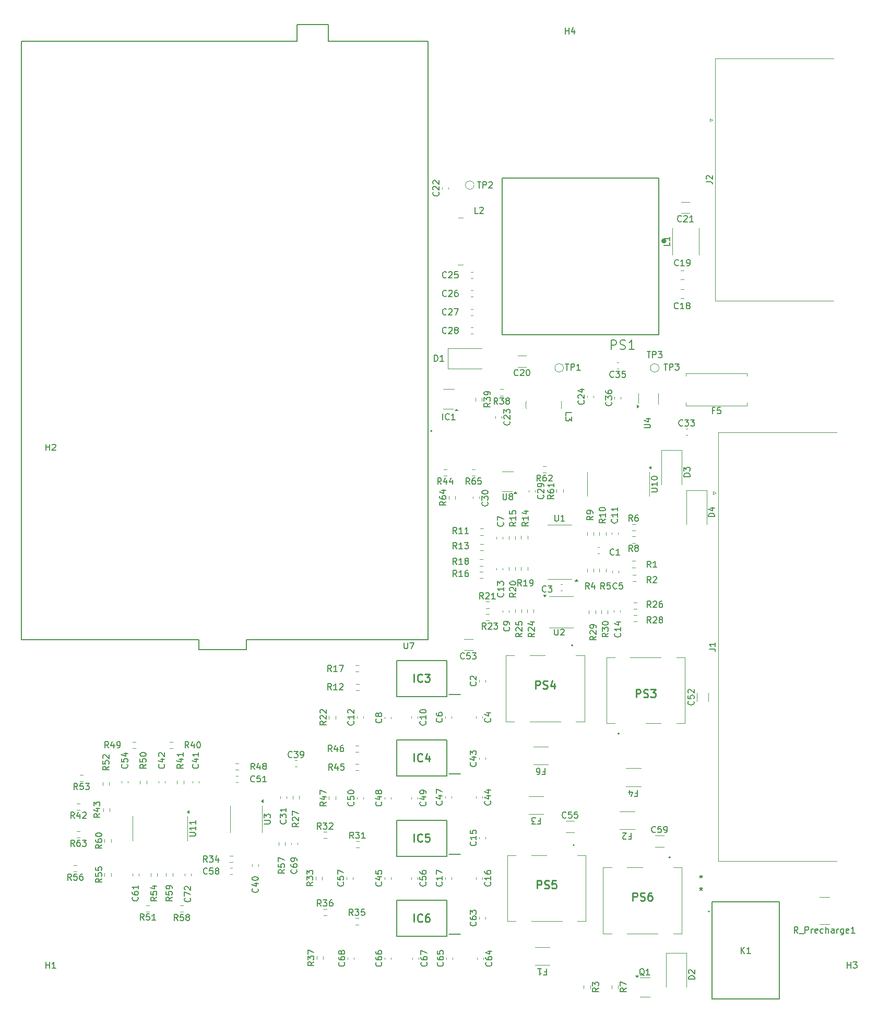
<source format=gbr>
%TF.GenerationSoftware,KiCad,Pcbnew,9.0.0*%
%TF.CreationDate,2025-05-05T14:02:42+02:00*%
%TF.ProjectId,BMS_PCB,424d535f-5043-4422-9e6b-696361645f70,rev?*%
%TF.SameCoordinates,Original*%
%TF.FileFunction,Legend,Top*%
%TF.FilePolarity,Positive*%
%FSLAX46Y46*%
G04 Gerber Fmt 4.6, Leading zero omitted, Abs format (unit mm)*
G04 Created by KiCad (PCBNEW 9.0.0) date 2025-05-05 14:02:42*
%MOMM*%
%LPD*%
G01*
G04 APERTURE LIST*
%ADD10C,0.150000*%
%ADD11C,0.254000*%
%ADD12C,0.120000*%
%ADD13C,0.200000*%
%ADD14C,0.100000*%
%ADD15C,0.127000*%
%ADD16C,0.152400*%
%ADD17C,0.400000*%
G04 APERTURE END LIST*
D10*
X33114642Y-163677569D02*
X32781309Y-163201378D01*
X32543214Y-163677569D02*
X32543214Y-162677569D01*
X32543214Y-162677569D02*
X32924166Y-162677569D01*
X32924166Y-162677569D02*
X33019404Y-162725188D01*
X33019404Y-162725188D02*
X33067023Y-162772807D01*
X33067023Y-162772807D02*
X33114642Y-162868045D01*
X33114642Y-162868045D02*
X33114642Y-163010902D01*
X33114642Y-163010902D02*
X33067023Y-163106140D01*
X33067023Y-163106140D02*
X33019404Y-163153759D01*
X33019404Y-163153759D02*
X32924166Y-163201378D01*
X32924166Y-163201378D02*
X32543214Y-163201378D01*
X34019404Y-162677569D02*
X33543214Y-162677569D01*
X33543214Y-162677569D02*
X33495595Y-163153759D01*
X33495595Y-163153759D02*
X33543214Y-163106140D01*
X33543214Y-163106140D02*
X33638452Y-163058521D01*
X33638452Y-163058521D02*
X33876547Y-163058521D01*
X33876547Y-163058521D02*
X33971785Y-163106140D01*
X33971785Y-163106140D02*
X34019404Y-163153759D01*
X34019404Y-163153759D02*
X34067023Y-163248997D01*
X34067023Y-163248997D02*
X34067023Y-163487092D01*
X34067023Y-163487092D02*
X34019404Y-163582330D01*
X34019404Y-163582330D02*
X33971785Y-163629950D01*
X33971785Y-163629950D02*
X33876547Y-163677569D01*
X33876547Y-163677569D02*
X33638452Y-163677569D01*
X33638452Y-163677569D02*
X33543214Y-163629950D01*
X33543214Y-163629950D02*
X33495595Y-163582330D01*
X34924166Y-162677569D02*
X34733690Y-162677569D01*
X34733690Y-162677569D02*
X34638452Y-162725188D01*
X34638452Y-162725188D02*
X34590833Y-162772807D01*
X34590833Y-162772807D02*
X34495595Y-162915664D01*
X34495595Y-162915664D02*
X34447976Y-163106140D01*
X34447976Y-163106140D02*
X34447976Y-163487092D01*
X34447976Y-163487092D02*
X34495595Y-163582330D01*
X34495595Y-163582330D02*
X34543214Y-163629950D01*
X34543214Y-163629950D02*
X34638452Y-163677569D01*
X34638452Y-163677569D02*
X34828928Y-163677569D01*
X34828928Y-163677569D02*
X34924166Y-163629950D01*
X34924166Y-163629950D02*
X34971785Y-163582330D01*
X34971785Y-163582330D02*
X35019404Y-163487092D01*
X35019404Y-163487092D02*
X35019404Y-163248997D01*
X35019404Y-163248997D02*
X34971785Y-163153759D01*
X34971785Y-163153759D02*
X34924166Y-163106140D01*
X34924166Y-163106140D02*
X34828928Y-163058521D01*
X34828928Y-163058521D02*
X34638452Y-163058521D01*
X34638452Y-163058521D02*
X34543214Y-163106140D01*
X34543214Y-163106140D02*
X34495595Y-163153759D01*
X34495595Y-163153759D02*
X34447976Y-163248997D01*
X105572142Y-81783330D02*
X105524523Y-81830950D01*
X105524523Y-81830950D02*
X105381666Y-81878569D01*
X105381666Y-81878569D02*
X105286428Y-81878569D01*
X105286428Y-81878569D02*
X105143571Y-81830950D01*
X105143571Y-81830950D02*
X105048333Y-81735711D01*
X105048333Y-81735711D02*
X105000714Y-81640473D01*
X105000714Y-81640473D02*
X104953095Y-81449997D01*
X104953095Y-81449997D02*
X104953095Y-81307140D01*
X104953095Y-81307140D02*
X105000714Y-81116664D01*
X105000714Y-81116664D02*
X105048333Y-81021426D01*
X105048333Y-81021426D02*
X105143571Y-80926188D01*
X105143571Y-80926188D02*
X105286428Y-80878569D01*
X105286428Y-80878569D02*
X105381666Y-80878569D01*
X105381666Y-80878569D02*
X105524523Y-80926188D01*
X105524523Y-80926188D02*
X105572142Y-80973807D01*
X105953095Y-80973807D02*
X106000714Y-80926188D01*
X106000714Y-80926188D02*
X106095952Y-80878569D01*
X106095952Y-80878569D02*
X106334047Y-80878569D01*
X106334047Y-80878569D02*
X106429285Y-80926188D01*
X106429285Y-80926188D02*
X106476904Y-80973807D01*
X106476904Y-80973807D02*
X106524523Y-81069045D01*
X106524523Y-81069045D02*
X106524523Y-81164283D01*
X106524523Y-81164283D02*
X106476904Y-81307140D01*
X106476904Y-81307140D02*
X105905476Y-81878569D01*
X105905476Y-81878569D02*
X106524523Y-81878569D01*
X107143571Y-80878569D02*
X107238809Y-80878569D01*
X107238809Y-80878569D02*
X107334047Y-80926188D01*
X107334047Y-80926188D02*
X107381666Y-80973807D01*
X107381666Y-80973807D02*
X107429285Y-81069045D01*
X107429285Y-81069045D02*
X107476904Y-81259521D01*
X107476904Y-81259521D02*
X107476904Y-81497616D01*
X107476904Y-81497616D02*
X107429285Y-81688092D01*
X107429285Y-81688092D02*
X107381666Y-81783330D01*
X107381666Y-81783330D02*
X107334047Y-81830950D01*
X107334047Y-81830950D02*
X107238809Y-81878569D01*
X107238809Y-81878569D02*
X107143571Y-81878569D01*
X107143571Y-81878569D02*
X107048333Y-81830950D01*
X107048333Y-81830950D02*
X107000714Y-81783330D01*
X107000714Y-81783330D02*
X106953095Y-81688092D01*
X106953095Y-81688092D02*
X106905476Y-81497616D01*
X106905476Y-81497616D02*
X106905476Y-81259521D01*
X106905476Y-81259521D02*
X106953095Y-81069045D01*
X106953095Y-81069045D02*
X107000714Y-80973807D01*
X107000714Y-80973807D02*
X107048333Y-80926188D01*
X107048333Y-80926188D02*
X107143571Y-80878569D01*
X49473320Y-166435607D02*
X48997129Y-166768940D01*
X49473320Y-167007035D02*
X48473320Y-167007035D01*
X48473320Y-167007035D02*
X48473320Y-166626083D01*
X48473320Y-166626083D02*
X48520939Y-166530845D01*
X48520939Y-166530845D02*
X48568558Y-166483226D01*
X48568558Y-166483226D02*
X48663796Y-166435607D01*
X48663796Y-166435607D02*
X48806653Y-166435607D01*
X48806653Y-166435607D02*
X48901891Y-166483226D01*
X48901891Y-166483226D02*
X48949510Y-166530845D01*
X48949510Y-166530845D02*
X48997129Y-166626083D01*
X48997129Y-166626083D02*
X48997129Y-167007035D01*
X48473320Y-165530845D02*
X48473320Y-166007035D01*
X48473320Y-166007035D02*
X48949510Y-166054654D01*
X48949510Y-166054654D02*
X48901891Y-166007035D01*
X48901891Y-166007035D02*
X48854272Y-165911797D01*
X48854272Y-165911797D02*
X48854272Y-165673702D01*
X48854272Y-165673702D02*
X48901891Y-165578464D01*
X48901891Y-165578464D02*
X48949510Y-165530845D01*
X48949510Y-165530845D02*
X49044748Y-165483226D01*
X49044748Y-165483226D02*
X49282843Y-165483226D01*
X49282843Y-165483226D02*
X49378081Y-165530845D01*
X49378081Y-165530845D02*
X49425701Y-165578464D01*
X49425701Y-165578464D02*
X49473320Y-165673702D01*
X49473320Y-165673702D02*
X49473320Y-165911797D01*
X49473320Y-165911797D02*
X49425701Y-166007035D01*
X49425701Y-166007035D02*
X49378081Y-166054654D01*
X49473320Y-165007035D02*
X49473320Y-164816559D01*
X49473320Y-164816559D02*
X49425701Y-164721321D01*
X49425701Y-164721321D02*
X49378081Y-164673702D01*
X49378081Y-164673702D02*
X49235224Y-164578464D01*
X49235224Y-164578464D02*
X49044748Y-164530845D01*
X49044748Y-164530845D02*
X48663796Y-164530845D01*
X48663796Y-164530845D02*
X48568558Y-164578464D01*
X48568558Y-164578464D02*
X48520939Y-164626083D01*
X48520939Y-164626083D02*
X48473320Y-164721321D01*
X48473320Y-164721321D02*
X48473320Y-164911797D01*
X48473320Y-164911797D02*
X48520939Y-165007035D01*
X48520939Y-165007035D02*
X48568558Y-165054654D01*
X48568558Y-165054654D02*
X48663796Y-165102273D01*
X48663796Y-165102273D02*
X48901891Y-165102273D01*
X48901891Y-165102273D02*
X48997129Y-165054654D01*
X48997129Y-165054654D02*
X49044748Y-165007035D01*
X49044748Y-165007035D02*
X49092367Y-164911797D01*
X49092367Y-164911797D02*
X49092367Y-164721321D01*
X49092367Y-164721321D02*
X49044748Y-164626083D01*
X49044748Y-164626083D02*
X48997129Y-164578464D01*
X48997129Y-164578464D02*
X48901891Y-164530845D01*
X116217080Y-85906607D02*
X116264700Y-85954226D01*
X116264700Y-85954226D02*
X116312319Y-86097083D01*
X116312319Y-86097083D02*
X116312319Y-86192321D01*
X116312319Y-86192321D02*
X116264700Y-86335178D01*
X116264700Y-86335178D02*
X116169461Y-86430416D01*
X116169461Y-86430416D02*
X116074223Y-86478035D01*
X116074223Y-86478035D02*
X115883747Y-86525654D01*
X115883747Y-86525654D02*
X115740890Y-86525654D01*
X115740890Y-86525654D02*
X115550414Y-86478035D01*
X115550414Y-86478035D02*
X115455176Y-86430416D01*
X115455176Y-86430416D02*
X115359938Y-86335178D01*
X115359938Y-86335178D02*
X115312319Y-86192321D01*
X115312319Y-86192321D02*
X115312319Y-86097083D01*
X115312319Y-86097083D02*
X115359938Y-85954226D01*
X115359938Y-85954226D02*
X115407557Y-85906607D01*
X115407557Y-85525654D02*
X115359938Y-85478035D01*
X115359938Y-85478035D02*
X115312319Y-85382797D01*
X115312319Y-85382797D02*
X115312319Y-85144702D01*
X115312319Y-85144702D02*
X115359938Y-85049464D01*
X115359938Y-85049464D02*
X115407557Y-85001845D01*
X115407557Y-85001845D02*
X115502795Y-84954226D01*
X115502795Y-84954226D02*
X115598033Y-84954226D01*
X115598033Y-84954226D02*
X115740890Y-85001845D01*
X115740890Y-85001845D02*
X116312319Y-85573273D01*
X116312319Y-85573273D02*
X116312319Y-84954226D01*
X115645652Y-84097083D02*
X116312319Y-84097083D01*
X115264700Y-84335178D02*
X115978985Y-84573273D01*
X115978985Y-84573273D02*
X115978985Y-83954226D01*
X123148569Y-181166666D02*
X122672378Y-181499999D01*
X123148569Y-181738094D02*
X122148569Y-181738094D01*
X122148569Y-181738094D02*
X122148569Y-181357142D01*
X122148569Y-181357142D02*
X122196188Y-181261904D01*
X122196188Y-181261904D02*
X122243807Y-181214285D01*
X122243807Y-181214285D02*
X122339045Y-181166666D01*
X122339045Y-181166666D02*
X122481902Y-181166666D01*
X122481902Y-181166666D02*
X122577140Y-181214285D01*
X122577140Y-181214285D02*
X122624759Y-181261904D01*
X122624759Y-181261904D02*
X122672378Y-181357142D01*
X122672378Y-181357142D02*
X122672378Y-181738094D01*
X122148569Y-180833332D02*
X122148569Y-180166666D01*
X122148569Y-180166666D02*
X123148569Y-180595237D01*
X117718569Y-104666666D02*
X117242378Y-104999999D01*
X117718569Y-105238094D02*
X116718569Y-105238094D01*
X116718569Y-105238094D02*
X116718569Y-104857142D01*
X116718569Y-104857142D02*
X116766188Y-104761904D01*
X116766188Y-104761904D02*
X116813807Y-104714285D01*
X116813807Y-104714285D02*
X116909045Y-104666666D01*
X116909045Y-104666666D02*
X117051902Y-104666666D01*
X117051902Y-104666666D02*
X117147140Y-104714285D01*
X117147140Y-104714285D02*
X117194759Y-104761904D01*
X117194759Y-104761904D02*
X117242378Y-104857142D01*
X117242378Y-104857142D02*
X117242378Y-105238094D01*
X117718569Y-104190475D02*
X117718569Y-103999999D01*
X117718569Y-103999999D02*
X117670950Y-103904761D01*
X117670950Y-103904761D02*
X117623330Y-103857142D01*
X117623330Y-103857142D02*
X117480473Y-103761904D01*
X117480473Y-103761904D02*
X117289997Y-103714285D01*
X117289997Y-103714285D02*
X116909045Y-103714285D01*
X116909045Y-103714285D02*
X116813807Y-103761904D01*
X116813807Y-103761904D02*
X116766188Y-103809523D01*
X116766188Y-103809523D02*
X116718569Y-103904761D01*
X116718569Y-103904761D02*
X116718569Y-104095237D01*
X116718569Y-104095237D02*
X116766188Y-104190475D01*
X116766188Y-104190475D02*
X116813807Y-104238094D01*
X116813807Y-104238094D02*
X116909045Y-104285713D01*
X116909045Y-104285713D02*
X117147140Y-104285713D01*
X117147140Y-104285713D02*
X117242378Y-104238094D01*
X117242378Y-104238094D02*
X117289997Y-104190475D01*
X117289997Y-104190475D02*
X117337616Y-104095237D01*
X117337616Y-104095237D02*
X117337616Y-103904761D01*
X117337616Y-103904761D02*
X117289997Y-103809523D01*
X117289997Y-103809523D02*
X117242378Y-103761904D01*
X117242378Y-103761904D02*
X117147140Y-103714285D01*
X110097083Y-116859580D02*
X110049464Y-116907200D01*
X110049464Y-116907200D02*
X109906607Y-116954819D01*
X109906607Y-116954819D02*
X109811369Y-116954819D01*
X109811369Y-116954819D02*
X109668512Y-116907200D01*
X109668512Y-116907200D02*
X109573274Y-116811961D01*
X109573274Y-116811961D02*
X109525655Y-116716723D01*
X109525655Y-116716723D02*
X109478036Y-116526247D01*
X109478036Y-116526247D02*
X109478036Y-116383390D01*
X109478036Y-116383390D02*
X109525655Y-116192914D01*
X109525655Y-116192914D02*
X109573274Y-116097676D01*
X109573274Y-116097676D02*
X109668512Y-116002438D01*
X109668512Y-116002438D02*
X109811369Y-115954819D01*
X109811369Y-115954819D02*
X109906607Y-115954819D01*
X109906607Y-115954819D02*
X110049464Y-116002438D01*
X110049464Y-116002438D02*
X110097083Y-116050057D01*
X110430417Y-115954819D02*
X111049464Y-115954819D01*
X111049464Y-115954819D02*
X110716131Y-116335771D01*
X110716131Y-116335771D02*
X110858988Y-116335771D01*
X110858988Y-116335771D02*
X110954226Y-116383390D01*
X110954226Y-116383390D02*
X111001845Y-116431009D01*
X111001845Y-116431009D02*
X111049464Y-116526247D01*
X111049464Y-116526247D02*
X111049464Y-116764342D01*
X111049464Y-116764342D02*
X111001845Y-116859580D01*
X111001845Y-116859580D02*
X110954226Y-116907200D01*
X110954226Y-116907200D02*
X110858988Y-116954819D01*
X110858988Y-116954819D02*
X110573274Y-116954819D01*
X110573274Y-116954819D02*
X110478036Y-116907200D01*
X110478036Y-116907200D02*
X110430417Y-116859580D01*
X98975595Y-50429069D02*
X99547023Y-50429069D01*
X99261309Y-51429069D02*
X99261309Y-50429069D01*
X99880357Y-51429069D02*
X99880357Y-50429069D01*
X99880357Y-50429069D02*
X100261309Y-50429069D01*
X100261309Y-50429069D02*
X100356547Y-50476688D01*
X100356547Y-50476688D02*
X100404166Y-50524307D01*
X100404166Y-50524307D02*
X100451785Y-50619545D01*
X100451785Y-50619545D02*
X100451785Y-50762402D01*
X100451785Y-50762402D02*
X100404166Y-50857640D01*
X100404166Y-50857640D02*
X100356547Y-50905259D01*
X100356547Y-50905259D02*
X100261309Y-50952878D01*
X100261309Y-50952878D02*
X99880357Y-50952878D01*
X100832738Y-50524307D02*
X100880357Y-50476688D01*
X100880357Y-50476688D02*
X100975595Y-50429069D01*
X100975595Y-50429069D02*
X101213690Y-50429069D01*
X101213690Y-50429069D02*
X101308928Y-50476688D01*
X101308928Y-50476688D02*
X101356547Y-50524307D01*
X101356547Y-50524307D02*
X101404166Y-50619545D01*
X101404166Y-50619545D02*
X101404166Y-50714783D01*
X101404166Y-50714783D02*
X101356547Y-50857640D01*
X101356547Y-50857640D02*
X100785119Y-51429069D01*
X100785119Y-51429069D02*
X101404166Y-51429069D01*
X102259642Y-86478569D02*
X101926309Y-86002378D01*
X101688214Y-86478569D02*
X101688214Y-85478569D01*
X101688214Y-85478569D02*
X102069166Y-85478569D01*
X102069166Y-85478569D02*
X102164404Y-85526188D01*
X102164404Y-85526188D02*
X102212023Y-85573807D01*
X102212023Y-85573807D02*
X102259642Y-85669045D01*
X102259642Y-85669045D02*
X102259642Y-85811902D01*
X102259642Y-85811902D02*
X102212023Y-85907140D01*
X102212023Y-85907140D02*
X102164404Y-85954759D01*
X102164404Y-85954759D02*
X102069166Y-86002378D01*
X102069166Y-86002378D02*
X101688214Y-86002378D01*
X102592976Y-85478569D02*
X103212023Y-85478569D01*
X103212023Y-85478569D02*
X102878690Y-85859521D01*
X102878690Y-85859521D02*
X103021547Y-85859521D01*
X103021547Y-85859521D02*
X103116785Y-85907140D01*
X103116785Y-85907140D02*
X103164404Y-85954759D01*
X103164404Y-85954759D02*
X103212023Y-86049997D01*
X103212023Y-86049997D02*
X103212023Y-86288092D01*
X103212023Y-86288092D02*
X103164404Y-86383330D01*
X103164404Y-86383330D02*
X103116785Y-86430950D01*
X103116785Y-86430950D02*
X103021547Y-86478569D01*
X103021547Y-86478569D02*
X102735833Y-86478569D01*
X102735833Y-86478569D02*
X102640595Y-86430950D01*
X102640595Y-86430950D02*
X102592976Y-86383330D01*
X103783452Y-85907140D02*
X103688214Y-85859521D01*
X103688214Y-85859521D02*
X103640595Y-85811902D01*
X103640595Y-85811902D02*
X103592976Y-85716664D01*
X103592976Y-85716664D02*
X103592976Y-85669045D01*
X103592976Y-85669045D02*
X103640595Y-85573807D01*
X103640595Y-85573807D02*
X103688214Y-85526188D01*
X103688214Y-85526188D02*
X103783452Y-85478569D01*
X103783452Y-85478569D02*
X103973928Y-85478569D01*
X103973928Y-85478569D02*
X104069166Y-85526188D01*
X104069166Y-85526188D02*
X104116785Y-85573807D01*
X104116785Y-85573807D02*
X104164404Y-85669045D01*
X104164404Y-85669045D02*
X104164404Y-85716664D01*
X104164404Y-85716664D02*
X104116785Y-85811902D01*
X104116785Y-85811902D02*
X104069166Y-85859521D01*
X104069166Y-85859521D02*
X103973928Y-85907140D01*
X103973928Y-85907140D02*
X103783452Y-85907140D01*
X103783452Y-85907140D02*
X103688214Y-85954759D01*
X103688214Y-85954759D02*
X103640595Y-86002378D01*
X103640595Y-86002378D02*
X103592976Y-86097616D01*
X103592976Y-86097616D02*
X103592976Y-86288092D01*
X103592976Y-86288092D02*
X103640595Y-86383330D01*
X103640595Y-86383330D02*
X103688214Y-86430950D01*
X103688214Y-86430950D02*
X103783452Y-86478569D01*
X103783452Y-86478569D02*
X103973928Y-86478569D01*
X103973928Y-86478569D02*
X104069166Y-86430950D01*
X104069166Y-86430950D02*
X104116785Y-86383330D01*
X104116785Y-86383330D02*
X104164404Y-86288092D01*
X104164404Y-86288092D02*
X104164404Y-86097616D01*
X104164404Y-86097616D02*
X104116785Y-86002378D01*
X104116785Y-86002378D02*
X104069166Y-85954759D01*
X104069166Y-85954759D02*
X103973928Y-85907140D01*
X103123330Y-105666666D02*
X103170950Y-105714285D01*
X103170950Y-105714285D02*
X103218569Y-105857142D01*
X103218569Y-105857142D02*
X103218569Y-105952380D01*
X103218569Y-105952380D02*
X103170950Y-106095237D01*
X103170950Y-106095237D02*
X103075711Y-106190475D01*
X103075711Y-106190475D02*
X102980473Y-106238094D01*
X102980473Y-106238094D02*
X102789997Y-106285713D01*
X102789997Y-106285713D02*
X102647140Y-106285713D01*
X102647140Y-106285713D02*
X102456664Y-106238094D01*
X102456664Y-106238094D02*
X102361426Y-106190475D01*
X102361426Y-106190475D02*
X102266188Y-106095237D01*
X102266188Y-106095237D02*
X102218569Y-105952380D01*
X102218569Y-105952380D02*
X102218569Y-105857142D01*
X102218569Y-105857142D02*
X102266188Y-105714285D01*
X102266188Y-105714285D02*
X102313807Y-105666666D01*
X102218569Y-105333332D02*
X102218569Y-104666666D01*
X102218569Y-104666666D02*
X103218569Y-105095237D01*
X73620892Y-167887319D02*
X73287559Y-167411128D01*
X73049464Y-167887319D02*
X73049464Y-166887319D01*
X73049464Y-166887319D02*
X73430416Y-166887319D01*
X73430416Y-166887319D02*
X73525654Y-166934938D01*
X73525654Y-166934938D02*
X73573273Y-166982557D01*
X73573273Y-166982557D02*
X73620892Y-167077795D01*
X73620892Y-167077795D02*
X73620892Y-167220652D01*
X73620892Y-167220652D02*
X73573273Y-167315890D01*
X73573273Y-167315890D02*
X73525654Y-167363509D01*
X73525654Y-167363509D02*
X73430416Y-167411128D01*
X73430416Y-167411128D02*
X73049464Y-167411128D01*
X73954226Y-166887319D02*
X74573273Y-166887319D01*
X74573273Y-166887319D02*
X74239940Y-167268271D01*
X74239940Y-167268271D02*
X74382797Y-167268271D01*
X74382797Y-167268271D02*
X74478035Y-167315890D01*
X74478035Y-167315890D02*
X74525654Y-167363509D01*
X74525654Y-167363509D02*
X74573273Y-167458747D01*
X74573273Y-167458747D02*
X74573273Y-167696842D01*
X74573273Y-167696842D02*
X74525654Y-167792080D01*
X74525654Y-167792080D02*
X74478035Y-167839700D01*
X74478035Y-167839700D02*
X74382797Y-167887319D01*
X74382797Y-167887319D02*
X74097083Y-167887319D01*
X74097083Y-167887319D02*
X74001845Y-167839700D01*
X74001845Y-167839700D02*
X73954226Y-167792080D01*
X75430416Y-166887319D02*
X75239940Y-166887319D01*
X75239940Y-166887319D02*
X75144702Y-166934938D01*
X75144702Y-166934938D02*
X75097083Y-166982557D01*
X75097083Y-166982557D02*
X75001845Y-167125414D01*
X75001845Y-167125414D02*
X74954226Y-167315890D01*
X74954226Y-167315890D02*
X74954226Y-167696842D01*
X74954226Y-167696842D02*
X75001845Y-167792080D01*
X75001845Y-167792080D02*
X75049464Y-167839700D01*
X75049464Y-167839700D02*
X75144702Y-167887319D01*
X75144702Y-167887319D02*
X75335178Y-167887319D01*
X75335178Y-167887319D02*
X75430416Y-167839700D01*
X75430416Y-167839700D02*
X75478035Y-167792080D01*
X75478035Y-167792080D02*
X75525654Y-167696842D01*
X75525654Y-167696842D02*
X75525654Y-167458747D01*
X75525654Y-167458747D02*
X75478035Y-167363509D01*
X75478035Y-167363509D02*
X75430416Y-167315890D01*
X75430416Y-167315890D02*
X75335178Y-167268271D01*
X75335178Y-167268271D02*
X75144702Y-167268271D01*
X75144702Y-167268271D02*
X75049464Y-167315890D01*
X75049464Y-167315890D02*
X75001845Y-167363509D01*
X75001845Y-167363509D02*
X74954226Y-167458747D01*
X124597083Y-149568990D02*
X124930416Y-149568990D01*
X124930416Y-149045180D02*
X124930416Y-150045180D01*
X124930416Y-150045180D02*
X124454226Y-150045180D01*
X123644702Y-149711847D02*
X123644702Y-149045180D01*
X123882797Y-150092800D02*
X124120892Y-149378514D01*
X124120892Y-149378514D02*
X123501845Y-149378514D01*
X77193330Y-164005357D02*
X77240950Y-164052976D01*
X77240950Y-164052976D02*
X77288569Y-164195833D01*
X77288569Y-164195833D02*
X77288569Y-164291071D01*
X77288569Y-164291071D02*
X77240950Y-164433928D01*
X77240950Y-164433928D02*
X77145711Y-164529166D01*
X77145711Y-164529166D02*
X77050473Y-164576785D01*
X77050473Y-164576785D02*
X76859997Y-164624404D01*
X76859997Y-164624404D02*
X76717140Y-164624404D01*
X76717140Y-164624404D02*
X76526664Y-164576785D01*
X76526664Y-164576785D02*
X76431426Y-164529166D01*
X76431426Y-164529166D02*
X76336188Y-164433928D01*
X76336188Y-164433928D02*
X76288569Y-164291071D01*
X76288569Y-164291071D02*
X76288569Y-164195833D01*
X76288569Y-164195833D02*
X76336188Y-164052976D01*
X76336188Y-164052976D02*
X76383807Y-164005357D01*
X76288569Y-163100595D02*
X76288569Y-163576785D01*
X76288569Y-163576785D02*
X76764759Y-163624404D01*
X76764759Y-163624404D02*
X76717140Y-163576785D01*
X76717140Y-163576785D02*
X76669521Y-163481547D01*
X76669521Y-163481547D02*
X76669521Y-163243452D01*
X76669521Y-163243452D02*
X76717140Y-163148214D01*
X76717140Y-163148214D02*
X76764759Y-163100595D01*
X76764759Y-163100595D02*
X76859997Y-163052976D01*
X76859997Y-163052976D02*
X77098092Y-163052976D01*
X77098092Y-163052976D02*
X77193330Y-163100595D01*
X77193330Y-163100595D02*
X77240950Y-163148214D01*
X77240950Y-163148214D02*
X77288569Y-163243452D01*
X77288569Y-163243452D02*
X77288569Y-163481547D01*
X77288569Y-163481547D02*
X77240950Y-163576785D01*
X77240950Y-163576785D02*
X77193330Y-163624404D01*
X76288569Y-162719642D02*
X76288569Y-162052976D01*
X76288569Y-162052976D02*
X77288569Y-162481547D01*
X120667080Y-86119107D02*
X120714700Y-86166726D01*
X120714700Y-86166726D02*
X120762319Y-86309583D01*
X120762319Y-86309583D02*
X120762319Y-86404821D01*
X120762319Y-86404821D02*
X120714700Y-86547678D01*
X120714700Y-86547678D02*
X120619461Y-86642916D01*
X120619461Y-86642916D02*
X120524223Y-86690535D01*
X120524223Y-86690535D02*
X120333747Y-86738154D01*
X120333747Y-86738154D02*
X120190890Y-86738154D01*
X120190890Y-86738154D02*
X120000414Y-86690535D01*
X120000414Y-86690535D02*
X119905176Y-86642916D01*
X119905176Y-86642916D02*
X119809938Y-86547678D01*
X119809938Y-86547678D02*
X119762319Y-86404821D01*
X119762319Y-86404821D02*
X119762319Y-86309583D01*
X119762319Y-86309583D02*
X119809938Y-86166726D01*
X119809938Y-86166726D02*
X119857557Y-86119107D01*
X119762319Y-85785773D02*
X119762319Y-85166726D01*
X119762319Y-85166726D02*
X120143271Y-85500059D01*
X120143271Y-85500059D02*
X120143271Y-85357202D01*
X120143271Y-85357202D02*
X120190890Y-85261964D01*
X120190890Y-85261964D02*
X120238509Y-85214345D01*
X120238509Y-85214345D02*
X120333747Y-85166726D01*
X120333747Y-85166726D02*
X120571842Y-85166726D01*
X120571842Y-85166726D02*
X120667080Y-85214345D01*
X120667080Y-85214345D02*
X120714700Y-85261964D01*
X120714700Y-85261964D02*
X120762319Y-85357202D01*
X120762319Y-85357202D02*
X120762319Y-85642916D01*
X120762319Y-85642916D02*
X120714700Y-85738154D01*
X120714700Y-85738154D02*
X120667080Y-85785773D01*
X119762319Y-84309583D02*
X119762319Y-84500059D01*
X119762319Y-84500059D02*
X119809938Y-84595297D01*
X119809938Y-84595297D02*
X119857557Y-84642916D01*
X119857557Y-84642916D02*
X120000414Y-84738154D01*
X120000414Y-84738154D02*
X120190890Y-84785773D01*
X120190890Y-84785773D02*
X120571842Y-84785773D01*
X120571842Y-84785773D02*
X120667080Y-84738154D01*
X120667080Y-84738154D02*
X120714700Y-84690535D01*
X120714700Y-84690535D02*
X120762319Y-84595297D01*
X120762319Y-84595297D02*
X120762319Y-84404821D01*
X120762319Y-84404821D02*
X120714700Y-84309583D01*
X120714700Y-84309583D02*
X120667080Y-84261964D01*
X120667080Y-84261964D02*
X120571842Y-84214345D01*
X120571842Y-84214345D02*
X120333747Y-84214345D01*
X120333747Y-84214345D02*
X120238509Y-84261964D01*
X120238509Y-84261964D02*
X120190890Y-84309583D01*
X120190890Y-84309583D02*
X120143271Y-84404821D01*
X120143271Y-84404821D02*
X120143271Y-84595297D01*
X120143271Y-84595297D02*
X120190890Y-84690535D01*
X120190890Y-84690535D02*
X120238509Y-84738154D01*
X120238509Y-84738154D02*
X120333747Y-84785773D01*
X93193330Y-164005357D02*
X93240950Y-164052976D01*
X93240950Y-164052976D02*
X93288569Y-164195833D01*
X93288569Y-164195833D02*
X93288569Y-164291071D01*
X93288569Y-164291071D02*
X93240950Y-164433928D01*
X93240950Y-164433928D02*
X93145711Y-164529166D01*
X93145711Y-164529166D02*
X93050473Y-164576785D01*
X93050473Y-164576785D02*
X92859997Y-164624404D01*
X92859997Y-164624404D02*
X92717140Y-164624404D01*
X92717140Y-164624404D02*
X92526664Y-164576785D01*
X92526664Y-164576785D02*
X92431426Y-164529166D01*
X92431426Y-164529166D02*
X92336188Y-164433928D01*
X92336188Y-164433928D02*
X92288569Y-164291071D01*
X92288569Y-164291071D02*
X92288569Y-164195833D01*
X92288569Y-164195833D02*
X92336188Y-164052976D01*
X92336188Y-164052976D02*
X92383807Y-164005357D01*
X93288569Y-163052976D02*
X93288569Y-163624404D01*
X93288569Y-163338690D02*
X92288569Y-163338690D01*
X92288569Y-163338690D02*
X92431426Y-163433928D01*
X92431426Y-163433928D02*
X92526664Y-163529166D01*
X92526664Y-163529166D02*
X92574283Y-163624404D01*
X92288569Y-162719642D02*
X92288569Y-162052976D01*
X92288569Y-162052976D02*
X93288569Y-162481547D01*
X33614642Y-153652569D02*
X33281309Y-153176378D01*
X33043214Y-153652569D02*
X33043214Y-152652569D01*
X33043214Y-152652569D02*
X33424166Y-152652569D01*
X33424166Y-152652569D02*
X33519404Y-152700188D01*
X33519404Y-152700188D02*
X33567023Y-152747807D01*
X33567023Y-152747807D02*
X33614642Y-152843045D01*
X33614642Y-152843045D02*
X33614642Y-152985902D01*
X33614642Y-152985902D02*
X33567023Y-153081140D01*
X33567023Y-153081140D02*
X33519404Y-153128759D01*
X33519404Y-153128759D02*
X33424166Y-153176378D01*
X33424166Y-153176378D02*
X33043214Y-153176378D01*
X34471785Y-152985902D02*
X34471785Y-153652569D01*
X34233690Y-152604950D02*
X33995595Y-153319235D01*
X33995595Y-153319235D02*
X34614642Y-153319235D01*
X34947976Y-152747807D02*
X34995595Y-152700188D01*
X34995595Y-152700188D02*
X35090833Y-152652569D01*
X35090833Y-152652569D02*
X35328928Y-152652569D01*
X35328928Y-152652569D02*
X35424166Y-152700188D01*
X35424166Y-152700188D02*
X35471785Y-152747807D01*
X35471785Y-152747807D02*
X35519404Y-152843045D01*
X35519404Y-152843045D02*
X35519404Y-152938283D01*
X35519404Y-152938283D02*
X35471785Y-153081140D01*
X35471785Y-153081140D02*
X34900357Y-153652569D01*
X34900357Y-153652569D02*
X35519404Y-153652569D01*
D11*
X88698987Y-131531818D02*
X88698987Y-130261818D01*
X90029464Y-131410865D02*
X89968988Y-131471342D01*
X89968988Y-131471342D02*
X89787559Y-131531818D01*
X89787559Y-131531818D02*
X89666607Y-131531818D01*
X89666607Y-131531818D02*
X89485178Y-131471342D01*
X89485178Y-131471342D02*
X89364226Y-131350389D01*
X89364226Y-131350389D02*
X89303749Y-131229437D01*
X89303749Y-131229437D02*
X89243273Y-130987532D01*
X89243273Y-130987532D02*
X89243273Y-130806103D01*
X89243273Y-130806103D02*
X89303749Y-130564199D01*
X89303749Y-130564199D02*
X89364226Y-130443246D01*
X89364226Y-130443246D02*
X89485178Y-130322294D01*
X89485178Y-130322294D02*
X89666607Y-130261818D01*
X89666607Y-130261818D02*
X89787559Y-130261818D01*
X89787559Y-130261818D02*
X89968988Y-130322294D01*
X89968988Y-130322294D02*
X90029464Y-130382770D01*
X90452797Y-130261818D02*
X91238988Y-130261818D01*
X91238988Y-130261818D02*
X90815654Y-130745627D01*
X90815654Y-130745627D02*
X90997083Y-130745627D01*
X90997083Y-130745627D02*
X91118035Y-130806103D01*
X91118035Y-130806103D02*
X91178511Y-130866580D01*
X91178511Y-130866580D02*
X91238988Y-130987532D01*
X91238988Y-130987532D02*
X91238988Y-131289913D01*
X91238988Y-131289913D02*
X91178511Y-131410865D01*
X91178511Y-131410865D02*
X91118035Y-131471342D01*
X91118035Y-131471342D02*
X90997083Y-131531818D01*
X90997083Y-131531818D02*
X90634226Y-131531818D01*
X90634226Y-131531818D02*
X90513273Y-131471342D01*
X90513273Y-131471342D02*
X90452797Y-131410865D01*
D10*
X95620892Y-112454819D02*
X95287559Y-111978628D01*
X95049464Y-112454819D02*
X95049464Y-111454819D01*
X95049464Y-111454819D02*
X95430416Y-111454819D01*
X95430416Y-111454819D02*
X95525654Y-111502438D01*
X95525654Y-111502438D02*
X95573273Y-111550057D01*
X95573273Y-111550057D02*
X95620892Y-111645295D01*
X95620892Y-111645295D02*
X95620892Y-111788152D01*
X95620892Y-111788152D02*
X95573273Y-111883390D01*
X95573273Y-111883390D02*
X95525654Y-111931009D01*
X95525654Y-111931009D02*
X95430416Y-111978628D01*
X95430416Y-111978628D02*
X95049464Y-111978628D01*
X96573273Y-112454819D02*
X96001845Y-112454819D01*
X96287559Y-112454819D02*
X96287559Y-111454819D01*
X96287559Y-111454819D02*
X96192321Y-111597676D01*
X96192321Y-111597676D02*
X96097083Y-111692914D01*
X96097083Y-111692914D02*
X96001845Y-111740533D01*
X97144702Y-111883390D02*
X97049464Y-111835771D01*
X97049464Y-111835771D02*
X97001845Y-111788152D01*
X97001845Y-111788152D02*
X96954226Y-111692914D01*
X96954226Y-111692914D02*
X96954226Y-111645295D01*
X96954226Y-111645295D02*
X97001845Y-111550057D01*
X97001845Y-111550057D02*
X97049464Y-111502438D01*
X97049464Y-111502438D02*
X97144702Y-111454819D01*
X97144702Y-111454819D02*
X97335178Y-111454819D01*
X97335178Y-111454819D02*
X97430416Y-111502438D01*
X97430416Y-111502438D02*
X97478035Y-111550057D01*
X97478035Y-111550057D02*
X97525654Y-111645295D01*
X97525654Y-111645295D02*
X97525654Y-111692914D01*
X97525654Y-111692914D02*
X97478035Y-111788152D01*
X97478035Y-111788152D02*
X97430416Y-111835771D01*
X97430416Y-111835771D02*
X97335178Y-111883390D01*
X97335178Y-111883390D02*
X97144702Y-111883390D01*
X97144702Y-111883390D02*
X97049464Y-111931009D01*
X97049464Y-111931009D02*
X97001845Y-111978628D01*
X97001845Y-111978628D02*
X96954226Y-112073866D01*
X96954226Y-112073866D02*
X96954226Y-112264342D01*
X96954226Y-112264342D02*
X97001845Y-112359580D01*
X97001845Y-112359580D02*
X97049464Y-112407200D01*
X97049464Y-112407200D02*
X97144702Y-112454819D01*
X97144702Y-112454819D02*
X97335178Y-112454819D01*
X97335178Y-112454819D02*
X97430416Y-112407200D01*
X97430416Y-112407200D02*
X97478035Y-112359580D01*
X97478035Y-112359580D02*
X97525654Y-112264342D01*
X97525654Y-112264342D02*
X97525654Y-112073866D01*
X97525654Y-112073866D02*
X97478035Y-111978628D01*
X97478035Y-111978628D02*
X97430416Y-111931009D01*
X97430416Y-111931009D02*
X97335178Y-111883390D01*
X121623330Y-105142857D02*
X121670950Y-105190476D01*
X121670950Y-105190476D02*
X121718569Y-105333333D01*
X121718569Y-105333333D02*
X121718569Y-105428571D01*
X121718569Y-105428571D02*
X121670950Y-105571428D01*
X121670950Y-105571428D02*
X121575711Y-105666666D01*
X121575711Y-105666666D02*
X121480473Y-105714285D01*
X121480473Y-105714285D02*
X121289997Y-105761904D01*
X121289997Y-105761904D02*
X121147140Y-105761904D01*
X121147140Y-105761904D02*
X120956664Y-105714285D01*
X120956664Y-105714285D02*
X120861426Y-105666666D01*
X120861426Y-105666666D02*
X120766188Y-105571428D01*
X120766188Y-105571428D02*
X120718569Y-105428571D01*
X120718569Y-105428571D02*
X120718569Y-105333333D01*
X120718569Y-105333333D02*
X120766188Y-105190476D01*
X120766188Y-105190476D02*
X120813807Y-105142857D01*
X121718569Y-104190476D02*
X121718569Y-104761904D01*
X121718569Y-104476190D02*
X120718569Y-104476190D01*
X120718569Y-104476190D02*
X120861426Y-104571428D01*
X120861426Y-104571428D02*
X120956664Y-104666666D01*
X120956664Y-104666666D02*
X121004283Y-104761904D01*
X121718569Y-103238095D02*
X121718569Y-103809523D01*
X121718569Y-103523809D02*
X120718569Y-103523809D01*
X120718569Y-103523809D02*
X120861426Y-103619047D01*
X120861426Y-103619047D02*
X120956664Y-103714285D01*
X120956664Y-103714285D02*
X121004283Y-103809523D01*
X93193330Y-150867857D02*
X93240950Y-150915476D01*
X93240950Y-150915476D02*
X93288569Y-151058333D01*
X93288569Y-151058333D02*
X93288569Y-151153571D01*
X93288569Y-151153571D02*
X93240950Y-151296428D01*
X93240950Y-151296428D02*
X93145711Y-151391666D01*
X93145711Y-151391666D02*
X93050473Y-151439285D01*
X93050473Y-151439285D02*
X92859997Y-151486904D01*
X92859997Y-151486904D02*
X92717140Y-151486904D01*
X92717140Y-151486904D02*
X92526664Y-151439285D01*
X92526664Y-151439285D02*
X92431426Y-151391666D01*
X92431426Y-151391666D02*
X92336188Y-151296428D01*
X92336188Y-151296428D02*
X92288569Y-151153571D01*
X92288569Y-151153571D02*
X92288569Y-151058333D01*
X92288569Y-151058333D02*
X92336188Y-150915476D01*
X92336188Y-150915476D02*
X92383807Y-150867857D01*
X92621902Y-150010714D02*
X93288569Y-150010714D01*
X92240950Y-150248809D02*
X92955235Y-150486904D01*
X92955235Y-150486904D02*
X92955235Y-149867857D01*
X92288569Y-149582142D02*
X92288569Y-148915476D01*
X92288569Y-148915476D02*
X93288569Y-149344047D01*
X126042319Y-90338154D02*
X126851842Y-90338154D01*
X126851842Y-90338154D02*
X126947080Y-90290535D01*
X126947080Y-90290535D02*
X126994700Y-90242916D01*
X126994700Y-90242916D02*
X127042319Y-90147678D01*
X127042319Y-90147678D02*
X127042319Y-89957202D01*
X127042319Y-89957202D02*
X126994700Y-89861964D01*
X126994700Y-89861964D02*
X126947080Y-89814345D01*
X126947080Y-89814345D02*
X126851842Y-89766726D01*
X126851842Y-89766726D02*
X126042319Y-89766726D01*
X126375652Y-88861964D02*
X127042319Y-88861964D01*
X125994700Y-89100059D02*
X126708985Y-89338154D01*
X126708985Y-89338154D02*
X126708985Y-88719107D01*
X124122083Y-110344819D02*
X123788750Y-109868628D01*
X123550655Y-110344819D02*
X123550655Y-109344819D01*
X123550655Y-109344819D02*
X123931607Y-109344819D01*
X123931607Y-109344819D02*
X124026845Y-109392438D01*
X124026845Y-109392438D02*
X124074464Y-109440057D01*
X124074464Y-109440057D02*
X124122083Y-109535295D01*
X124122083Y-109535295D02*
X124122083Y-109678152D01*
X124122083Y-109678152D02*
X124074464Y-109773390D01*
X124074464Y-109773390D02*
X124026845Y-109821009D01*
X124026845Y-109821009D02*
X123931607Y-109868628D01*
X123931607Y-109868628D02*
X123550655Y-109868628D01*
X124693512Y-109773390D02*
X124598274Y-109725771D01*
X124598274Y-109725771D02*
X124550655Y-109678152D01*
X124550655Y-109678152D02*
X124503036Y-109582914D01*
X124503036Y-109582914D02*
X124503036Y-109535295D01*
X124503036Y-109535295D02*
X124550655Y-109440057D01*
X124550655Y-109440057D02*
X124598274Y-109392438D01*
X124598274Y-109392438D02*
X124693512Y-109344819D01*
X124693512Y-109344819D02*
X124883988Y-109344819D01*
X124883988Y-109344819D02*
X124979226Y-109392438D01*
X124979226Y-109392438D02*
X125026845Y-109440057D01*
X125026845Y-109440057D02*
X125074464Y-109535295D01*
X125074464Y-109535295D02*
X125074464Y-109582914D01*
X125074464Y-109582914D02*
X125026845Y-109678152D01*
X125026845Y-109678152D02*
X124979226Y-109725771D01*
X124979226Y-109725771D02*
X124883988Y-109773390D01*
X124883988Y-109773390D02*
X124693512Y-109773390D01*
X124693512Y-109773390D02*
X124598274Y-109821009D01*
X124598274Y-109821009D02*
X124550655Y-109868628D01*
X124550655Y-109868628D02*
X124503036Y-109963866D01*
X124503036Y-109963866D02*
X124503036Y-110154342D01*
X124503036Y-110154342D02*
X124550655Y-110249580D01*
X124550655Y-110249580D02*
X124598274Y-110297200D01*
X124598274Y-110297200D02*
X124693512Y-110344819D01*
X124693512Y-110344819D02*
X124883988Y-110344819D01*
X124883988Y-110344819D02*
X124979226Y-110297200D01*
X124979226Y-110297200D02*
X125026845Y-110249580D01*
X125026845Y-110249580D02*
X125074464Y-110154342D01*
X125074464Y-110154342D02*
X125074464Y-109963866D01*
X125074464Y-109963866D02*
X125026845Y-109868628D01*
X125026845Y-109868628D02*
X124979226Y-109821009D01*
X124979226Y-109821009D02*
X124883988Y-109773390D01*
X75383392Y-142817319D02*
X75050059Y-142341128D01*
X74811964Y-142817319D02*
X74811964Y-141817319D01*
X74811964Y-141817319D02*
X75192916Y-141817319D01*
X75192916Y-141817319D02*
X75288154Y-141864938D01*
X75288154Y-141864938D02*
X75335773Y-141912557D01*
X75335773Y-141912557D02*
X75383392Y-142007795D01*
X75383392Y-142007795D02*
X75383392Y-142150652D01*
X75383392Y-142150652D02*
X75335773Y-142245890D01*
X75335773Y-142245890D02*
X75288154Y-142293509D01*
X75288154Y-142293509D02*
X75192916Y-142341128D01*
X75192916Y-142341128D02*
X74811964Y-142341128D01*
X76240535Y-142150652D02*
X76240535Y-142817319D01*
X76002440Y-141769700D02*
X75764345Y-142483985D01*
X75764345Y-142483985D02*
X76383392Y-142483985D01*
X77192916Y-141817319D02*
X77002440Y-141817319D01*
X77002440Y-141817319D02*
X76907202Y-141864938D01*
X76907202Y-141864938D02*
X76859583Y-141912557D01*
X76859583Y-141912557D02*
X76764345Y-142055414D01*
X76764345Y-142055414D02*
X76716726Y-142245890D01*
X76716726Y-142245890D02*
X76716726Y-142626842D01*
X76716726Y-142626842D02*
X76764345Y-142722080D01*
X76764345Y-142722080D02*
X76811964Y-142769700D01*
X76811964Y-142769700D02*
X76907202Y-142817319D01*
X76907202Y-142817319D02*
X77097678Y-142817319D01*
X77097678Y-142817319D02*
X77192916Y-142769700D01*
X77192916Y-142769700D02*
X77240535Y-142722080D01*
X77240535Y-142722080D02*
X77288154Y-142626842D01*
X77288154Y-142626842D02*
X77288154Y-142388747D01*
X77288154Y-142388747D02*
X77240535Y-142293509D01*
X77240535Y-142293509D02*
X77192916Y-142245890D01*
X77192916Y-142245890D02*
X77097678Y-142198271D01*
X77097678Y-142198271D02*
X76907202Y-142198271D01*
X76907202Y-142198271D02*
X76811964Y-142245890D01*
X76811964Y-142245890D02*
X76764345Y-142293509D01*
X76764345Y-142293509D02*
X76716726Y-142388747D01*
X93356310Y-89018569D02*
X93356310Y-88018569D01*
X94403928Y-88923330D02*
X94356309Y-88970950D01*
X94356309Y-88970950D02*
X94213452Y-89018569D01*
X94213452Y-89018569D02*
X94118214Y-89018569D01*
X94118214Y-89018569D02*
X93975357Y-88970950D01*
X93975357Y-88970950D02*
X93880119Y-88875711D01*
X93880119Y-88875711D02*
X93832500Y-88780473D01*
X93832500Y-88780473D02*
X93784881Y-88589997D01*
X93784881Y-88589997D02*
X93784881Y-88447140D01*
X93784881Y-88447140D02*
X93832500Y-88256664D01*
X93832500Y-88256664D02*
X93880119Y-88161426D01*
X93880119Y-88161426D02*
X93975357Y-88066188D01*
X93975357Y-88066188D02*
X94118214Y-88018569D01*
X94118214Y-88018569D02*
X94213452Y-88018569D01*
X94213452Y-88018569D02*
X94356309Y-88066188D01*
X94356309Y-88066188D02*
X94403928Y-88113807D01*
X95356309Y-89018569D02*
X94784881Y-89018569D01*
X95070595Y-89018569D02*
X95070595Y-88018569D01*
X95070595Y-88018569D02*
X94975357Y-88161426D01*
X94975357Y-88161426D02*
X94880119Y-88256664D01*
X94880119Y-88256664D02*
X94784881Y-88304283D01*
D11*
X108651606Y-165024318D02*
X108651606Y-163754318D01*
X108651606Y-163754318D02*
X109135416Y-163754318D01*
X109135416Y-163754318D02*
X109256368Y-163814794D01*
X109256368Y-163814794D02*
X109316845Y-163875270D01*
X109316845Y-163875270D02*
X109377321Y-163996222D01*
X109377321Y-163996222D02*
X109377321Y-164177651D01*
X109377321Y-164177651D02*
X109316845Y-164298603D01*
X109316845Y-164298603D02*
X109256368Y-164359080D01*
X109256368Y-164359080D02*
X109135416Y-164419556D01*
X109135416Y-164419556D02*
X108651606Y-164419556D01*
X109861130Y-164963842D02*
X110042559Y-165024318D01*
X110042559Y-165024318D02*
X110344940Y-165024318D01*
X110344940Y-165024318D02*
X110465892Y-164963842D01*
X110465892Y-164963842D02*
X110526368Y-164903365D01*
X110526368Y-164903365D02*
X110586845Y-164782413D01*
X110586845Y-164782413D02*
X110586845Y-164661461D01*
X110586845Y-164661461D02*
X110526368Y-164540508D01*
X110526368Y-164540508D02*
X110465892Y-164480032D01*
X110465892Y-164480032D02*
X110344940Y-164419556D01*
X110344940Y-164419556D02*
X110103035Y-164359080D01*
X110103035Y-164359080D02*
X109982083Y-164298603D01*
X109982083Y-164298603D02*
X109921606Y-164238127D01*
X109921606Y-164238127D02*
X109861130Y-164117175D01*
X109861130Y-164117175D02*
X109861130Y-163996222D01*
X109861130Y-163996222D02*
X109921606Y-163875270D01*
X109921606Y-163875270D02*
X109982083Y-163814794D01*
X109982083Y-163814794D02*
X110103035Y-163754318D01*
X110103035Y-163754318D02*
X110405416Y-163754318D01*
X110405416Y-163754318D02*
X110586845Y-163814794D01*
X111735892Y-163754318D02*
X111131130Y-163754318D01*
X111131130Y-163754318D02*
X111070654Y-164359080D01*
X111070654Y-164359080D02*
X111131130Y-164298603D01*
X111131130Y-164298603D02*
X111252083Y-164238127D01*
X111252083Y-164238127D02*
X111554464Y-164238127D01*
X111554464Y-164238127D02*
X111675416Y-164298603D01*
X111675416Y-164298603D02*
X111735892Y-164359080D01*
X111735892Y-164359080D02*
X111796369Y-164480032D01*
X111796369Y-164480032D02*
X111796369Y-164782413D01*
X111796369Y-164782413D02*
X111735892Y-164903365D01*
X111735892Y-164903365D02*
X111675416Y-164963842D01*
X111675416Y-164963842D02*
X111554464Y-165024318D01*
X111554464Y-165024318D02*
X111252083Y-165024318D01*
X111252083Y-165024318D02*
X111131130Y-164963842D01*
X111131130Y-164963842D02*
X111070654Y-164903365D01*
D10*
X97702142Y-99478569D02*
X97368809Y-99002378D01*
X97130714Y-99478569D02*
X97130714Y-98478569D01*
X97130714Y-98478569D02*
X97511666Y-98478569D01*
X97511666Y-98478569D02*
X97606904Y-98526188D01*
X97606904Y-98526188D02*
X97654523Y-98573807D01*
X97654523Y-98573807D02*
X97702142Y-98669045D01*
X97702142Y-98669045D02*
X97702142Y-98811902D01*
X97702142Y-98811902D02*
X97654523Y-98907140D01*
X97654523Y-98907140D02*
X97606904Y-98954759D01*
X97606904Y-98954759D02*
X97511666Y-99002378D01*
X97511666Y-99002378D02*
X97130714Y-99002378D01*
X98559285Y-98478569D02*
X98368809Y-98478569D01*
X98368809Y-98478569D02*
X98273571Y-98526188D01*
X98273571Y-98526188D02*
X98225952Y-98573807D01*
X98225952Y-98573807D02*
X98130714Y-98716664D01*
X98130714Y-98716664D02*
X98083095Y-98907140D01*
X98083095Y-98907140D02*
X98083095Y-99288092D01*
X98083095Y-99288092D02*
X98130714Y-99383330D01*
X98130714Y-99383330D02*
X98178333Y-99430950D01*
X98178333Y-99430950D02*
X98273571Y-99478569D01*
X98273571Y-99478569D02*
X98464047Y-99478569D01*
X98464047Y-99478569D02*
X98559285Y-99430950D01*
X98559285Y-99430950D02*
X98606904Y-99383330D01*
X98606904Y-99383330D02*
X98654523Y-99288092D01*
X98654523Y-99288092D02*
X98654523Y-99049997D01*
X98654523Y-99049997D02*
X98606904Y-98954759D01*
X98606904Y-98954759D02*
X98559285Y-98907140D01*
X98559285Y-98907140D02*
X98464047Y-98859521D01*
X98464047Y-98859521D02*
X98273571Y-98859521D01*
X98273571Y-98859521D02*
X98178333Y-98907140D01*
X98178333Y-98907140D02*
X98130714Y-98954759D01*
X98130714Y-98954759D02*
X98083095Y-99049997D01*
X99559285Y-98478569D02*
X99083095Y-98478569D01*
X99083095Y-98478569D02*
X99035476Y-98954759D01*
X99035476Y-98954759D02*
X99083095Y-98907140D01*
X99083095Y-98907140D02*
X99178333Y-98859521D01*
X99178333Y-98859521D02*
X99416428Y-98859521D01*
X99416428Y-98859521D02*
X99511666Y-98907140D01*
X99511666Y-98907140D02*
X99559285Y-98954759D01*
X99559285Y-98954759D02*
X99606904Y-99049997D01*
X99606904Y-99049997D02*
X99606904Y-99288092D01*
X99606904Y-99288092D02*
X99559285Y-99383330D01*
X99559285Y-99383330D02*
X99511666Y-99430950D01*
X99511666Y-99430950D02*
X99416428Y-99478569D01*
X99416428Y-99478569D02*
X99178333Y-99478569D01*
X99178333Y-99478569D02*
X99083095Y-99430950D01*
X99083095Y-99430950D02*
X99035476Y-99383330D01*
X72463569Y-176917857D02*
X71987378Y-177251190D01*
X72463569Y-177489285D02*
X71463569Y-177489285D01*
X71463569Y-177489285D02*
X71463569Y-177108333D01*
X71463569Y-177108333D02*
X71511188Y-177013095D01*
X71511188Y-177013095D02*
X71558807Y-176965476D01*
X71558807Y-176965476D02*
X71654045Y-176917857D01*
X71654045Y-176917857D02*
X71796902Y-176917857D01*
X71796902Y-176917857D02*
X71892140Y-176965476D01*
X71892140Y-176965476D02*
X71939759Y-177013095D01*
X71939759Y-177013095D02*
X71987378Y-177108333D01*
X71987378Y-177108333D02*
X71987378Y-177489285D01*
X71463569Y-176584523D02*
X71463569Y-175965476D01*
X71463569Y-175965476D02*
X71844521Y-176298809D01*
X71844521Y-176298809D02*
X71844521Y-176155952D01*
X71844521Y-176155952D02*
X71892140Y-176060714D01*
X71892140Y-176060714D02*
X71939759Y-176013095D01*
X71939759Y-176013095D02*
X72034997Y-175965476D01*
X72034997Y-175965476D02*
X72273092Y-175965476D01*
X72273092Y-175965476D02*
X72368330Y-176013095D01*
X72368330Y-176013095D02*
X72415950Y-176060714D01*
X72415950Y-176060714D02*
X72463569Y-176155952D01*
X72463569Y-176155952D02*
X72463569Y-176441666D01*
X72463569Y-176441666D02*
X72415950Y-176536904D01*
X72415950Y-176536904D02*
X72368330Y-176584523D01*
X71463569Y-175632142D02*
X71463569Y-174965476D01*
X71463569Y-174965476D02*
X72463569Y-175394047D01*
X131577142Y-63949580D02*
X131529523Y-63997200D01*
X131529523Y-63997200D02*
X131386666Y-64044819D01*
X131386666Y-64044819D02*
X131291428Y-64044819D01*
X131291428Y-64044819D02*
X131148571Y-63997200D01*
X131148571Y-63997200D02*
X131053333Y-63901961D01*
X131053333Y-63901961D02*
X131005714Y-63806723D01*
X131005714Y-63806723D02*
X130958095Y-63616247D01*
X130958095Y-63616247D02*
X130958095Y-63473390D01*
X130958095Y-63473390D02*
X131005714Y-63282914D01*
X131005714Y-63282914D02*
X131053333Y-63187676D01*
X131053333Y-63187676D02*
X131148571Y-63092438D01*
X131148571Y-63092438D02*
X131291428Y-63044819D01*
X131291428Y-63044819D02*
X131386666Y-63044819D01*
X131386666Y-63044819D02*
X131529523Y-63092438D01*
X131529523Y-63092438D02*
X131577142Y-63140057D01*
X132529523Y-64044819D02*
X131958095Y-64044819D01*
X132243809Y-64044819D02*
X132243809Y-63044819D01*
X132243809Y-63044819D02*
X132148571Y-63187676D01*
X132148571Y-63187676D02*
X132053333Y-63282914D01*
X132053333Y-63282914D02*
X131958095Y-63330533D01*
X133005714Y-64044819D02*
X133196190Y-64044819D01*
X133196190Y-64044819D02*
X133291428Y-63997200D01*
X133291428Y-63997200D02*
X133339047Y-63949580D01*
X133339047Y-63949580D02*
X133434285Y-63806723D01*
X133434285Y-63806723D02*
X133481904Y-63616247D01*
X133481904Y-63616247D02*
X133481904Y-63235295D01*
X133481904Y-63235295D02*
X133434285Y-63140057D01*
X133434285Y-63140057D02*
X133386666Y-63092438D01*
X133386666Y-63092438D02*
X133291428Y-63044819D01*
X133291428Y-63044819D02*
X133100952Y-63044819D01*
X133100952Y-63044819D02*
X133005714Y-63092438D01*
X133005714Y-63092438D02*
X132958095Y-63140057D01*
X132958095Y-63140057D02*
X132910476Y-63235295D01*
X132910476Y-63235295D02*
X132910476Y-63473390D01*
X132910476Y-63473390D02*
X132958095Y-63568628D01*
X132958095Y-63568628D02*
X133005714Y-63616247D01*
X133005714Y-63616247D02*
X133100952Y-63663866D01*
X133100952Y-63663866D02*
X133291428Y-63663866D01*
X133291428Y-63663866D02*
X133386666Y-63616247D01*
X133386666Y-63616247D02*
X133434285Y-63568628D01*
X133434285Y-63568628D02*
X133481904Y-63473390D01*
X108218569Y-123642857D02*
X107742378Y-123976190D01*
X108218569Y-124214285D02*
X107218569Y-124214285D01*
X107218569Y-124214285D02*
X107218569Y-123833333D01*
X107218569Y-123833333D02*
X107266188Y-123738095D01*
X107266188Y-123738095D02*
X107313807Y-123690476D01*
X107313807Y-123690476D02*
X107409045Y-123642857D01*
X107409045Y-123642857D02*
X107551902Y-123642857D01*
X107551902Y-123642857D02*
X107647140Y-123690476D01*
X107647140Y-123690476D02*
X107694759Y-123738095D01*
X107694759Y-123738095D02*
X107742378Y-123833333D01*
X107742378Y-123833333D02*
X107742378Y-124214285D01*
X107313807Y-123261904D02*
X107266188Y-123214285D01*
X107266188Y-123214285D02*
X107218569Y-123119047D01*
X107218569Y-123119047D02*
X107218569Y-122880952D01*
X107218569Y-122880952D02*
X107266188Y-122785714D01*
X107266188Y-122785714D02*
X107313807Y-122738095D01*
X107313807Y-122738095D02*
X107409045Y-122690476D01*
X107409045Y-122690476D02*
X107504283Y-122690476D01*
X107504283Y-122690476D02*
X107647140Y-122738095D01*
X107647140Y-122738095D02*
X108218569Y-123309523D01*
X108218569Y-123309523D02*
X108218569Y-122690476D01*
X107551902Y-121833333D02*
X108218569Y-121833333D01*
X107170950Y-122071428D02*
X107885235Y-122309523D01*
X107885235Y-122309523D02*
X107885235Y-121690476D01*
X50375643Y-170222569D02*
X50042310Y-169746378D01*
X49804215Y-170222569D02*
X49804215Y-169222569D01*
X49804215Y-169222569D02*
X50185167Y-169222569D01*
X50185167Y-169222569D02*
X50280405Y-169270188D01*
X50280405Y-169270188D02*
X50328024Y-169317807D01*
X50328024Y-169317807D02*
X50375643Y-169413045D01*
X50375643Y-169413045D02*
X50375643Y-169555902D01*
X50375643Y-169555902D02*
X50328024Y-169651140D01*
X50328024Y-169651140D02*
X50280405Y-169698759D01*
X50280405Y-169698759D02*
X50185167Y-169746378D01*
X50185167Y-169746378D02*
X49804215Y-169746378D01*
X51280405Y-169222569D02*
X50804215Y-169222569D01*
X50804215Y-169222569D02*
X50756596Y-169698759D01*
X50756596Y-169698759D02*
X50804215Y-169651140D01*
X50804215Y-169651140D02*
X50899453Y-169603521D01*
X50899453Y-169603521D02*
X51137548Y-169603521D01*
X51137548Y-169603521D02*
X51232786Y-169651140D01*
X51232786Y-169651140D02*
X51280405Y-169698759D01*
X51280405Y-169698759D02*
X51328024Y-169793997D01*
X51328024Y-169793997D02*
X51328024Y-170032092D01*
X51328024Y-170032092D02*
X51280405Y-170127330D01*
X51280405Y-170127330D02*
X51232786Y-170174950D01*
X51232786Y-170174950D02*
X51137548Y-170222569D01*
X51137548Y-170222569D02*
X50899453Y-170222569D01*
X50899453Y-170222569D02*
X50804215Y-170174950D01*
X50804215Y-170174950D02*
X50756596Y-170127330D01*
X51899453Y-169651140D02*
X51804215Y-169603521D01*
X51804215Y-169603521D02*
X51756596Y-169555902D01*
X51756596Y-169555902D02*
X51708977Y-169460664D01*
X51708977Y-169460664D02*
X51708977Y-169413045D01*
X51708977Y-169413045D02*
X51756596Y-169317807D01*
X51756596Y-169317807D02*
X51804215Y-169270188D01*
X51804215Y-169270188D02*
X51899453Y-169222569D01*
X51899453Y-169222569D02*
X52089929Y-169222569D01*
X52089929Y-169222569D02*
X52185167Y-169270188D01*
X52185167Y-169270188D02*
X52232786Y-169317807D01*
X52232786Y-169317807D02*
X52280405Y-169413045D01*
X52280405Y-169413045D02*
X52280405Y-169460664D01*
X52280405Y-169460664D02*
X52232786Y-169555902D01*
X52232786Y-169555902D02*
X52185167Y-169603521D01*
X52185167Y-169603521D02*
X52089929Y-169651140D01*
X52089929Y-169651140D02*
X51899453Y-169651140D01*
X51899453Y-169651140D02*
X51804215Y-169698759D01*
X51804215Y-169698759D02*
X51756596Y-169746378D01*
X51756596Y-169746378D02*
X51708977Y-169841616D01*
X51708977Y-169841616D02*
X51708977Y-170032092D01*
X51708977Y-170032092D02*
X51756596Y-170127330D01*
X51756596Y-170127330D02*
X51804215Y-170174950D01*
X51804215Y-170174950D02*
X51899453Y-170222569D01*
X51899453Y-170222569D02*
X52089929Y-170222569D01*
X52089929Y-170222569D02*
X52185167Y-170174950D01*
X52185167Y-170174950D02*
X52232786Y-170127330D01*
X52232786Y-170127330D02*
X52280405Y-170032092D01*
X52280405Y-170032092D02*
X52280405Y-169841616D01*
X52280405Y-169841616D02*
X52232786Y-169746378D01*
X52232786Y-169746378D02*
X52185167Y-169698759D01*
X52185167Y-169698759D02*
X52089929Y-169651140D01*
X93368330Y-177005357D02*
X93415950Y-177052976D01*
X93415950Y-177052976D02*
X93463569Y-177195833D01*
X93463569Y-177195833D02*
X93463569Y-177291071D01*
X93463569Y-177291071D02*
X93415950Y-177433928D01*
X93415950Y-177433928D02*
X93320711Y-177529166D01*
X93320711Y-177529166D02*
X93225473Y-177576785D01*
X93225473Y-177576785D02*
X93034997Y-177624404D01*
X93034997Y-177624404D02*
X92892140Y-177624404D01*
X92892140Y-177624404D02*
X92701664Y-177576785D01*
X92701664Y-177576785D02*
X92606426Y-177529166D01*
X92606426Y-177529166D02*
X92511188Y-177433928D01*
X92511188Y-177433928D02*
X92463569Y-177291071D01*
X92463569Y-177291071D02*
X92463569Y-177195833D01*
X92463569Y-177195833D02*
X92511188Y-177052976D01*
X92511188Y-177052976D02*
X92558807Y-177005357D01*
X92463569Y-176148214D02*
X92463569Y-176338690D01*
X92463569Y-176338690D02*
X92511188Y-176433928D01*
X92511188Y-176433928D02*
X92558807Y-176481547D01*
X92558807Y-176481547D02*
X92701664Y-176576785D01*
X92701664Y-176576785D02*
X92892140Y-176624404D01*
X92892140Y-176624404D02*
X93273092Y-176624404D01*
X93273092Y-176624404D02*
X93368330Y-176576785D01*
X93368330Y-176576785D02*
X93415950Y-176529166D01*
X93415950Y-176529166D02*
X93463569Y-176433928D01*
X93463569Y-176433928D02*
X93463569Y-176243452D01*
X93463569Y-176243452D02*
X93415950Y-176148214D01*
X93415950Y-176148214D02*
X93368330Y-176100595D01*
X93368330Y-176100595D02*
X93273092Y-176052976D01*
X93273092Y-176052976D02*
X93034997Y-176052976D01*
X93034997Y-176052976D02*
X92939759Y-176100595D01*
X92939759Y-176100595D02*
X92892140Y-176148214D01*
X92892140Y-176148214D02*
X92844521Y-176243452D01*
X92844521Y-176243452D02*
X92844521Y-176433928D01*
X92844521Y-176433928D02*
X92892140Y-176529166D01*
X92892140Y-176529166D02*
X92939759Y-176576785D01*
X92939759Y-176576785D02*
X93034997Y-176624404D01*
X92463569Y-175148214D02*
X92463569Y-175624404D01*
X92463569Y-175624404D02*
X92939759Y-175672023D01*
X92939759Y-175672023D02*
X92892140Y-175624404D01*
X92892140Y-175624404D02*
X92844521Y-175529166D01*
X92844521Y-175529166D02*
X92844521Y-175291071D01*
X92844521Y-175291071D02*
X92892140Y-175195833D01*
X92892140Y-175195833D02*
X92939759Y-175148214D01*
X92939759Y-175148214D02*
X93034997Y-175100595D01*
X93034997Y-175100595D02*
X93273092Y-175100595D01*
X93273092Y-175100595D02*
X93368330Y-175148214D01*
X93368330Y-175148214D02*
X93415950Y-175195833D01*
X93415950Y-175195833D02*
X93463569Y-175291071D01*
X93463569Y-175291071D02*
X93463569Y-175529166D01*
X93463569Y-175529166D02*
X93415950Y-175624404D01*
X93415950Y-175624404D02*
X93368330Y-175672023D01*
X136578569Y-126177083D02*
X137292854Y-126177083D01*
X137292854Y-126177083D02*
X137435711Y-126224702D01*
X137435711Y-126224702D02*
X137530950Y-126319940D01*
X137530950Y-126319940D02*
X137578569Y-126462797D01*
X137578569Y-126462797D02*
X137578569Y-126558035D01*
X137578569Y-125177083D02*
X137578569Y-125748511D01*
X137578569Y-125462797D02*
X136578569Y-125462797D01*
X136578569Y-125462797D02*
X136721426Y-125558035D01*
X136721426Y-125558035D02*
X136816664Y-125653273D01*
X136816664Y-125653273D02*
X136864283Y-125748511D01*
X78868330Y-137910357D02*
X78915950Y-137957976D01*
X78915950Y-137957976D02*
X78963569Y-138100833D01*
X78963569Y-138100833D02*
X78963569Y-138196071D01*
X78963569Y-138196071D02*
X78915950Y-138338928D01*
X78915950Y-138338928D02*
X78820711Y-138434166D01*
X78820711Y-138434166D02*
X78725473Y-138481785D01*
X78725473Y-138481785D02*
X78534997Y-138529404D01*
X78534997Y-138529404D02*
X78392140Y-138529404D01*
X78392140Y-138529404D02*
X78201664Y-138481785D01*
X78201664Y-138481785D02*
X78106426Y-138434166D01*
X78106426Y-138434166D02*
X78011188Y-138338928D01*
X78011188Y-138338928D02*
X77963569Y-138196071D01*
X77963569Y-138196071D02*
X77963569Y-138100833D01*
X77963569Y-138100833D02*
X78011188Y-137957976D01*
X78011188Y-137957976D02*
X78058807Y-137910357D01*
X78963569Y-136957976D02*
X78963569Y-137529404D01*
X78963569Y-137243690D02*
X77963569Y-137243690D01*
X77963569Y-137243690D02*
X78106426Y-137338928D01*
X78106426Y-137338928D02*
X78201664Y-137434166D01*
X78201664Y-137434166D02*
X78249283Y-137529404D01*
X78058807Y-136577023D02*
X78011188Y-136529404D01*
X78011188Y-136529404D02*
X77963569Y-136434166D01*
X77963569Y-136434166D02*
X77963569Y-136196071D01*
X77963569Y-136196071D02*
X78011188Y-136100833D01*
X78011188Y-136100833D02*
X78058807Y-136053214D01*
X78058807Y-136053214D02*
X78154045Y-136005595D01*
X78154045Y-136005595D02*
X78249283Y-136005595D01*
X78249283Y-136005595D02*
X78392140Y-136053214D01*
X78392140Y-136053214D02*
X78963569Y-136624642D01*
X78963569Y-136624642D02*
X78963569Y-136005595D01*
X87083095Y-125158569D02*
X87083095Y-125968092D01*
X87083095Y-125968092D02*
X87130714Y-126063330D01*
X87130714Y-126063330D02*
X87178333Y-126110950D01*
X87178333Y-126110950D02*
X87273571Y-126158569D01*
X87273571Y-126158569D02*
X87464047Y-126158569D01*
X87464047Y-126158569D02*
X87559285Y-126110950D01*
X87559285Y-126110950D02*
X87606904Y-126063330D01*
X87606904Y-126063330D02*
X87654523Y-125968092D01*
X87654523Y-125968092D02*
X87654523Y-125158569D01*
X88035476Y-125158569D02*
X88702142Y-125158569D01*
X88702142Y-125158569D02*
X88273571Y-126158569D01*
X118648569Y-181166666D02*
X118172378Y-181499999D01*
X118648569Y-181738094D02*
X117648569Y-181738094D01*
X117648569Y-181738094D02*
X117648569Y-181357142D01*
X117648569Y-181357142D02*
X117696188Y-181261904D01*
X117696188Y-181261904D02*
X117743807Y-181214285D01*
X117743807Y-181214285D02*
X117839045Y-181166666D01*
X117839045Y-181166666D02*
X117981902Y-181166666D01*
X117981902Y-181166666D02*
X118077140Y-181214285D01*
X118077140Y-181214285D02*
X118124759Y-181261904D01*
X118124759Y-181261904D02*
X118172378Y-181357142D01*
X118172378Y-181357142D02*
X118172378Y-181738094D01*
X117648569Y-180833332D02*
X117648569Y-180214285D01*
X117648569Y-180214285D02*
X118029521Y-180547618D01*
X118029521Y-180547618D02*
X118029521Y-180404761D01*
X118029521Y-180404761D02*
X118077140Y-180309523D01*
X118077140Y-180309523D02*
X118124759Y-180261904D01*
X118124759Y-180261904D02*
X118219997Y-180214285D01*
X118219997Y-180214285D02*
X118458092Y-180214285D01*
X118458092Y-180214285D02*
X118553330Y-180261904D01*
X118553330Y-180261904D02*
X118600950Y-180309523D01*
X118600950Y-180309523D02*
X118648569Y-180404761D01*
X118648569Y-180404761D02*
X118648569Y-180690475D01*
X118648569Y-180690475D02*
X118600950Y-180785713D01*
X118600950Y-180785713D02*
X118553330Y-180833332D01*
D11*
X124191606Y-166986818D02*
X124191606Y-165716818D01*
X124191606Y-165716818D02*
X124675416Y-165716818D01*
X124675416Y-165716818D02*
X124796368Y-165777294D01*
X124796368Y-165777294D02*
X124856845Y-165837770D01*
X124856845Y-165837770D02*
X124917321Y-165958722D01*
X124917321Y-165958722D02*
X124917321Y-166140151D01*
X124917321Y-166140151D02*
X124856845Y-166261103D01*
X124856845Y-166261103D02*
X124796368Y-166321580D01*
X124796368Y-166321580D02*
X124675416Y-166382056D01*
X124675416Y-166382056D02*
X124191606Y-166382056D01*
X125401130Y-166926342D02*
X125582559Y-166986818D01*
X125582559Y-166986818D02*
X125884940Y-166986818D01*
X125884940Y-166986818D02*
X126005892Y-166926342D01*
X126005892Y-166926342D02*
X126066368Y-166865865D01*
X126066368Y-166865865D02*
X126126845Y-166744913D01*
X126126845Y-166744913D02*
X126126845Y-166623961D01*
X126126845Y-166623961D02*
X126066368Y-166503008D01*
X126066368Y-166503008D02*
X126005892Y-166442532D01*
X126005892Y-166442532D02*
X125884940Y-166382056D01*
X125884940Y-166382056D02*
X125643035Y-166321580D01*
X125643035Y-166321580D02*
X125522083Y-166261103D01*
X125522083Y-166261103D02*
X125461606Y-166200627D01*
X125461606Y-166200627D02*
X125401130Y-166079675D01*
X125401130Y-166079675D02*
X125401130Y-165958722D01*
X125401130Y-165958722D02*
X125461606Y-165837770D01*
X125461606Y-165837770D02*
X125522083Y-165777294D01*
X125522083Y-165777294D02*
X125643035Y-165716818D01*
X125643035Y-165716818D02*
X125945416Y-165716818D01*
X125945416Y-165716818D02*
X126126845Y-165777294D01*
X127215416Y-165716818D02*
X126973511Y-165716818D01*
X126973511Y-165716818D02*
X126852559Y-165777294D01*
X126852559Y-165777294D02*
X126792083Y-165837770D01*
X126792083Y-165837770D02*
X126671130Y-166019199D01*
X126671130Y-166019199D02*
X126610654Y-166261103D01*
X126610654Y-166261103D02*
X126610654Y-166744913D01*
X126610654Y-166744913D02*
X126671130Y-166865865D01*
X126671130Y-166865865D02*
X126731607Y-166926342D01*
X126731607Y-166926342D02*
X126852559Y-166986818D01*
X126852559Y-166986818D02*
X127094464Y-166986818D01*
X127094464Y-166986818D02*
X127215416Y-166926342D01*
X127215416Y-166926342D02*
X127275892Y-166865865D01*
X127275892Y-166865865D02*
X127336369Y-166744913D01*
X127336369Y-166744913D02*
X127336369Y-166442532D01*
X127336369Y-166442532D02*
X127275892Y-166321580D01*
X127275892Y-166321580D02*
X127215416Y-166261103D01*
X127215416Y-166261103D02*
X127094464Y-166200627D01*
X127094464Y-166200627D02*
X126852559Y-166200627D01*
X126852559Y-166200627D02*
X126731607Y-166261103D01*
X126731607Y-166261103D02*
X126671130Y-166321580D01*
X126671130Y-166321580D02*
X126610654Y-166442532D01*
D10*
X38043320Y-163435607D02*
X37567129Y-163768940D01*
X38043320Y-164007035D02*
X37043320Y-164007035D01*
X37043320Y-164007035D02*
X37043320Y-163626083D01*
X37043320Y-163626083D02*
X37090939Y-163530845D01*
X37090939Y-163530845D02*
X37138558Y-163483226D01*
X37138558Y-163483226D02*
X37233796Y-163435607D01*
X37233796Y-163435607D02*
X37376653Y-163435607D01*
X37376653Y-163435607D02*
X37471891Y-163483226D01*
X37471891Y-163483226D02*
X37519510Y-163530845D01*
X37519510Y-163530845D02*
X37567129Y-163626083D01*
X37567129Y-163626083D02*
X37567129Y-164007035D01*
X37043320Y-162530845D02*
X37043320Y-163007035D01*
X37043320Y-163007035D02*
X37519510Y-163054654D01*
X37519510Y-163054654D02*
X37471891Y-163007035D01*
X37471891Y-163007035D02*
X37424272Y-162911797D01*
X37424272Y-162911797D02*
X37424272Y-162673702D01*
X37424272Y-162673702D02*
X37471891Y-162578464D01*
X37471891Y-162578464D02*
X37519510Y-162530845D01*
X37519510Y-162530845D02*
X37614748Y-162483226D01*
X37614748Y-162483226D02*
X37852843Y-162483226D01*
X37852843Y-162483226D02*
X37948081Y-162530845D01*
X37948081Y-162530845D02*
X37995701Y-162578464D01*
X37995701Y-162578464D02*
X38043320Y-162673702D01*
X38043320Y-162673702D02*
X38043320Y-162911797D01*
X38043320Y-162911797D02*
X37995701Y-163007035D01*
X37995701Y-163007035D02*
X37948081Y-163054654D01*
X37043320Y-161578464D02*
X37043320Y-162054654D01*
X37043320Y-162054654D02*
X37519510Y-162102273D01*
X37519510Y-162102273D02*
X37471891Y-162054654D01*
X37471891Y-162054654D02*
X37424272Y-161959416D01*
X37424272Y-161959416D02*
X37424272Y-161721321D01*
X37424272Y-161721321D02*
X37471891Y-161626083D01*
X37471891Y-161626083D02*
X37519510Y-161578464D01*
X37519510Y-161578464D02*
X37614748Y-161530845D01*
X37614748Y-161530845D02*
X37852843Y-161530845D01*
X37852843Y-161530845D02*
X37948081Y-161578464D01*
X37948081Y-161578464D02*
X37995701Y-161626083D01*
X37995701Y-161626083D02*
X38043320Y-161721321D01*
X38043320Y-161721321D02*
X38043320Y-161959416D01*
X38043320Y-161959416D02*
X37995701Y-162054654D01*
X37995701Y-162054654D02*
X37948081Y-162102273D01*
X106218569Y-123642857D02*
X105742378Y-123976190D01*
X106218569Y-124214285D02*
X105218569Y-124214285D01*
X105218569Y-124214285D02*
X105218569Y-123833333D01*
X105218569Y-123833333D02*
X105266188Y-123738095D01*
X105266188Y-123738095D02*
X105313807Y-123690476D01*
X105313807Y-123690476D02*
X105409045Y-123642857D01*
X105409045Y-123642857D02*
X105551902Y-123642857D01*
X105551902Y-123642857D02*
X105647140Y-123690476D01*
X105647140Y-123690476D02*
X105694759Y-123738095D01*
X105694759Y-123738095D02*
X105742378Y-123833333D01*
X105742378Y-123833333D02*
X105742378Y-124214285D01*
X105313807Y-123261904D02*
X105266188Y-123214285D01*
X105266188Y-123214285D02*
X105218569Y-123119047D01*
X105218569Y-123119047D02*
X105218569Y-122880952D01*
X105218569Y-122880952D02*
X105266188Y-122785714D01*
X105266188Y-122785714D02*
X105313807Y-122738095D01*
X105313807Y-122738095D02*
X105409045Y-122690476D01*
X105409045Y-122690476D02*
X105504283Y-122690476D01*
X105504283Y-122690476D02*
X105647140Y-122738095D01*
X105647140Y-122738095D02*
X106218569Y-123309523D01*
X106218569Y-123309523D02*
X106218569Y-122690476D01*
X105218569Y-121785714D02*
X105218569Y-122261904D01*
X105218569Y-122261904D02*
X105694759Y-122309523D01*
X105694759Y-122309523D02*
X105647140Y-122261904D01*
X105647140Y-122261904D02*
X105599521Y-122166666D01*
X105599521Y-122166666D02*
X105599521Y-121928571D01*
X105599521Y-121928571D02*
X105647140Y-121833333D01*
X105647140Y-121833333D02*
X105694759Y-121785714D01*
X105694759Y-121785714D02*
X105789997Y-121738095D01*
X105789997Y-121738095D02*
X106028092Y-121738095D01*
X106028092Y-121738095D02*
X106123330Y-121785714D01*
X106123330Y-121785714D02*
X106170950Y-121833333D01*
X106170950Y-121833333D02*
X106218569Y-121928571D01*
X106218569Y-121928571D02*
X106218569Y-122166666D01*
X106218569Y-122166666D02*
X106170950Y-122261904D01*
X106170950Y-122261904D02*
X106123330Y-122309523D01*
X69617080Y-161960607D02*
X69664700Y-162008226D01*
X69664700Y-162008226D02*
X69712319Y-162151083D01*
X69712319Y-162151083D02*
X69712319Y-162246321D01*
X69712319Y-162246321D02*
X69664700Y-162389178D01*
X69664700Y-162389178D02*
X69569461Y-162484416D01*
X69569461Y-162484416D02*
X69474223Y-162532035D01*
X69474223Y-162532035D02*
X69283747Y-162579654D01*
X69283747Y-162579654D02*
X69140890Y-162579654D01*
X69140890Y-162579654D02*
X68950414Y-162532035D01*
X68950414Y-162532035D02*
X68855176Y-162484416D01*
X68855176Y-162484416D02*
X68759938Y-162389178D01*
X68759938Y-162389178D02*
X68712319Y-162246321D01*
X68712319Y-162246321D02*
X68712319Y-162151083D01*
X68712319Y-162151083D02*
X68759938Y-162008226D01*
X68759938Y-162008226D02*
X68807557Y-161960607D01*
X68712319Y-161103464D02*
X68712319Y-161293940D01*
X68712319Y-161293940D02*
X68759938Y-161389178D01*
X68759938Y-161389178D02*
X68807557Y-161436797D01*
X68807557Y-161436797D02*
X68950414Y-161532035D01*
X68950414Y-161532035D02*
X69140890Y-161579654D01*
X69140890Y-161579654D02*
X69521842Y-161579654D01*
X69521842Y-161579654D02*
X69617080Y-161532035D01*
X69617080Y-161532035D02*
X69664700Y-161484416D01*
X69664700Y-161484416D02*
X69712319Y-161389178D01*
X69712319Y-161389178D02*
X69712319Y-161198702D01*
X69712319Y-161198702D02*
X69664700Y-161103464D01*
X69664700Y-161103464D02*
X69617080Y-161055845D01*
X69617080Y-161055845D02*
X69521842Y-161008226D01*
X69521842Y-161008226D02*
X69283747Y-161008226D01*
X69283747Y-161008226D02*
X69188509Y-161055845D01*
X69188509Y-161055845D02*
X69140890Y-161103464D01*
X69140890Y-161103464D02*
X69093271Y-161198702D01*
X69093271Y-161198702D02*
X69093271Y-161389178D01*
X69093271Y-161389178D02*
X69140890Y-161484416D01*
X69140890Y-161484416D02*
X69188509Y-161532035D01*
X69188509Y-161532035D02*
X69283747Y-161579654D01*
X69712319Y-160532035D02*
X69712319Y-160341559D01*
X69712319Y-160341559D02*
X69664700Y-160246321D01*
X69664700Y-160246321D02*
X69617080Y-160198702D01*
X69617080Y-160198702D02*
X69474223Y-160103464D01*
X69474223Y-160103464D02*
X69283747Y-160055845D01*
X69283747Y-160055845D02*
X68902795Y-160055845D01*
X68902795Y-160055845D02*
X68807557Y-160103464D01*
X68807557Y-160103464D02*
X68759938Y-160151083D01*
X68759938Y-160151083D02*
X68712319Y-160246321D01*
X68712319Y-160246321D02*
X68712319Y-160436797D01*
X68712319Y-160436797D02*
X68759938Y-160532035D01*
X68759938Y-160532035D02*
X68807557Y-160579654D01*
X68807557Y-160579654D02*
X68902795Y-160627273D01*
X68902795Y-160627273D02*
X69140890Y-160627273D01*
X69140890Y-160627273D02*
X69236128Y-160579654D01*
X69236128Y-160579654D02*
X69283747Y-160532035D01*
X69283747Y-160532035D02*
X69331366Y-160436797D01*
X69331366Y-160436797D02*
X69331366Y-160246321D01*
X69331366Y-160246321D02*
X69283747Y-160151083D01*
X69283747Y-160151083D02*
X69236128Y-160103464D01*
X69236128Y-160103464D02*
X69140890Y-160055845D01*
X34114642Y-148978569D02*
X33781309Y-148502378D01*
X33543214Y-148978569D02*
X33543214Y-147978569D01*
X33543214Y-147978569D02*
X33924166Y-147978569D01*
X33924166Y-147978569D02*
X34019404Y-148026188D01*
X34019404Y-148026188D02*
X34067023Y-148073807D01*
X34067023Y-148073807D02*
X34114642Y-148169045D01*
X34114642Y-148169045D02*
X34114642Y-148311902D01*
X34114642Y-148311902D02*
X34067023Y-148407140D01*
X34067023Y-148407140D02*
X34019404Y-148454759D01*
X34019404Y-148454759D02*
X33924166Y-148502378D01*
X33924166Y-148502378D02*
X33543214Y-148502378D01*
X35019404Y-147978569D02*
X34543214Y-147978569D01*
X34543214Y-147978569D02*
X34495595Y-148454759D01*
X34495595Y-148454759D02*
X34543214Y-148407140D01*
X34543214Y-148407140D02*
X34638452Y-148359521D01*
X34638452Y-148359521D02*
X34876547Y-148359521D01*
X34876547Y-148359521D02*
X34971785Y-148407140D01*
X34971785Y-148407140D02*
X35019404Y-148454759D01*
X35019404Y-148454759D02*
X35067023Y-148549997D01*
X35067023Y-148549997D02*
X35067023Y-148788092D01*
X35067023Y-148788092D02*
X35019404Y-148883330D01*
X35019404Y-148883330D02*
X34971785Y-148930950D01*
X34971785Y-148930950D02*
X34876547Y-148978569D01*
X34876547Y-148978569D02*
X34638452Y-148978569D01*
X34638452Y-148978569D02*
X34543214Y-148930950D01*
X34543214Y-148930950D02*
X34495595Y-148883330D01*
X35400357Y-147978569D02*
X36019404Y-147978569D01*
X36019404Y-147978569D02*
X35686071Y-148359521D01*
X35686071Y-148359521D02*
X35828928Y-148359521D01*
X35828928Y-148359521D02*
X35924166Y-148407140D01*
X35924166Y-148407140D02*
X35971785Y-148454759D01*
X35971785Y-148454759D02*
X36019404Y-148549997D01*
X36019404Y-148549997D02*
X36019404Y-148788092D01*
X36019404Y-148788092D02*
X35971785Y-148883330D01*
X35971785Y-148883330D02*
X35924166Y-148930950D01*
X35924166Y-148930950D02*
X35828928Y-148978569D01*
X35828928Y-148978569D02*
X35543214Y-148978569D01*
X35543214Y-148978569D02*
X35447976Y-148930950D01*
X35447976Y-148930950D02*
X35400357Y-148883330D01*
X98693330Y-144600357D02*
X98740950Y-144647976D01*
X98740950Y-144647976D02*
X98788569Y-144790833D01*
X98788569Y-144790833D02*
X98788569Y-144886071D01*
X98788569Y-144886071D02*
X98740950Y-145028928D01*
X98740950Y-145028928D02*
X98645711Y-145124166D01*
X98645711Y-145124166D02*
X98550473Y-145171785D01*
X98550473Y-145171785D02*
X98359997Y-145219404D01*
X98359997Y-145219404D02*
X98217140Y-145219404D01*
X98217140Y-145219404D02*
X98026664Y-145171785D01*
X98026664Y-145171785D02*
X97931426Y-145124166D01*
X97931426Y-145124166D02*
X97836188Y-145028928D01*
X97836188Y-145028928D02*
X97788569Y-144886071D01*
X97788569Y-144886071D02*
X97788569Y-144790833D01*
X97788569Y-144790833D02*
X97836188Y-144647976D01*
X97836188Y-144647976D02*
X97883807Y-144600357D01*
X98121902Y-143743214D02*
X98788569Y-143743214D01*
X97740950Y-143981309D02*
X98455235Y-144219404D01*
X98455235Y-144219404D02*
X98455235Y-143600357D01*
X97788569Y-143314642D02*
X97788569Y-142695595D01*
X97788569Y-142695595D02*
X98169521Y-143028928D01*
X98169521Y-143028928D02*
X98169521Y-142886071D01*
X98169521Y-142886071D02*
X98217140Y-142790833D01*
X98217140Y-142790833D02*
X98264759Y-142743214D01*
X98264759Y-142743214D02*
X98359997Y-142695595D01*
X98359997Y-142695595D02*
X98598092Y-142695595D01*
X98598092Y-142695595D02*
X98693330Y-142743214D01*
X98693330Y-142743214D02*
X98740950Y-142790833D01*
X98740950Y-142790833D02*
X98788569Y-142886071D01*
X98788569Y-142886071D02*
X98788569Y-143171785D01*
X98788569Y-143171785D02*
X98740950Y-143267023D01*
X98740950Y-143267023D02*
X98693330Y-143314642D01*
X29006092Y-93991364D02*
X29006092Y-92991364D01*
X29006092Y-93467554D02*
X29577520Y-93467554D01*
X29577520Y-93991364D02*
X29577520Y-92991364D01*
X30006092Y-93086602D02*
X30053711Y-93038983D01*
X30053711Y-93038983D02*
X30148949Y-92991364D01*
X30148949Y-92991364D02*
X30387044Y-92991364D01*
X30387044Y-92991364D02*
X30482282Y-93038983D01*
X30482282Y-93038983D02*
X30529901Y-93086602D01*
X30529901Y-93086602D02*
X30577520Y-93181840D01*
X30577520Y-93181840D02*
X30577520Y-93277078D01*
X30577520Y-93277078D02*
X30529901Y-93419935D01*
X30529901Y-93419935D02*
X29958473Y-93991364D01*
X29958473Y-93991364D02*
X30577520Y-93991364D01*
X83368330Y-137529166D02*
X83415950Y-137576785D01*
X83415950Y-137576785D02*
X83463569Y-137719642D01*
X83463569Y-137719642D02*
X83463569Y-137814880D01*
X83463569Y-137814880D02*
X83415950Y-137957737D01*
X83415950Y-137957737D02*
X83320711Y-138052975D01*
X83320711Y-138052975D02*
X83225473Y-138100594D01*
X83225473Y-138100594D02*
X83034997Y-138148213D01*
X83034997Y-138148213D02*
X82892140Y-138148213D01*
X82892140Y-138148213D02*
X82701664Y-138100594D01*
X82701664Y-138100594D02*
X82606426Y-138052975D01*
X82606426Y-138052975D02*
X82511188Y-137957737D01*
X82511188Y-137957737D02*
X82463569Y-137814880D01*
X82463569Y-137814880D02*
X82463569Y-137719642D01*
X82463569Y-137719642D02*
X82511188Y-137576785D01*
X82511188Y-137576785D02*
X82558807Y-137529166D01*
X82892140Y-136957737D02*
X82844521Y-137052975D01*
X82844521Y-137052975D02*
X82796902Y-137100594D01*
X82796902Y-137100594D02*
X82701664Y-137148213D01*
X82701664Y-137148213D02*
X82654045Y-137148213D01*
X82654045Y-137148213D02*
X82558807Y-137100594D01*
X82558807Y-137100594D02*
X82511188Y-137052975D01*
X82511188Y-137052975D02*
X82463569Y-136957737D01*
X82463569Y-136957737D02*
X82463569Y-136767261D01*
X82463569Y-136767261D02*
X82511188Y-136672023D01*
X82511188Y-136672023D02*
X82558807Y-136624404D01*
X82558807Y-136624404D02*
X82654045Y-136576785D01*
X82654045Y-136576785D02*
X82701664Y-136576785D01*
X82701664Y-136576785D02*
X82796902Y-136624404D01*
X82796902Y-136624404D02*
X82844521Y-136672023D01*
X82844521Y-136672023D02*
X82892140Y-136767261D01*
X82892140Y-136767261D02*
X82892140Y-136957737D01*
X82892140Y-136957737D02*
X82939759Y-137052975D01*
X82939759Y-137052975D02*
X82987378Y-137100594D01*
X82987378Y-137100594D02*
X83082616Y-137148213D01*
X83082616Y-137148213D02*
X83273092Y-137148213D01*
X83273092Y-137148213D02*
X83368330Y-137100594D01*
X83368330Y-137100594D02*
X83415950Y-137052975D01*
X83415950Y-137052975D02*
X83463569Y-136957737D01*
X83463569Y-136957737D02*
X83463569Y-136767261D01*
X83463569Y-136767261D02*
X83415950Y-136672023D01*
X83415950Y-136672023D02*
X83368330Y-136624404D01*
X83368330Y-136624404D02*
X83273092Y-136576785D01*
X83273092Y-136576785D02*
X83082616Y-136576785D01*
X83082616Y-136576785D02*
X82987378Y-136624404D01*
X82987378Y-136624404D02*
X82939759Y-136672023D01*
X82939759Y-136672023D02*
X82892140Y-136767261D01*
X127860892Y-155872080D02*
X127813273Y-155919700D01*
X127813273Y-155919700D02*
X127670416Y-155967319D01*
X127670416Y-155967319D02*
X127575178Y-155967319D01*
X127575178Y-155967319D02*
X127432321Y-155919700D01*
X127432321Y-155919700D02*
X127337083Y-155824461D01*
X127337083Y-155824461D02*
X127289464Y-155729223D01*
X127289464Y-155729223D02*
X127241845Y-155538747D01*
X127241845Y-155538747D02*
X127241845Y-155395890D01*
X127241845Y-155395890D02*
X127289464Y-155205414D01*
X127289464Y-155205414D02*
X127337083Y-155110176D01*
X127337083Y-155110176D02*
X127432321Y-155014938D01*
X127432321Y-155014938D02*
X127575178Y-154967319D01*
X127575178Y-154967319D02*
X127670416Y-154967319D01*
X127670416Y-154967319D02*
X127813273Y-155014938D01*
X127813273Y-155014938D02*
X127860892Y-155062557D01*
X128765654Y-154967319D02*
X128289464Y-154967319D01*
X128289464Y-154967319D02*
X128241845Y-155443509D01*
X128241845Y-155443509D02*
X128289464Y-155395890D01*
X128289464Y-155395890D02*
X128384702Y-155348271D01*
X128384702Y-155348271D02*
X128622797Y-155348271D01*
X128622797Y-155348271D02*
X128718035Y-155395890D01*
X128718035Y-155395890D02*
X128765654Y-155443509D01*
X128765654Y-155443509D02*
X128813273Y-155538747D01*
X128813273Y-155538747D02*
X128813273Y-155776842D01*
X128813273Y-155776842D02*
X128765654Y-155872080D01*
X128765654Y-155872080D02*
X128718035Y-155919700D01*
X128718035Y-155919700D02*
X128622797Y-155967319D01*
X128622797Y-155967319D02*
X128384702Y-155967319D01*
X128384702Y-155967319D02*
X128289464Y-155919700D01*
X128289464Y-155919700D02*
X128241845Y-155872080D01*
X129289464Y-155967319D02*
X129479940Y-155967319D01*
X129479940Y-155967319D02*
X129575178Y-155919700D01*
X129575178Y-155919700D02*
X129622797Y-155872080D01*
X129622797Y-155872080D02*
X129718035Y-155729223D01*
X129718035Y-155729223D02*
X129765654Y-155538747D01*
X129765654Y-155538747D02*
X129765654Y-155157795D01*
X129765654Y-155157795D02*
X129718035Y-155062557D01*
X129718035Y-155062557D02*
X129670416Y-155014938D01*
X129670416Y-155014938D02*
X129575178Y-154967319D01*
X129575178Y-154967319D02*
X129384702Y-154967319D01*
X129384702Y-154967319D02*
X129289464Y-155014938D01*
X129289464Y-155014938D02*
X129241845Y-155062557D01*
X129241845Y-155062557D02*
X129194226Y-155157795D01*
X129194226Y-155157795D02*
X129194226Y-155395890D01*
X129194226Y-155395890D02*
X129241845Y-155491128D01*
X129241845Y-155491128D02*
X129289464Y-155538747D01*
X129289464Y-155538747D02*
X129384702Y-155586366D01*
X129384702Y-155586366D02*
X129575178Y-155586366D01*
X129575178Y-155586366D02*
X129670416Y-155538747D01*
X129670416Y-155538747D02*
X129718035Y-155491128D01*
X129718035Y-155491128D02*
X129765654Y-155395890D01*
X75295892Y-129817319D02*
X74962559Y-129341128D01*
X74724464Y-129817319D02*
X74724464Y-128817319D01*
X74724464Y-128817319D02*
X75105416Y-128817319D01*
X75105416Y-128817319D02*
X75200654Y-128864938D01*
X75200654Y-128864938D02*
X75248273Y-128912557D01*
X75248273Y-128912557D02*
X75295892Y-129007795D01*
X75295892Y-129007795D02*
X75295892Y-129150652D01*
X75295892Y-129150652D02*
X75248273Y-129245890D01*
X75248273Y-129245890D02*
X75200654Y-129293509D01*
X75200654Y-129293509D02*
X75105416Y-129341128D01*
X75105416Y-129341128D02*
X74724464Y-129341128D01*
X76248273Y-129817319D02*
X75676845Y-129817319D01*
X75962559Y-129817319D02*
X75962559Y-128817319D01*
X75962559Y-128817319D02*
X75867321Y-128960176D01*
X75867321Y-128960176D02*
X75772083Y-129055414D01*
X75772083Y-129055414D02*
X75676845Y-129103033D01*
X76581607Y-128817319D02*
X77248273Y-128817319D01*
X77248273Y-128817319D02*
X76819702Y-129817319D01*
X119718569Y-105142857D02*
X119242378Y-105476190D01*
X119718569Y-105714285D02*
X118718569Y-105714285D01*
X118718569Y-105714285D02*
X118718569Y-105333333D01*
X118718569Y-105333333D02*
X118766188Y-105238095D01*
X118766188Y-105238095D02*
X118813807Y-105190476D01*
X118813807Y-105190476D02*
X118909045Y-105142857D01*
X118909045Y-105142857D02*
X119051902Y-105142857D01*
X119051902Y-105142857D02*
X119147140Y-105190476D01*
X119147140Y-105190476D02*
X119194759Y-105238095D01*
X119194759Y-105238095D02*
X119242378Y-105333333D01*
X119242378Y-105333333D02*
X119242378Y-105714285D01*
X119718569Y-104190476D02*
X119718569Y-104761904D01*
X119718569Y-104476190D02*
X118718569Y-104476190D01*
X118718569Y-104476190D02*
X118861426Y-104571428D01*
X118861426Y-104571428D02*
X118956664Y-104666666D01*
X118956664Y-104666666D02*
X119004283Y-104761904D01*
X118718569Y-103571428D02*
X118718569Y-103476190D01*
X118718569Y-103476190D02*
X118766188Y-103380952D01*
X118766188Y-103380952D02*
X118813807Y-103333333D01*
X118813807Y-103333333D02*
X118909045Y-103285714D01*
X118909045Y-103285714D02*
X119099521Y-103238095D01*
X119099521Y-103238095D02*
X119337616Y-103238095D01*
X119337616Y-103238095D02*
X119528092Y-103285714D01*
X119528092Y-103285714D02*
X119623330Y-103333333D01*
X119623330Y-103333333D02*
X119670950Y-103380952D01*
X119670950Y-103380952D02*
X119718569Y-103476190D01*
X119718569Y-103476190D02*
X119718569Y-103571428D01*
X119718569Y-103571428D02*
X119670950Y-103666666D01*
X119670950Y-103666666D02*
X119623330Y-103714285D01*
X119623330Y-103714285D02*
X119528092Y-103761904D01*
X119528092Y-103761904D02*
X119337616Y-103809523D01*
X119337616Y-103809523D02*
X119099521Y-103809523D01*
X119099521Y-103809523D02*
X118909045Y-103761904D01*
X118909045Y-103761904D02*
X118813807Y-103714285D01*
X118813807Y-103714285D02*
X118766188Y-103666666D01*
X118766188Y-103666666D02*
X118718569Y-103571428D01*
X83368330Y-177005357D02*
X83415950Y-177052976D01*
X83415950Y-177052976D02*
X83463569Y-177195833D01*
X83463569Y-177195833D02*
X83463569Y-177291071D01*
X83463569Y-177291071D02*
X83415950Y-177433928D01*
X83415950Y-177433928D02*
X83320711Y-177529166D01*
X83320711Y-177529166D02*
X83225473Y-177576785D01*
X83225473Y-177576785D02*
X83034997Y-177624404D01*
X83034997Y-177624404D02*
X82892140Y-177624404D01*
X82892140Y-177624404D02*
X82701664Y-177576785D01*
X82701664Y-177576785D02*
X82606426Y-177529166D01*
X82606426Y-177529166D02*
X82511188Y-177433928D01*
X82511188Y-177433928D02*
X82463569Y-177291071D01*
X82463569Y-177291071D02*
X82463569Y-177195833D01*
X82463569Y-177195833D02*
X82511188Y-177052976D01*
X82511188Y-177052976D02*
X82558807Y-177005357D01*
X82463569Y-176148214D02*
X82463569Y-176338690D01*
X82463569Y-176338690D02*
X82511188Y-176433928D01*
X82511188Y-176433928D02*
X82558807Y-176481547D01*
X82558807Y-176481547D02*
X82701664Y-176576785D01*
X82701664Y-176576785D02*
X82892140Y-176624404D01*
X82892140Y-176624404D02*
X83273092Y-176624404D01*
X83273092Y-176624404D02*
X83368330Y-176576785D01*
X83368330Y-176576785D02*
X83415950Y-176529166D01*
X83415950Y-176529166D02*
X83463569Y-176433928D01*
X83463569Y-176433928D02*
X83463569Y-176243452D01*
X83463569Y-176243452D02*
X83415950Y-176148214D01*
X83415950Y-176148214D02*
X83368330Y-176100595D01*
X83368330Y-176100595D02*
X83273092Y-176052976D01*
X83273092Y-176052976D02*
X83034997Y-176052976D01*
X83034997Y-176052976D02*
X82939759Y-176100595D01*
X82939759Y-176100595D02*
X82892140Y-176148214D01*
X82892140Y-176148214D02*
X82844521Y-176243452D01*
X82844521Y-176243452D02*
X82844521Y-176433928D01*
X82844521Y-176433928D02*
X82892140Y-176529166D01*
X82892140Y-176529166D02*
X82939759Y-176576785D01*
X82939759Y-176576785D02*
X83034997Y-176624404D01*
X82463569Y-175195833D02*
X82463569Y-175386309D01*
X82463569Y-175386309D02*
X82511188Y-175481547D01*
X82511188Y-175481547D02*
X82558807Y-175529166D01*
X82558807Y-175529166D02*
X82701664Y-175624404D01*
X82701664Y-175624404D02*
X82892140Y-175672023D01*
X82892140Y-175672023D02*
X83273092Y-175672023D01*
X83273092Y-175672023D02*
X83368330Y-175624404D01*
X83368330Y-175624404D02*
X83415950Y-175576785D01*
X83415950Y-175576785D02*
X83463569Y-175481547D01*
X83463569Y-175481547D02*
X83463569Y-175291071D01*
X83463569Y-175291071D02*
X83415950Y-175195833D01*
X83415950Y-175195833D02*
X83368330Y-175148214D01*
X83368330Y-175148214D02*
X83273092Y-175100595D01*
X83273092Y-175100595D02*
X83034997Y-175100595D01*
X83034997Y-175100595D02*
X82939759Y-175148214D01*
X82939759Y-175148214D02*
X82892140Y-175195833D01*
X82892140Y-175195833D02*
X82844521Y-175291071D01*
X82844521Y-175291071D02*
X82844521Y-175481547D01*
X82844521Y-175481547D02*
X82892140Y-175576785D01*
X82892140Y-175576785D02*
X82939759Y-175624404D01*
X82939759Y-175624404D02*
X83034997Y-175672023D01*
X141728955Y-175548569D02*
X141728955Y-174548569D01*
X142300383Y-175548569D02*
X141871812Y-174977140D01*
X142300383Y-174548569D02*
X141728955Y-175119997D01*
X143252764Y-175548569D02*
X142681336Y-175548569D01*
X142967050Y-175548569D02*
X142967050Y-174548569D01*
X142967050Y-174548569D02*
X142871812Y-174691426D01*
X142871812Y-174691426D02*
X142776574Y-174786664D01*
X142776574Y-174786664D02*
X142681336Y-174834283D01*
X135257500Y-162858569D02*
X135257500Y-163096664D01*
X135019405Y-163001426D02*
X135257500Y-163096664D01*
X135257500Y-163096664D02*
X135495595Y-163001426D01*
X135114643Y-163287140D02*
X135257500Y-163096664D01*
X135257500Y-163096664D02*
X135400357Y-163287140D01*
X135257500Y-164858569D02*
X135257500Y-165096664D01*
X135019405Y-165001426D02*
X135257500Y-165096664D01*
X135257500Y-165096664D02*
X135495595Y-165001426D01*
X135114643Y-165287140D02*
X135257500Y-165096664D01*
X135257500Y-165096664D02*
X135400357Y-165287140D01*
X67873081Y-153910607D02*
X67920701Y-153958226D01*
X67920701Y-153958226D02*
X67968320Y-154101083D01*
X67968320Y-154101083D02*
X67968320Y-154196321D01*
X67968320Y-154196321D02*
X67920701Y-154339178D01*
X67920701Y-154339178D02*
X67825462Y-154434416D01*
X67825462Y-154434416D02*
X67730224Y-154482035D01*
X67730224Y-154482035D02*
X67539748Y-154529654D01*
X67539748Y-154529654D02*
X67396891Y-154529654D01*
X67396891Y-154529654D02*
X67206415Y-154482035D01*
X67206415Y-154482035D02*
X67111177Y-154434416D01*
X67111177Y-154434416D02*
X67015939Y-154339178D01*
X67015939Y-154339178D02*
X66968320Y-154196321D01*
X66968320Y-154196321D02*
X66968320Y-154101083D01*
X66968320Y-154101083D02*
X67015939Y-153958226D01*
X67015939Y-153958226D02*
X67063558Y-153910607D01*
X66968320Y-153577273D02*
X66968320Y-152958226D01*
X66968320Y-152958226D02*
X67349272Y-153291559D01*
X67349272Y-153291559D02*
X67349272Y-153148702D01*
X67349272Y-153148702D02*
X67396891Y-153053464D01*
X67396891Y-153053464D02*
X67444510Y-153005845D01*
X67444510Y-153005845D02*
X67539748Y-152958226D01*
X67539748Y-152958226D02*
X67777843Y-152958226D01*
X67777843Y-152958226D02*
X67873081Y-153005845D01*
X67873081Y-153005845D02*
X67920701Y-153053464D01*
X67920701Y-153053464D02*
X67968320Y-153148702D01*
X67968320Y-153148702D02*
X67968320Y-153434416D01*
X67968320Y-153434416D02*
X67920701Y-153529654D01*
X67920701Y-153529654D02*
X67873081Y-153577273D01*
X67968320Y-152005845D02*
X67968320Y-152577273D01*
X67968320Y-152291559D02*
X66968320Y-152291559D01*
X66968320Y-152291559D02*
X67111177Y-152386797D01*
X67111177Y-152386797D02*
X67206415Y-152482035D01*
X67206415Y-152482035D02*
X67254034Y-152577273D01*
X93193330Y-137434166D02*
X93240950Y-137481785D01*
X93240950Y-137481785D02*
X93288569Y-137624642D01*
X93288569Y-137624642D02*
X93288569Y-137719880D01*
X93288569Y-137719880D02*
X93240950Y-137862737D01*
X93240950Y-137862737D02*
X93145711Y-137957975D01*
X93145711Y-137957975D02*
X93050473Y-138005594D01*
X93050473Y-138005594D02*
X92859997Y-138053213D01*
X92859997Y-138053213D02*
X92717140Y-138053213D01*
X92717140Y-138053213D02*
X92526664Y-138005594D01*
X92526664Y-138005594D02*
X92431426Y-137957975D01*
X92431426Y-137957975D02*
X92336188Y-137862737D01*
X92336188Y-137862737D02*
X92288569Y-137719880D01*
X92288569Y-137719880D02*
X92288569Y-137624642D01*
X92288569Y-137624642D02*
X92336188Y-137481785D01*
X92336188Y-137481785D02*
X92383807Y-137434166D01*
X92288569Y-136577023D02*
X92288569Y-136767499D01*
X92288569Y-136767499D02*
X92336188Y-136862737D01*
X92336188Y-136862737D02*
X92383807Y-136910356D01*
X92383807Y-136910356D02*
X92526664Y-137005594D01*
X92526664Y-137005594D02*
X92717140Y-137053213D01*
X92717140Y-137053213D02*
X93098092Y-137053213D01*
X93098092Y-137053213D02*
X93193330Y-137005594D01*
X93193330Y-137005594D02*
X93240950Y-136957975D01*
X93240950Y-136957975D02*
X93288569Y-136862737D01*
X93288569Y-136862737D02*
X93288569Y-136672261D01*
X93288569Y-136672261D02*
X93240950Y-136577023D01*
X93240950Y-136577023D02*
X93193330Y-136529404D01*
X93193330Y-136529404D02*
X93098092Y-136481785D01*
X93098092Y-136481785D02*
X92859997Y-136481785D01*
X92859997Y-136481785D02*
X92764759Y-136529404D01*
X92764759Y-136529404D02*
X92717140Y-136577023D01*
X92717140Y-136577023D02*
X92669521Y-136672261D01*
X92669521Y-136672261D02*
X92669521Y-136862737D01*
X92669521Y-136862737D02*
X92717140Y-136957975D01*
X92717140Y-136957975D02*
X92764759Y-137005594D01*
X92764759Y-137005594D02*
X92859997Y-137053213D01*
X127120892Y-119454819D02*
X126787559Y-118978628D01*
X126549464Y-119454819D02*
X126549464Y-118454819D01*
X126549464Y-118454819D02*
X126930416Y-118454819D01*
X126930416Y-118454819D02*
X127025654Y-118502438D01*
X127025654Y-118502438D02*
X127073273Y-118550057D01*
X127073273Y-118550057D02*
X127120892Y-118645295D01*
X127120892Y-118645295D02*
X127120892Y-118788152D01*
X127120892Y-118788152D02*
X127073273Y-118883390D01*
X127073273Y-118883390D02*
X127025654Y-118931009D01*
X127025654Y-118931009D02*
X126930416Y-118978628D01*
X126930416Y-118978628D02*
X126549464Y-118978628D01*
X127501845Y-118550057D02*
X127549464Y-118502438D01*
X127549464Y-118502438D02*
X127644702Y-118454819D01*
X127644702Y-118454819D02*
X127882797Y-118454819D01*
X127882797Y-118454819D02*
X127978035Y-118502438D01*
X127978035Y-118502438D02*
X128025654Y-118550057D01*
X128025654Y-118550057D02*
X128073273Y-118645295D01*
X128073273Y-118645295D02*
X128073273Y-118740533D01*
X128073273Y-118740533D02*
X128025654Y-118883390D01*
X128025654Y-118883390D02*
X127454226Y-119454819D01*
X127454226Y-119454819D02*
X128073273Y-119454819D01*
X128930416Y-118454819D02*
X128739940Y-118454819D01*
X128739940Y-118454819D02*
X128644702Y-118502438D01*
X128644702Y-118502438D02*
X128597083Y-118550057D01*
X128597083Y-118550057D02*
X128501845Y-118692914D01*
X128501845Y-118692914D02*
X128454226Y-118883390D01*
X128454226Y-118883390D02*
X128454226Y-119264342D01*
X128454226Y-119264342D02*
X128501845Y-119359580D01*
X128501845Y-119359580D02*
X128549464Y-119407200D01*
X128549464Y-119407200D02*
X128644702Y-119454819D01*
X128644702Y-119454819D02*
X128835178Y-119454819D01*
X128835178Y-119454819D02*
X128930416Y-119407200D01*
X128930416Y-119407200D02*
X128978035Y-119359580D01*
X128978035Y-119359580D02*
X129025654Y-119264342D01*
X129025654Y-119264342D02*
X129025654Y-119026247D01*
X129025654Y-119026247D02*
X128978035Y-118931009D01*
X128978035Y-118931009D02*
X128930416Y-118883390D01*
X128930416Y-118883390D02*
X128835178Y-118835771D01*
X128835178Y-118835771D02*
X128644702Y-118835771D01*
X128644702Y-118835771D02*
X128549464Y-118883390D01*
X128549464Y-118883390D02*
X128501845Y-118931009D01*
X128501845Y-118931009D02*
X128454226Y-119026247D01*
X51248320Y-144910607D02*
X50772129Y-145243940D01*
X51248320Y-145482035D02*
X50248320Y-145482035D01*
X50248320Y-145482035D02*
X50248320Y-145101083D01*
X50248320Y-145101083D02*
X50295939Y-145005845D01*
X50295939Y-145005845D02*
X50343558Y-144958226D01*
X50343558Y-144958226D02*
X50438796Y-144910607D01*
X50438796Y-144910607D02*
X50581653Y-144910607D01*
X50581653Y-144910607D02*
X50676891Y-144958226D01*
X50676891Y-144958226D02*
X50724510Y-145005845D01*
X50724510Y-145005845D02*
X50772129Y-145101083D01*
X50772129Y-145101083D02*
X50772129Y-145482035D01*
X50581653Y-144053464D02*
X51248320Y-144053464D01*
X50200701Y-144291559D02*
X50914986Y-144529654D01*
X50914986Y-144529654D02*
X50914986Y-143910607D01*
X51248320Y-143005845D02*
X51248320Y-143577273D01*
X51248320Y-143291559D02*
X50248320Y-143291559D01*
X50248320Y-143291559D02*
X50391177Y-143386797D01*
X50391177Y-143386797D02*
X50486415Y-143482035D01*
X50486415Y-143482035D02*
X50534034Y-143577273D01*
X113238095Y-79956819D02*
X113809523Y-79956819D01*
X113523809Y-80956819D02*
X113523809Y-79956819D01*
X114142857Y-80956819D02*
X114142857Y-79956819D01*
X114142857Y-79956819D02*
X114523809Y-79956819D01*
X114523809Y-79956819D02*
X114619047Y-80004438D01*
X114619047Y-80004438D02*
X114666666Y-80052057D01*
X114666666Y-80052057D02*
X114714285Y-80147295D01*
X114714285Y-80147295D02*
X114714285Y-80290152D01*
X114714285Y-80290152D02*
X114666666Y-80385390D01*
X114666666Y-80385390D02*
X114619047Y-80433009D01*
X114619047Y-80433009D02*
X114523809Y-80480628D01*
X114523809Y-80480628D02*
X114142857Y-80480628D01*
X115666666Y-80956819D02*
X115095238Y-80956819D01*
X115380952Y-80956819D02*
X115380952Y-79956819D01*
X115380952Y-79956819D02*
X115285714Y-80099676D01*
X115285714Y-80099676D02*
X115190476Y-80194914D01*
X115190476Y-80194914D02*
X115095238Y-80242533D01*
X90728330Y-177005357D02*
X90775950Y-177052976D01*
X90775950Y-177052976D02*
X90823569Y-177195833D01*
X90823569Y-177195833D02*
X90823569Y-177291071D01*
X90823569Y-177291071D02*
X90775950Y-177433928D01*
X90775950Y-177433928D02*
X90680711Y-177529166D01*
X90680711Y-177529166D02*
X90585473Y-177576785D01*
X90585473Y-177576785D02*
X90394997Y-177624404D01*
X90394997Y-177624404D02*
X90252140Y-177624404D01*
X90252140Y-177624404D02*
X90061664Y-177576785D01*
X90061664Y-177576785D02*
X89966426Y-177529166D01*
X89966426Y-177529166D02*
X89871188Y-177433928D01*
X89871188Y-177433928D02*
X89823569Y-177291071D01*
X89823569Y-177291071D02*
X89823569Y-177195833D01*
X89823569Y-177195833D02*
X89871188Y-177052976D01*
X89871188Y-177052976D02*
X89918807Y-177005357D01*
X89823569Y-176148214D02*
X89823569Y-176338690D01*
X89823569Y-176338690D02*
X89871188Y-176433928D01*
X89871188Y-176433928D02*
X89918807Y-176481547D01*
X89918807Y-176481547D02*
X90061664Y-176576785D01*
X90061664Y-176576785D02*
X90252140Y-176624404D01*
X90252140Y-176624404D02*
X90633092Y-176624404D01*
X90633092Y-176624404D02*
X90728330Y-176576785D01*
X90728330Y-176576785D02*
X90775950Y-176529166D01*
X90775950Y-176529166D02*
X90823569Y-176433928D01*
X90823569Y-176433928D02*
X90823569Y-176243452D01*
X90823569Y-176243452D02*
X90775950Y-176148214D01*
X90775950Y-176148214D02*
X90728330Y-176100595D01*
X90728330Y-176100595D02*
X90633092Y-176052976D01*
X90633092Y-176052976D02*
X90394997Y-176052976D01*
X90394997Y-176052976D02*
X90299759Y-176100595D01*
X90299759Y-176100595D02*
X90252140Y-176148214D01*
X90252140Y-176148214D02*
X90204521Y-176243452D01*
X90204521Y-176243452D02*
X90204521Y-176433928D01*
X90204521Y-176433928D02*
X90252140Y-176529166D01*
X90252140Y-176529166D02*
X90299759Y-176576785D01*
X90299759Y-176576785D02*
X90394997Y-176624404D01*
X89823569Y-175719642D02*
X89823569Y-175052976D01*
X89823569Y-175052976D02*
X90823569Y-175481547D01*
X38043320Y-157935607D02*
X37567129Y-158268940D01*
X38043320Y-158507035D02*
X37043320Y-158507035D01*
X37043320Y-158507035D02*
X37043320Y-158126083D01*
X37043320Y-158126083D02*
X37090939Y-158030845D01*
X37090939Y-158030845D02*
X37138558Y-157983226D01*
X37138558Y-157983226D02*
X37233796Y-157935607D01*
X37233796Y-157935607D02*
X37376653Y-157935607D01*
X37376653Y-157935607D02*
X37471891Y-157983226D01*
X37471891Y-157983226D02*
X37519510Y-158030845D01*
X37519510Y-158030845D02*
X37567129Y-158126083D01*
X37567129Y-158126083D02*
X37567129Y-158507035D01*
X37043320Y-157078464D02*
X37043320Y-157268940D01*
X37043320Y-157268940D02*
X37090939Y-157364178D01*
X37090939Y-157364178D02*
X37138558Y-157411797D01*
X37138558Y-157411797D02*
X37281415Y-157507035D01*
X37281415Y-157507035D02*
X37471891Y-157554654D01*
X37471891Y-157554654D02*
X37852843Y-157554654D01*
X37852843Y-157554654D02*
X37948081Y-157507035D01*
X37948081Y-157507035D02*
X37995701Y-157459416D01*
X37995701Y-157459416D02*
X38043320Y-157364178D01*
X38043320Y-157364178D02*
X38043320Y-157173702D01*
X38043320Y-157173702D02*
X37995701Y-157078464D01*
X37995701Y-157078464D02*
X37948081Y-157030845D01*
X37948081Y-157030845D02*
X37852843Y-156983226D01*
X37852843Y-156983226D02*
X37614748Y-156983226D01*
X37614748Y-156983226D02*
X37519510Y-157030845D01*
X37519510Y-157030845D02*
X37471891Y-157078464D01*
X37471891Y-157078464D02*
X37424272Y-157173702D01*
X37424272Y-157173702D02*
X37424272Y-157364178D01*
X37424272Y-157364178D02*
X37471891Y-157459416D01*
X37471891Y-157459416D02*
X37519510Y-157507035D01*
X37519510Y-157507035D02*
X37614748Y-157554654D01*
X37043320Y-156364178D02*
X37043320Y-156268940D01*
X37043320Y-156268940D02*
X37090939Y-156173702D01*
X37090939Y-156173702D02*
X37138558Y-156126083D01*
X37138558Y-156126083D02*
X37233796Y-156078464D01*
X37233796Y-156078464D02*
X37424272Y-156030845D01*
X37424272Y-156030845D02*
X37662367Y-156030845D01*
X37662367Y-156030845D02*
X37852843Y-156078464D01*
X37852843Y-156078464D02*
X37948081Y-156126083D01*
X37948081Y-156126083D02*
X37995701Y-156173702D01*
X37995701Y-156173702D02*
X38043320Y-156268940D01*
X38043320Y-156268940D02*
X38043320Y-156364178D01*
X38043320Y-156364178D02*
X37995701Y-156459416D01*
X37995701Y-156459416D02*
X37948081Y-156507035D01*
X37948081Y-156507035D02*
X37852843Y-156554654D01*
X37852843Y-156554654D02*
X37662367Y-156602273D01*
X37662367Y-156602273D02*
X37424272Y-156602273D01*
X37424272Y-156602273D02*
X37233796Y-156554654D01*
X37233796Y-156554654D02*
X37138558Y-156507035D01*
X37138558Y-156507035D02*
X37090939Y-156459416D01*
X37090939Y-156459416D02*
X37043320Y-156364178D01*
X104172080Y-89256607D02*
X104219700Y-89304226D01*
X104219700Y-89304226D02*
X104267319Y-89447083D01*
X104267319Y-89447083D02*
X104267319Y-89542321D01*
X104267319Y-89542321D02*
X104219700Y-89685178D01*
X104219700Y-89685178D02*
X104124461Y-89780416D01*
X104124461Y-89780416D02*
X104029223Y-89828035D01*
X104029223Y-89828035D02*
X103838747Y-89875654D01*
X103838747Y-89875654D02*
X103695890Y-89875654D01*
X103695890Y-89875654D02*
X103505414Y-89828035D01*
X103505414Y-89828035D02*
X103410176Y-89780416D01*
X103410176Y-89780416D02*
X103314938Y-89685178D01*
X103314938Y-89685178D02*
X103267319Y-89542321D01*
X103267319Y-89542321D02*
X103267319Y-89447083D01*
X103267319Y-89447083D02*
X103314938Y-89304226D01*
X103314938Y-89304226D02*
X103362557Y-89256607D01*
X103362557Y-88875654D02*
X103314938Y-88828035D01*
X103314938Y-88828035D02*
X103267319Y-88732797D01*
X103267319Y-88732797D02*
X103267319Y-88494702D01*
X103267319Y-88494702D02*
X103314938Y-88399464D01*
X103314938Y-88399464D02*
X103362557Y-88351845D01*
X103362557Y-88351845D02*
X103457795Y-88304226D01*
X103457795Y-88304226D02*
X103553033Y-88304226D01*
X103553033Y-88304226D02*
X103695890Y-88351845D01*
X103695890Y-88351845D02*
X104267319Y-88923273D01*
X104267319Y-88923273D02*
X104267319Y-88304226D01*
X103267319Y-87970892D02*
X103267319Y-87351845D01*
X103267319Y-87351845D02*
X103648271Y-87685178D01*
X103648271Y-87685178D02*
X103648271Y-87542321D01*
X103648271Y-87542321D02*
X103695890Y-87447083D01*
X103695890Y-87447083D02*
X103743509Y-87399464D01*
X103743509Y-87399464D02*
X103838747Y-87351845D01*
X103838747Y-87351845D02*
X104076842Y-87351845D01*
X104076842Y-87351845D02*
X104172080Y-87399464D01*
X104172080Y-87399464D02*
X104219700Y-87447083D01*
X104219700Y-87447083D02*
X104267319Y-87542321D01*
X104267319Y-87542321D02*
X104267319Y-87828035D01*
X104267319Y-87828035D02*
X104219700Y-87923273D01*
X104219700Y-87923273D02*
X104172080Y-87970892D01*
X130212319Y-60260416D02*
X130212319Y-60736606D01*
X130212319Y-60736606D02*
X129212319Y-60736606D01*
X130212319Y-59403273D02*
X130212319Y-59974701D01*
X130212319Y-59688987D02*
X129212319Y-59688987D01*
X129212319Y-59688987D02*
X129355176Y-59784225D01*
X129355176Y-59784225D02*
X129450414Y-59879463D01*
X129450414Y-59879463D02*
X129498033Y-59974701D01*
X132072142Y-56823330D02*
X132024523Y-56870950D01*
X132024523Y-56870950D02*
X131881666Y-56918569D01*
X131881666Y-56918569D02*
X131786428Y-56918569D01*
X131786428Y-56918569D02*
X131643571Y-56870950D01*
X131643571Y-56870950D02*
X131548333Y-56775711D01*
X131548333Y-56775711D02*
X131500714Y-56680473D01*
X131500714Y-56680473D02*
X131453095Y-56489997D01*
X131453095Y-56489997D02*
X131453095Y-56347140D01*
X131453095Y-56347140D02*
X131500714Y-56156664D01*
X131500714Y-56156664D02*
X131548333Y-56061426D01*
X131548333Y-56061426D02*
X131643571Y-55966188D01*
X131643571Y-55966188D02*
X131786428Y-55918569D01*
X131786428Y-55918569D02*
X131881666Y-55918569D01*
X131881666Y-55918569D02*
X132024523Y-55966188D01*
X132024523Y-55966188D02*
X132072142Y-56013807D01*
X132453095Y-56013807D02*
X132500714Y-55966188D01*
X132500714Y-55966188D02*
X132595952Y-55918569D01*
X132595952Y-55918569D02*
X132834047Y-55918569D01*
X132834047Y-55918569D02*
X132929285Y-55966188D01*
X132929285Y-55966188D02*
X132976904Y-56013807D01*
X132976904Y-56013807D02*
X133024523Y-56109045D01*
X133024523Y-56109045D02*
X133024523Y-56204283D01*
X133024523Y-56204283D02*
X132976904Y-56347140D01*
X132976904Y-56347140D02*
X132405476Y-56918569D01*
X132405476Y-56918569D02*
X133024523Y-56918569D01*
X133976904Y-56918569D02*
X133405476Y-56918569D01*
X133691190Y-56918569D02*
X133691190Y-55918569D01*
X133691190Y-55918569D02*
X133595952Y-56061426D01*
X133595952Y-56061426D02*
X133500714Y-56156664D01*
X133500714Y-56156664D02*
X133405476Y-56204283D01*
X93934642Y-68933330D02*
X93887023Y-68980950D01*
X93887023Y-68980950D02*
X93744166Y-69028569D01*
X93744166Y-69028569D02*
X93648928Y-69028569D01*
X93648928Y-69028569D02*
X93506071Y-68980950D01*
X93506071Y-68980950D02*
X93410833Y-68885711D01*
X93410833Y-68885711D02*
X93363214Y-68790473D01*
X93363214Y-68790473D02*
X93315595Y-68599997D01*
X93315595Y-68599997D02*
X93315595Y-68457140D01*
X93315595Y-68457140D02*
X93363214Y-68266664D01*
X93363214Y-68266664D02*
X93410833Y-68171426D01*
X93410833Y-68171426D02*
X93506071Y-68076188D01*
X93506071Y-68076188D02*
X93648928Y-68028569D01*
X93648928Y-68028569D02*
X93744166Y-68028569D01*
X93744166Y-68028569D02*
X93887023Y-68076188D01*
X93887023Y-68076188D02*
X93934642Y-68123807D01*
X94315595Y-68123807D02*
X94363214Y-68076188D01*
X94363214Y-68076188D02*
X94458452Y-68028569D01*
X94458452Y-68028569D02*
X94696547Y-68028569D01*
X94696547Y-68028569D02*
X94791785Y-68076188D01*
X94791785Y-68076188D02*
X94839404Y-68123807D01*
X94839404Y-68123807D02*
X94887023Y-68219045D01*
X94887023Y-68219045D02*
X94887023Y-68314283D01*
X94887023Y-68314283D02*
X94839404Y-68457140D01*
X94839404Y-68457140D02*
X94267976Y-69028569D01*
X94267976Y-69028569D02*
X94887023Y-69028569D01*
X95744166Y-68028569D02*
X95553690Y-68028569D01*
X95553690Y-68028569D02*
X95458452Y-68076188D01*
X95458452Y-68076188D02*
X95410833Y-68123807D01*
X95410833Y-68123807D02*
X95315595Y-68266664D01*
X95315595Y-68266664D02*
X95267976Y-68457140D01*
X95267976Y-68457140D02*
X95267976Y-68838092D01*
X95267976Y-68838092D02*
X95315595Y-68933330D01*
X95315595Y-68933330D02*
X95363214Y-68980950D01*
X95363214Y-68980950D02*
X95458452Y-69028569D01*
X95458452Y-69028569D02*
X95648928Y-69028569D01*
X95648928Y-69028569D02*
X95744166Y-68980950D01*
X95744166Y-68980950D02*
X95791785Y-68933330D01*
X95791785Y-68933330D02*
X95839404Y-68838092D01*
X95839404Y-68838092D02*
X95839404Y-68599997D01*
X95839404Y-68599997D02*
X95791785Y-68504759D01*
X95791785Y-68504759D02*
X95744166Y-68457140D01*
X95744166Y-68457140D02*
X95648928Y-68409521D01*
X95648928Y-68409521D02*
X95458452Y-68409521D01*
X95458452Y-68409521D02*
X95363214Y-68457140D01*
X95363214Y-68457140D02*
X95315595Y-68504759D01*
X95315595Y-68504759D02*
X95267976Y-68599997D01*
X95620892Y-107454819D02*
X95287559Y-106978628D01*
X95049464Y-107454819D02*
X95049464Y-106454819D01*
X95049464Y-106454819D02*
X95430416Y-106454819D01*
X95430416Y-106454819D02*
X95525654Y-106502438D01*
X95525654Y-106502438D02*
X95573273Y-106550057D01*
X95573273Y-106550057D02*
X95620892Y-106645295D01*
X95620892Y-106645295D02*
X95620892Y-106788152D01*
X95620892Y-106788152D02*
X95573273Y-106883390D01*
X95573273Y-106883390D02*
X95525654Y-106931009D01*
X95525654Y-106931009D02*
X95430416Y-106978628D01*
X95430416Y-106978628D02*
X95049464Y-106978628D01*
X96573273Y-107454819D02*
X96001845Y-107454819D01*
X96287559Y-107454819D02*
X96287559Y-106454819D01*
X96287559Y-106454819D02*
X96192321Y-106597676D01*
X96192321Y-106597676D02*
X96097083Y-106692914D01*
X96097083Y-106692914D02*
X96001845Y-106740533D01*
X97525654Y-107454819D02*
X96954226Y-107454819D01*
X97239940Y-107454819D02*
X97239940Y-106454819D01*
X97239940Y-106454819D02*
X97144702Y-106597676D01*
X97144702Y-106597676D02*
X97049464Y-106692914D01*
X97049464Y-106692914D02*
X96954226Y-106740533D01*
X93863569Y-102292857D02*
X93387378Y-102626190D01*
X93863569Y-102864285D02*
X92863569Y-102864285D01*
X92863569Y-102864285D02*
X92863569Y-102483333D01*
X92863569Y-102483333D02*
X92911188Y-102388095D01*
X92911188Y-102388095D02*
X92958807Y-102340476D01*
X92958807Y-102340476D02*
X93054045Y-102292857D01*
X93054045Y-102292857D02*
X93196902Y-102292857D01*
X93196902Y-102292857D02*
X93292140Y-102340476D01*
X93292140Y-102340476D02*
X93339759Y-102388095D01*
X93339759Y-102388095D02*
X93387378Y-102483333D01*
X93387378Y-102483333D02*
X93387378Y-102864285D01*
X92863569Y-101435714D02*
X92863569Y-101626190D01*
X92863569Y-101626190D02*
X92911188Y-101721428D01*
X92911188Y-101721428D02*
X92958807Y-101769047D01*
X92958807Y-101769047D02*
X93101664Y-101864285D01*
X93101664Y-101864285D02*
X93292140Y-101911904D01*
X93292140Y-101911904D02*
X93673092Y-101911904D01*
X93673092Y-101911904D02*
X93768330Y-101864285D01*
X93768330Y-101864285D02*
X93815950Y-101816666D01*
X93815950Y-101816666D02*
X93863569Y-101721428D01*
X93863569Y-101721428D02*
X93863569Y-101530952D01*
X93863569Y-101530952D02*
X93815950Y-101435714D01*
X93815950Y-101435714D02*
X93768330Y-101388095D01*
X93768330Y-101388095D02*
X93673092Y-101340476D01*
X93673092Y-101340476D02*
X93434997Y-101340476D01*
X93434997Y-101340476D02*
X93339759Y-101388095D01*
X93339759Y-101388095D02*
X93292140Y-101435714D01*
X93292140Y-101435714D02*
X93244521Y-101530952D01*
X93244521Y-101530952D02*
X93244521Y-101721428D01*
X93244521Y-101721428D02*
X93292140Y-101816666D01*
X93292140Y-101816666D02*
X93339759Y-101864285D01*
X93339759Y-101864285D02*
X93434997Y-101911904D01*
X93196902Y-100483333D02*
X93863569Y-100483333D01*
X92815950Y-100721428D02*
X93530235Y-100959523D01*
X93530235Y-100959523D02*
X93530235Y-100340476D01*
X98693330Y-131529166D02*
X98740950Y-131576785D01*
X98740950Y-131576785D02*
X98788569Y-131719642D01*
X98788569Y-131719642D02*
X98788569Y-131814880D01*
X98788569Y-131814880D02*
X98740950Y-131957737D01*
X98740950Y-131957737D02*
X98645711Y-132052975D01*
X98645711Y-132052975D02*
X98550473Y-132100594D01*
X98550473Y-132100594D02*
X98359997Y-132148213D01*
X98359997Y-132148213D02*
X98217140Y-132148213D01*
X98217140Y-132148213D02*
X98026664Y-132100594D01*
X98026664Y-132100594D02*
X97931426Y-132052975D01*
X97931426Y-132052975D02*
X97836188Y-131957737D01*
X97836188Y-131957737D02*
X97788569Y-131814880D01*
X97788569Y-131814880D02*
X97788569Y-131719642D01*
X97788569Y-131719642D02*
X97836188Y-131576785D01*
X97836188Y-131576785D02*
X97883807Y-131529166D01*
X97883807Y-131148213D02*
X97836188Y-131100594D01*
X97836188Y-131100594D02*
X97788569Y-131005356D01*
X97788569Y-131005356D02*
X97788569Y-130767261D01*
X97788569Y-130767261D02*
X97836188Y-130672023D01*
X97836188Y-130672023D02*
X97883807Y-130624404D01*
X97883807Y-130624404D02*
X97979045Y-130576785D01*
X97979045Y-130576785D02*
X98074283Y-130576785D01*
X98074283Y-130576785D02*
X98217140Y-130624404D01*
X98217140Y-130624404D02*
X98788569Y-131195832D01*
X98788569Y-131195832D02*
X98788569Y-130576785D01*
X101053330Y-137434166D02*
X101100950Y-137481785D01*
X101100950Y-137481785D02*
X101148569Y-137624642D01*
X101148569Y-137624642D02*
X101148569Y-137719880D01*
X101148569Y-137719880D02*
X101100950Y-137862737D01*
X101100950Y-137862737D02*
X101005711Y-137957975D01*
X101005711Y-137957975D02*
X100910473Y-138005594D01*
X100910473Y-138005594D02*
X100719997Y-138053213D01*
X100719997Y-138053213D02*
X100577140Y-138053213D01*
X100577140Y-138053213D02*
X100386664Y-138005594D01*
X100386664Y-138005594D02*
X100291426Y-137957975D01*
X100291426Y-137957975D02*
X100196188Y-137862737D01*
X100196188Y-137862737D02*
X100148569Y-137719880D01*
X100148569Y-137719880D02*
X100148569Y-137624642D01*
X100148569Y-137624642D02*
X100196188Y-137481785D01*
X100196188Y-137481785D02*
X100243807Y-137434166D01*
X100481902Y-136577023D02*
X101148569Y-136577023D01*
X100100950Y-136815118D02*
X100815235Y-137053213D01*
X100815235Y-137053213D02*
X100815235Y-136434166D01*
X53653081Y-144910607D02*
X53700701Y-144958226D01*
X53700701Y-144958226D02*
X53748320Y-145101083D01*
X53748320Y-145101083D02*
X53748320Y-145196321D01*
X53748320Y-145196321D02*
X53700701Y-145339178D01*
X53700701Y-145339178D02*
X53605462Y-145434416D01*
X53605462Y-145434416D02*
X53510224Y-145482035D01*
X53510224Y-145482035D02*
X53319748Y-145529654D01*
X53319748Y-145529654D02*
X53176891Y-145529654D01*
X53176891Y-145529654D02*
X52986415Y-145482035D01*
X52986415Y-145482035D02*
X52891177Y-145434416D01*
X52891177Y-145434416D02*
X52795939Y-145339178D01*
X52795939Y-145339178D02*
X52748320Y-145196321D01*
X52748320Y-145196321D02*
X52748320Y-145101083D01*
X52748320Y-145101083D02*
X52795939Y-144958226D01*
X52795939Y-144958226D02*
X52843558Y-144910607D01*
X53081653Y-144053464D02*
X53748320Y-144053464D01*
X52700701Y-144291559D02*
X53414986Y-144529654D01*
X53414986Y-144529654D02*
X53414986Y-143910607D01*
X53748320Y-143005845D02*
X53748320Y-143577273D01*
X53748320Y-143291559D02*
X52748320Y-143291559D01*
X52748320Y-143291559D02*
X52891177Y-143386797D01*
X52891177Y-143386797D02*
X52986415Y-143482035D01*
X52986415Y-143482035D02*
X53034034Y-143577273D01*
X124122083Y-105454819D02*
X123788750Y-104978628D01*
X123550655Y-105454819D02*
X123550655Y-104454819D01*
X123550655Y-104454819D02*
X123931607Y-104454819D01*
X123931607Y-104454819D02*
X124026845Y-104502438D01*
X124026845Y-104502438D02*
X124074464Y-104550057D01*
X124074464Y-104550057D02*
X124122083Y-104645295D01*
X124122083Y-104645295D02*
X124122083Y-104788152D01*
X124122083Y-104788152D02*
X124074464Y-104883390D01*
X124074464Y-104883390D02*
X124026845Y-104931009D01*
X124026845Y-104931009D02*
X123931607Y-104978628D01*
X123931607Y-104978628D02*
X123550655Y-104978628D01*
X124979226Y-104454819D02*
X124788750Y-104454819D01*
X124788750Y-104454819D02*
X124693512Y-104502438D01*
X124693512Y-104502438D02*
X124645893Y-104550057D01*
X124645893Y-104550057D02*
X124550655Y-104692914D01*
X124550655Y-104692914D02*
X124503036Y-104883390D01*
X124503036Y-104883390D02*
X124503036Y-105264342D01*
X124503036Y-105264342D02*
X124550655Y-105359580D01*
X124550655Y-105359580D02*
X124598274Y-105407200D01*
X124598274Y-105407200D02*
X124693512Y-105454819D01*
X124693512Y-105454819D02*
X124883988Y-105454819D01*
X124883988Y-105454819D02*
X124979226Y-105407200D01*
X124979226Y-105407200D02*
X125026845Y-105359580D01*
X125026845Y-105359580D02*
X125074464Y-105264342D01*
X125074464Y-105264342D02*
X125074464Y-105026247D01*
X125074464Y-105026247D02*
X125026845Y-104931009D01*
X125026845Y-104931009D02*
X124979226Y-104883390D01*
X124979226Y-104883390D02*
X124883988Y-104835771D01*
X124883988Y-104835771D02*
X124693512Y-104835771D01*
X124693512Y-104835771D02*
X124598274Y-104883390D01*
X124598274Y-104883390D02*
X124550655Y-104931009D01*
X124550655Y-104931009D02*
X124503036Y-105026247D01*
X67712319Y-161960607D02*
X67236128Y-162293940D01*
X67712319Y-162532035D02*
X66712319Y-162532035D01*
X66712319Y-162532035D02*
X66712319Y-162151083D01*
X66712319Y-162151083D02*
X66759938Y-162055845D01*
X66759938Y-162055845D02*
X66807557Y-162008226D01*
X66807557Y-162008226D02*
X66902795Y-161960607D01*
X66902795Y-161960607D02*
X67045652Y-161960607D01*
X67045652Y-161960607D02*
X67140890Y-162008226D01*
X67140890Y-162008226D02*
X67188509Y-162055845D01*
X67188509Y-162055845D02*
X67236128Y-162151083D01*
X67236128Y-162151083D02*
X67236128Y-162532035D01*
X66712319Y-161055845D02*
X66712319Y-161532035D01*
X66712319Y-161532035D02*
X67188509Y-161579654D01*
X67188509Y-161579654D02*
X67140890Y-161532035D01*
X67140890Y-161532035D02*
X67093271Y-161436797D01*
X67093271Y-161436797D02*
X67093271Y-161198702D01*
X67093271Y-161198702D02*
X67140890Y-161103464D01*
X67140890Y-161103464D02*
X67188509Y-161055845D01*
X67188509Y-161055845D02*
X67283747Y-161008226D01*
X67283747Y-161008226D02*
X67521842Y-161008226D01*
X67521842Y-161008226D02*
X67617080Y-161055845D01*
X67617080Y-161055845D02*
X67664700Y-161103464D01*
X67664700Y-161103464D02*
X67712319Y-161198702D01*
X67712319Y-161198702D02*
X67712319Y-161436797D01*
X67712319Y-161436797D02*
X67664700Y-161532035D01*
X67664700Y-161532035D02*
X67617080Y-161579654D01*
X66712319Y-160674892D02*
X66712319Y-160008226D01*
X66712319Y-160008226D02*
X67712319Y-160436797D01*
X113282680Y-88334583D02*
X113282680Y-87858393D01*
X113282680Y-87858393D02*
X114282680Y-87858393D01*
X114282680Y-88572679D02*
X114282680Y-89191726D01*
X114282680Y-89191726D02*
X113901728Y-88858393D01*
X113901728Y-88858393D02*
X113901728Y-89001250D01*
X113901728Y-89001250D02*
X113854109Y-89096488D01*
X113854109Y-89096488D02*
X113806490Y-89144107D01*
X113806490Y-89144107D02*
X113711252Y-89191726D01*
X113711252Y-89191726D02*
X113473157Y-89191726D01*
X113473157Y-89191726D02*
X113377919Y-89144107D01*
X113377919Y-89144107D02*
X113330300Y-89096488D01*
X113330300Y-89096488D02*
X113282680Y-89001250D01*
X113282680Y-89001250D02*
X113282680Y-88715536D01*
X113282680Y-88715536D02*
X113330300Y-88620298D01*
X113330300Y-88620298D02*
X113377919Y-88572679D01*
X121597083Y-116359580D02*
X121549464Y-116407200D01*
X121549464Y-116407200D02*
X121406607Y-116454819D01*
X121406607Y-116454819D02*
X121311369Y-116454819D01*
X121311369Y-116454819D02*
X121168512Y-116407200D01*
X121168512Y-116407200D02*
X121073274Y-116311961D01*
X121073274Y-116311961D02*
X121025655Y-116216723D01*
X121025655Y-116216723D02*
X120978036Y-116026247D01*
X120978036Y-116026247D02*
X120978036Y-115883390D01*
X120978036Y-115883390D02*
X121025655Y-115692914D01*
X121025655Y-115692914D02*
X121073274Y-115597676D01*
X121073274Y-115597676D02*
X121168512Y-115502438D01*
X121168512Y-115502438D02*
X121311369Y-115454819D01*
X121311369Y-115454819D02*
X121406607Y-115454819D01*
X121406607Y-115454819D02*
X121549464Y-115502438D01*
X121549464Y-115502438D02*
X121597083Y-115550057D01*
X122501845Y-115454819D02*
X122025655Y-115454819D01*
X122025655Y-115454819D02*
X121978036Y-115931009D01*
X121978036Y-115931009D02*
X122025655Y-115883390D01*
X122025655Y-115883390D02*
X122120893Y-115835771D01*
X122120893Y-115835771D02*
X122358988Y-115835771D01*
X122358988Y-115835771D02*
X122454226Y-115883390D01*
X122454226Y-115883390D02*
X122501845Y-115931009D01*
X122501845Y-115931009D02*
X122549464Y-116026247D01*
X122549464Y-116026247D02*
X122549464Y-116264342D01*
X122549464Y-116264342D02*
X122501845Y-116359580D01*
X122501845Y-116359580D02*
X122454226Y-116407200D01*
X122454226Y-116407200D02*
X122358988Y-116454819D01*
X122358988Y-116454819D02*
X122120893Y-116454819D01*
X122120893Y-116454819D02*
X122025655Y-116407200D01*
X122025655Y-116407200D02*
X121978036Y-116359580D01*
X129238095Y-79954819D02*
X129809523Y-79954819D01*
X129523809Y-80954819D02*
X129523809Y-79954819D01*
X130142857Y-80954819D02*
X130142857Y-79954819D01*
X130142857Y-79954819D02*
X130523809Y-79954819D01*
X130523809Y-79954819D02*
X130619047Y-80002438D01*
X130619047Y-80002438D02*
X130666666Y-80050057D01*
X130666666Y-80050057D02*
X130714285Y-80145295D01*
X130714285Y-80145295D02*
X130714285Y-80288152D01*
X130714285Y-80288152D02*
X130666666Y-80383390D01*
X130666666Y-80383390D02*
X130619047Y-80431009D01*
X130619047Y-80431009D02*
X130523809Y-80478628D01*
X130523809Y-80478628D02*
X130142857Y-80478628D01*
X131047619Y-79954819D02*
X131666666Y-79954819D01*
X131666666Y-79954819D02*
X131333333Y-80335771D01*
X131333333Y-80335771D02*
X131476190Y-80335771D01*
X131476190Y-80335771D02*
X131571428Y-80383390D01*
X131571428Y-80383390D02*
X131619047Y-80431009D01*
X131619047Y-80431009D02*
X131666666Y-80526247D01*
X131666666Y-80526247D02*
X131666666Y-80764342D01*
X131666666Y-80764342D02*
X131619047Y-80859580D01*
X131619047Y-80859580D02*
X131571428Y-80907200D01*
X131571428Y-80907200D02*
X131476190Y-80954819D01*
X131476190Y-80954819D02*
X131190476Y-80954819D01*
X131190476Y-80954819D02*
X131095238Y-80907200D01*
X131095238Y-80907200D02*
X131047619Y-80859580D01*
X126493495Y-77949566D02*
X127064923Y-77949566D01*
X126779209Y-78949566D02*
X126779209Y-77949566D01*
X127398257Y-78949566D02*
X127398257Y-77949566D01*
X127398257Y-77949566D02*
X127779209Y-77949566D01*
X127779209Y-77949566D02*
X127874447Y-77997185D01*
X127874447Y-77997185D02*
X127922066Y-78044804D01*
X127922066Y-78044804D02*
X127969685Y-78140042D01*
X127969685Y-78140042D02*
X127969685Y-78282899D01*
X127969685Y-78282899D02*
X127922066Y-78378137D01*
X127922066Y-78378137D02*
X127874447Y-78425756D01*
X127874447Y-78425756D02*
X127779209Y-78473375D01*
X127779209Y-78473375D02*
X127398257Y-78473375D01*
X128303019Y-77949566D02*
X128922066Y-77949566D01*
X128922066Y-77949566D02*
X128588733Y-78330518D01*
X128588733Y-78330518D02*
X128731590Y-78330518D01*
X128731590Y-78330518D02*
X128826828Y-78378137D01*
X128826828Y-78378137D02*
X128874447Y-78425756D01*
X128874447Y-78425756D02*
X128922066Y-78520994D01*
X128922066Y-78520994D02*
X128922066Y-78759089D01*
X128922066Y-78759089D02*
X128874447Y-78854327D01*
X128874447Y-78854327D02*
X128826828Y-78901947D01*
X128826828Y-78901947D02*
X128731590Y-78949566D01*
X128731590Y-78949566D02*
X128445876Y-78949566D01*
X128445876Y-78949566D02*
X128350638Y-78901947D01*
X128350638Y-78901947D02*
X128303019Y-78854327D01*
X101228330Y-177005357D02*
X101275950Y-177052976D01*
X101275950Y-177052976D02*
X101323569Y-177195833D01*
X101323569Y-177195833D02*
X101323569Y-177291071D01*
X101323569Y-177291071D02*
X101275950Y-177433928D01*
X101275950Y-177433928D02*
X101180711Y-177529166D01*
X101180711Y-177529166D02*
X101085473Y-177576785D01*
X101085473Y-177576785D02*
X100894997Y-177624404D01*
X100894997Y-177624404D02*
X100752140Y-177624404D01*
X100752140Y-177624404D02*
X100561664Y-177576785D01*
X100561664Y-177576785D02*
X100466426Y-177529166D01*
X100466426Y-177529166D02*
X100371188Y-177433928D01*
X100371188Y-177433928D02*
X100323569Y-177291071D01*
X100323569Y-177291071D02*
X100323569Y-177195833D01*
X100323569Y-177195833D02*
X100371188Y-177052976D01*
X100371188Y-177052976D02*
X100418807Y-177005357D01*
X100323569Y-176148214D02*
X100323569Y-176338690D01*
X100323569Y-176338690D02*
X100371188Y-176433928D01*
X100371188Y-176433928D02*
X100418807Y-176481547D01*
X100418807Y-176481547D02*
X100561664Y-176576785D01*
X100561664Y-176576785D02*
X100752140Y-176624404D01*
X100752140Y-176624404D02*
X101133092Y-176624404D01*
X101133092Y-176624404D02*
X101228330Y-176576785D01*
X101228330Y-176576785D02*
X101275950Y-176529166D01*
X101275950Y-176529166D02*
X101323569Y-176433928D01*
X101323569Y-176433928D02*
X101323569Y-176243452D01*
X101323569Y-176243452D02*
X101275950Y-176148214D01*
X101275950Y-176148214D02*
X101228330Y-176100595D01*
X101228330Y-176100595D02*
X101133092Y-176052976D01*
X101133092Y-176052976D02*
X100894997Y-176052976D01*
X100894997Y-176052976D02*
X100799759Y-176100595D01*
X100799759Y-176100595D02*
X100752140Y-176148214D01*
X100752140Y-176148214D02*
X100704521Y-176243452D01*
X100704521Y-176243452D02*
X100704521Y-176433928D01*
X100704521Y-176433928D02*
X100752140Y-176529166D01*
X100752140Y-176529166D02*
X100799759Y-176576785D01*
X100799759Y-176576785D02*
X100894997Y-176624404D01*
X100656902Y-175195833D02*
X101323569Y-175195833D01*
X100275950Y-175433928D02*
X100990235Y-175672023D01*
X100990235Y-175672023D02*
X100990235Y-175052976D01*
X101067319Y-86344107D02*
X100591128Y-86677440D01*
X101067319Y-86915535D02*
X100067319Y-86915535D01*
X100067319Y-86915535D02*
X100067319Y-86534583D01*
X100067319Y-86534583D02*
X100114938Y-86439345D01*
X100114938Y-86439345D02*
X100162557Y-86391726D01*
X100162557Y-86391726D02*
X100257795Y-86344107D01*
X100257795Y-86344107D02*
X100400652Y-86344107D01*
X100400652Y-86344107D02*
X100495890Y-86391726D01*
X100495890Y-86391726D02*
X100543509Y-86439345D01*
X100543509Y-86439345D02*
X100591128Y-86534583D01*
X100591128Y-86534583D02*
X100591128Y-86915535D01*
X100067319Y-86010773D02*
X100067319Y-85391726D01*
X100067319Y-85391726D02*
X100448271Y-85725059D01*
X100448271Y-85725059D02*
X100448271Y-85582202D01*
X100448271Y-85582202D02*
X100495890Y-85486964D01*
X100495890Y-85486964D02*
X100543509Y-85439345D01*
X100543509Y-85439345D02*
X100638747Y-85391726D01*
X100638747Y-85391726D02*
X100876842Y-85391726D01*
X100876842Y-85391726D02*
X100972080Y-85439345D01*
X100972080Y-85439345D02*
X101019700Y-85486964D01*
X101019700Y-85486964D02*
X101067319Y-85582202D01*
X101067319Y-85582202D02*
X101067319Y-85867916D01*
X101067319Y-85867916D02*
X101019700Y-85963154D01*
X101019700Y-85963154D02*
X100972080Y-86010773D01*
X101067319Y-84915535D02*
X101067319Y-84725059D01*
X101067319Y-84725059D02*
X101019700Y-84629821D01*
X101019700Y-84629821D02*
X100972080Y-84582202D01*
X100972080Y-84582202D02*
X100829223Y-84486964D01*
X100829223Y-84486964D02*
X100638747Y-84439345D01*
X100638747Y-84439345D02*
X100257795Y-84439345D01*
X100257795Y-84439345D02*
X100162557Y-84486964D01*
X100162557Y-84486964D02*
X100114938Y-84534583D01*
X100114938Y-84534583D02*
X100067319Y-84629821D01*
X100067319Y-84629821D02*
X100067319Y-84820297D01*
X100067319Y-84820297D02*
X100114938Y-84915535D01*
X100114938Y-84915535D02*
X100162557Y-84963154D01*
X100162557Y-84963154D02*
X100257795Y-85010773D01*
X100257795Y-85010773D02*
X100495890Y-85010773D01*
X100495890Y-85010773D02*
X100591128Y-84963154D01*
X100591128Y-84963154D02*
X100638747Y-84915535D01*
X100638747Y-84915535D02*
X100686366Y-84820297D01*
X100686366Y-84820297D02*
X100686366Y-84629821D01*
X100686366Y-84629821D02*
X100638747Y-84534583D01*
X100638747Y-84534583D02*
X100591128Y-84486964D01*
X100591128Y-84486964D02*
X100495890Y-84439345D01*
X127173569Y-100713094D02*
X127983092Y-100713094D01*
X127983092Y-100713094D02*
X128078330Y-100665475D01*
X128078330Y-100665475D02*
X128125950Y-100617856D01*
X128125950Y-100617856D02*
X128173569Y-100522618D01*
X128173569Y-100522618D02*
X128173569Y-100332142D01*
X128173569Y-100332142D02*
X128125950Y-100236904D01*
X128125950Y-100236904D02*
X128078330Y-100189285D01*
X128078330Y-100189285D02*
X127983092Y-100141666D01*
X127983092Y-100141666D02*
X127173569Y-100141666D01*
X128173569Y-99141666D02*
X128173569Y-99713094D01*
X128173569Y-99427380D02*
X127173569Y-99427380D01*
X127173569Y-99427380D02*
X127316426Y-99522618D01*
X127316426Y-99522618D02*
X127411664Y-99617856D01*
X127411664Y-99617856D02*
X127459283Y-99713094D01*
X127173569Y-98522618D02*
X127173569Y-98427380D01*
X127173569Y-98427380D02*
X127221188Y-98332142D01*
X127221188Y-98332142D02*
X127268807Y-98284523D01*
X127268807Y-98284523D02*
X127364045Y-98236904D01*
X127364045Y-98236904D02*
X127554521Y-98189285D01*
X127554521Y-98189285D02*
X127792616Y-98189285D01*
X127792616Y-98189285D02*
X127983092Y-98236904D01*
X127983092Y-98236904D02*
X128078330Y-98284523D01*
X128078330Y-98284523D02*
X128125950Y-98332142D01*
X128125950Y-98332142D02*
X128173569Y-98427380D01*
X128173569Y-98427380D02*
X128173569Y-98522618D01*
X128173569Y-98522618D02*
X128125950Y-98617856D01*
X128125950Y-98617856D02*
X128078330Y-98665475D01*
X128078330Y-98665475D02*
X127983092Y-98713094D01*
X127983092Y-98713094D02*
X127792616Y-98760713D01*
X127792616Y-98760713D02*
X127554521Y-98760713D01*
X127554521Y-98760713D02*
X127364045Y-98713094D01*
X127364045Y-98713094D02*
X127268807Y-98665475D01*
X127268807Y-98665475D02*
X127221188Y-98617856D01*
X127221188Y-98617856D02*
X127173569Y-98522618D01*
X137424166Y-87524759D02*
X137090833Y-87524759D01*
X137090833Y-88048569D02*
X137090833Y-87048569D01*
X137090833Y-87048569D02*
X137567023Y-87048569D01*
X138424166Y-87048569D02*
X137947976Y-87048569D01*
X137947976Y-87048569D02*
X137900357Y-87524759D01*
X137900357Y-87524759D02*
X137947976Y-87477140D01*
X137947976Y-87477140D02*
X138043214Y-87429521D01*
X138043214Y-87429521D02*
X138281309Y-87429521D01*
X138281309Y-87429521D02*
X138376547Y-87477140D01*
X138376547Y-87477140D02*
X138424166Y-87524759D01*
X138424166Y-87524759D02*
X138471785Y-87619997D01*
X138471785Y-87619997D02*
X138471785Y-87858092D01*
X138471785Y-87858092D02*
X138424166Y-87953330D01*
X138424166Y-87953330D02*
X138376547Y-88000950D01*
X138376547Y-88000950D02*
X138281309Y-88048569D01*
X138281309Y-88048569D02*
X138043214Y-88048569D01*
X138043214Y-88048569D02*
X137947976Y-88000950D01*
X137947976Y-88000950D02*
X137900357Y-87953330D01*
X93114642Y-99478569D02*
X92781309Y-99002378D01*
X92543214Y-99478569D02*
X92543214Y-98478569D01*
X92543214Y-98478569D02*
X92924166Y-98478569D01*
X92924166Y-98478569D02*
X93019404Y-98526188D01*
X93019404Y-98526188D02*
X93067023Y-98573807D01*
X93067023Y-98573807D02*
X93114642Y-98669045D01*
X93114642Y-98669045D02*
X93114642Y-98811902D01*
X93114642Y-98811902D02*
X93067023Y-98907140D01*
X93067023Y-98907140D02*
X93019404Y-98954759D01*
X93019404Y-98954759D02*
X92924166Y-99002378D01*
X92924166Y-99002378D02*
X92543214Y-99002378D01*
X93971785Y-98811902D02*
X93971785Y-99478569D01*
X93733690Y-98430950D02*
X93495595Y-99145235D01*
X93495595Y-99145235D02*
X94114642Y-99145235D01*
X94924166Y-98811902D02*
X94924166Y-99478569D01*
X94686071Y-98430950D02*
X94447976Y-99145235D01*
X94447976Y-99145235D02*
X95067023Y-99145235D01*
X109597083Y-146068990D02*
X109930416Y-146068990D01*
X109930416Y-145545180D02*
X109930416Y-146545180D01*
X109930416Y-146545180D02*
X109454226Y-146545180D01*
X108644702Y-146545180D02*
X108835178Y-146545180D01*
X108835178Y-146545180D02*
X108930416Y-146497561D01*
X108930416Y-146497561D02*
X108978035Y-146449942D01*
X108978035Y-146449942D02*
X109073273Y-146307085D01*
X109073273Y-146307085D02*
X109120892Y-146116609D01*
X109120892Y-146116609D02*
X109120892Y-145735657D01*
X109120892Y-145735657D02*
X109073273Y-145640419D01*
X109073273Y-145640419D02*
X109025654Y-145592800D01*
X109025654Y-145592800D02*
X108930416Y-145545180D01*
X108930416Y-145545180D02*
X108739940Y-145545180D01*
X108739940Y-145545180D02*
X108644702Y-145592800D01*
X108644702Y-145592800D02*
X108597083Y-145640419D01*
X108597083Y-145640419D02*
X108549464Y-145735657D01*
X108549464Y-145735657D02*
X108549464Y-145973752D01*
X108549464Y-145973752D02*
X108597083Y-146068990D01*
X108597083Y-146068990D02*
X108644702Y-146116609D01*
X108644702Y-146116609D02*
X108739940Y-146164228D01*
X108739940Y-146164228D02*
X108930416Y-146164228D01*
X108930416Y-146164228D02*
X109025654Y-146116609D01*
X109025654Y-146116609D02*
X109073273Y-146068990D01*
X109073273Y-146068990D02*
X109120892Y-145973752D01*
X90553330Y-164005357D02*
X90600950Y-164052976D01*
X90600950Y-164052976D02*
X90648569Y-164195833D01*
X90648569Y-164195833D02*
X90648569Y-164291071D01*
X90648569Y-164291071D02*
X90600950Y-164433928D01*
X90600950Y-164433928D02*
X90505711Y-164529166D01*
X90505711Y-164529166D02*
X90410473Y-164576785D01*
X90410473Y-164576785D02*
X90219997Y-164624404D01*
X90219997Y-164624404D02*
X90077140Y-164624404D01*
X90077140Y-164624404D02*
X89886664Y-164576785D01*
X89886664Y-164576785D02*
X89791426Y-164529166D01*
X89791426Y-164529166D02*
X89696188Y-164433928D01*
X89696188Y-164433928D02*
X89648569Y-164291071D01*
X89648569Y-164291071D02*
X89648569Y-164195833D01*
X89648569Y-164195833D02*
X89696188Y-164052976D01*
X89696188Y-164052976D02*
X89743807Y-164005357D01*
X89648569Y-163100595D02*
X89648569Y-163576785D01*
X89648569Y-163576785D02*
X90124759Y-163624404D01*
X90124759Y-163624404D02*
X90077140Y-163576785D01*
X90077140Y-163576785D02*
X90029521Y-163481547D01*
X90029521Y-163481547D02*
X90029521Y-163243452D01*
X90029521Y-163243452D02*
X90077140Y-163148214D01*
X90077140Y-163148214D02*
X90124759Y-163100595D01*
X90124759Y-163100595D02*
X90219997Y-163052976D01*
X90219997Y-163052976D02*
X90458092Y-163052976D01*
X90458092Y-163052976D02*
X90553330Y-163100595D01*
X90553330Y-163100595D02*
X90600950Y-163148214D01*
X90600950Y-163148214D02*
X90648569Y-163243452D01*
X90648569Y-163243452D02*
X90648569Y-163481547D01*
X90648569Y-163481547D02*
X90600950Y-163576785D01*
X90600950Y-163576785D02*
X90553330Y-163624404D01*
X89648569Y-162195833D02*
X89648569Y-162386309D01*
X89648569Y-162386309D02*
X89696188Y-162481547D01*
X89696188Y-162481547D02*
X89743807Y-162529166D01*
X89743807Y-162529166D02*
X89886664Y-162624404D01*
X89886664Y-162624404D02*
X90077140Y-162672023D01*
X90077140Y-162672023D02*
X90458092Y-162672023D01*
X90458092Y-162672023D02*
X90553330Y-162624404D01*
X90553330Y-162624404D02*
X90600950Y-162576785D01*
X90600950Y-162576785D02*
X90648569Y-162481547D01*
X90648569Y-162481547D02*
X90648569Y-162291071D01*
X90648569Y-162291071D02*
X90600950Y-162195833D01*
X90600950Y-162195833D02*
X90553330Y-162148214D01*
X90553330Y-162148214D02*
X90458092Y-162100595D01*
X90458092Y-162100595D02*
X90219997Y-162100595D01*
X90219997Y-162100595D02*
X90124759Y-162148214D01*
X90124759Y-162148214D02*
X90077140Y-162195833D01*
X90077140Y-162195833D02*
X90029521Y-162291071D01*
X90029521Y-162291071D02*
X90029521Y-162481547D01*
X90029521Y-162481547D02*
X90077140Y-162576785D01*
X90077140Y-162576785D02*
X90124759Y-162624404D01*
X90124759Y-162624404D02*
X90219997Y-162672023D01*
X99090833Y-55568569D02*
X98614643Y-55568569D01*
X98614643Y-55568569D02*
X98614643Y-54568569D01*
X99376548Y-54663807D02*
X99424167Y-54616188D01*
X99424167Y-54616188D02*
X99519405Y-54568569D01*
X99519405Y-54568569D02*
X99757500Y-54568569D01*
X99757500Y-54568569D02*
X99852738Y-54616188D01*
X99852738Y-54616188D02*
X99900357Y-54663807D01*
X99900357Y-54663807D02*
X99947976Y-54759045D01*
X99947976Y-54759045D02*
X99947976Y-54854283D01*
X99947976Y-54854283D02*
X99900357Y-54997140D01*
X99900357Y-54997140D02*
X99328929Y-55568569D01*
X99328929Y-55568569D02*
X99947976Y-55568569D01*
X133454819Y-98238094D02*
X132454819Y-98238094D01*
X132454819Y-98238094D02*
X132454819Y-97999999D01*
X132454819Y-97999999D02*
X132502438Y-97857142D01*
X132502438Y-97857142D02*
X132597676Y-97761904D01*
X132597676Y-97761904D02*
X132692914Y-97714285D01*
X132692914Y-97714285D02*
X132883390Y-97666666D01*
X132883390Y-97666666D02*
X133026247Y-97666666D01*
X133026247Y-97666666D02*
X133216723Y-97714285D01*
X133216723Y-97714285D02*
X133311961Y-97761904D01*
X133311961Y-97761904D02*
X133407200Y-97857142D01*
X133407200Y-97857142D02*
X133454819Y-97999999D01*
X133454819Y-97999999D02*
X133454819Y-98238094D01*
X132454819Y-97333332D02*
X132454819Y-96714285D01*
X132454819Y-96714285D02*
X132835771Y-97047618D01*
X132835771Y-97047618D02*
X132835771Y-96904761D01*
X132835771Y-96904761D02*
X132883390Y-96809523D01*
X132883390Y-96809523D02*
X132931009Y-96761904D01*
X132931009Y-96761904D02*
X133026247Y-96714285D01*
X133026247Y-96714285D02*
X133264342Y-96714285D01*
X133264342Y-96714285D02*
X133359580Y-96761904D01*
X133359580Y-96761904D02*
X133407200Y-96809523D01*
X133407200Y-96809523D02*
X133454819Y-96904761D01*
X133454819Y-96904761D02*
X133454819Y-97190475D01*
X133454819Y-97190475D02*
X133407200Y-97285713D01*
X133407200Y-97285713D02*
X133359580Y-97333332D01*
X55145643Y-160722569D02*
X54812310Y-160246378D01*
X54574215Y-160722569D02*
X54574215Y-159722569D01*
X54574215Y-159722569D02*
X54955167Y-159722569D01*
X54955167Y-159722569D02*
X55050405Y-159770188D01*
X55050405Y-159770188D02*
X55098024Y-159817807D01*
X55098024Y-159817807D02*
X55145643Y-159913045D01*
X55145643Y-159913045D02*
X55145643Y-160055902D01*
X55145643Y-160055902D02*
X55098024Y-160151140D01*
X55098024Y-160151140D02*
X55050405Y-160198759D01*
X55050405Y-160198759D02*
X54955167Y-160246378D01*
X54955167Y-160246378D02*
X54574215Y-160246378D01*
X55478977Y-159722569D02*
X56098024Y-159722569D01*
X56098024Y-159722569D02*
X55764691Y-160103521D01*
X55764691Y-160103521D02*
X55907548Y-160103521D01*
X55907548Y-160103521D02*
X56002786Y-160151140D01*
X56002786Y-160151140D02*
X56050405Y-160198759D01*
X56050405Y-160198759D02*
X56098024Y-160293997D01*
X56098024Y-160293997D02*
X56098024Y-160532092D01*
X56098024Y-160532092D02*
X56050405Y-160627330D01*
X56050405Y-160627330D02*
X56002786Y-160674950D01*
X56002786Y-160674950D02*
X55907548Y-160722569D01*
X55907548Y-160722569D02*
X55621834Y-160722569D01*
X55621834Y-160722569D02*
X55526596Y-160674950D01*
X55526596Y-160674950D02*
X55478977Y-160627330D01*
X56955167Y-160055902D02*
X56955167Y-160722569D01*
X56717072Y-159674950D02*
X56478977Y-160389235D01*
X56478977Y-160389235D02*
X57098024Y-160389235D01*
X74463569Y-137910357D02*
X73987378Y-138243690D01*
X74463569Y-138481785D02*
X73463569Y-138481785D01*
X73463569Y-138481785D02*
X73463569Y-138100833D01*
X73463569Y-138100833D02*
X73511188Y-138005595D01*
X73511188Y-138005595D02*
X73558807Y-137957976D01*
X73558807Y-137957976D02*
X73654045Y-137910357D01*
X73654045Y-137910357D02*
X73796902Y-137910357D01*
X73796902Y-137910357D02*
X73892140Y-137957976D01*
X73892140Y-137957976D02*
X73939759Y-138005595D01*
X73939759Y-138005595D02*
X73987378Y-138100833D01*
X73987378Y-138100833D02*
X73987378Y-138481785D01*
X73558807Y-137529404D02*
X73511188Y-137481785D01*
X73511188Y-137481785D02*
X73463569Y-137386547D01*
X73463569Y-137386547D02*
X73463569Y-137148452D01*
X73463569Y-137148452D02*
X73511188Y-137053214D01*
X73511188Y-137053214D02*
X73558807Y-137005595D01*
X73558807Y-137005595D02*
X73654045Y-136957976D01*
X73654045Y-136957976D02*
X73749283Y-136957976D01*
X73749283Y-136957976D02*
X73892140Y-137005595D01*
X73892140Y-137005595D02*
X74463569Y-137577023D01*
X74463569Y-137577023D02*
X74463569Y-136957976D01*
X73558807Y-136577023D02*
X73511188Y-136529404D01*
X73511188Y-136529404D02*
X73463569Y-136434166D01*
X73463569Y-136434166D02*
X73463569Y-136196071D01*
X73463569Y-136196071D02*
X73511188Y-136100833D01*
X73511188Y-136100833D02*
X73558807Y-136053214D01*
X73558807Y-136053214D02*
X73654045Y-136005595D01*
X73654045Y-136005595D02*
X73749283Y-136005595D01*
X73749283Y-136005595D02*
X73892140Y-136053214D01*
X73892140Y-136053214D02*
X74463569Y-136624642D01*
X74463569Y-136624642D02*
X74463569Y-136005595D01*
X39212319Y-145236607D02*
X38736128Y-145569940D01*
X39212319Y-145808035D02*
X38212319Y-145808035D01*
X38212319Y-145808035D02*
X38212319Y-145427083D01*
X38212319Y-145427083D02*
X38259938Y-145331845D01*
X38259938Y-145331845D02*
X38307557Y-145284226D01*
X38307557Y-145284226D02*
X38402795Y-145236607D01*
X38402795Y-145236607D02*
X38545652Y-145236607D01*
X38545652Y-145236607D02*
X38640890Y-145284226D01*
X38640890Y-145284226D02*
X38688509Y-145331845D01*
X38688509Y-145331845D02*
X38736128Y-145427083D01*
X38736128Y-145427083D02*
X38736128Y-145808035D01*
X38212319Y-144331845D02*
X38212319Y-144808035D01*
X38212319Y-144808035D02*
X38688509Y-144855654D01*
X38688509Y-144855654D02*
X38640890Y-144808035D01*
X38640890Y-144808035D02*
X38593271Y-144712797D01*
X38593271Y-144712797D02*
X38593271Y-144474702D01*
X38593271Y-144474702D02*
X38640890Y-144379464D01*
X38640890Y-144379464D02*
X38688509Y-144331845D01*
X38688509Y-144331845D02*
X38783747Y-144284226D01*
X38783747Y-144284226D02*
X39021842Y-144284226D01*
X39021842Y-144284226D02*
X39117080Y-144331845D01*
X39117080Y-144331845D02*
X39164700Y-144379464D01*
X39164700Y-144379464D02*
X39212319Y-144474702D01*
X39212319Y-144474702D02*
X39212319Y-144712797D01*
X39212319Y-144712797D02*
X39164700Y-144808035D01*
X39164700Y-144808035D02*
X39117080Y-144855654D01*
X38307557Y-143903273D02*
X38259938Y-143855654D01*
X38259938Y-143855654D02*
X38212319Y-143760416D01*
X38212319Y-143760416D02*
X38212319Y-143522321D01*
X38212319Y-143522321D02*
X38259938Y-143427083D01*
X38259938Y-143427083D02*
X38307557Y-143379464D01*
X38307557Y-143379464D02*
X38402795Y-143331845D01*
X38402795Y-143331845D02*
X38498033Y-143331845D01*
X38498033Y-143331845D02*
X38640890Y-143379464D01*
X38640890Y-143379464D02*
X39212319Y-143950892D01*
X39212319Y-143950892D02*
X39212319Y-143331845D01*
X75295892Y-132817319D02*
X74962559Y-132341128D01*
X74724464Y-132817319D02*
X74724464Y-131817319D01*
X74724464Y-131817319D02*
X75105416Y-131817319D01*
X75105416Y-131817319D02*
X75200654Y-131864938D01*
X75200654Y-131864938D02*
X75248273Y-131912557D01*
X75248273Y-131912557D02*
X75295892Y-132007795D01*
X75295892Y-132007795D02*
X75295892Y-132150652D01*
X75295892Y-132150652D02*
X75248273Y-132245890D01*
X75248273Y-132245890D02*
X75200654Y-132293509D01*
X75200654Y-132293509D02*
X75105416Y-132341128D01*
X75105416Y-132341128D02*
X74724464Y-132341128D01*
X76248273Y-132817319D02*
X75676845Y-132817319D01*
X75962559Y-132817319D02*
X75962559Y-131817319D01*
X75962559Y-131817319D02*
X75867321Y-131960176D01*
X75867321Y-131960176D02*
X75772083Y-132055414D01*
X75772083Y-132055414D02*
X75676845Y-132103033D01*
X76629226Y-131912557D02*
X76676845Y-131864938D01*
X76676845Y-131864938D02*
X76772083Y-131817319D01*
X76772083Y-131817319D02*
X77010178Y-131817319D01*
X77010178Y-131817319D02*
X77105416Y-131864938D01*
X77105416Y-131864938D02*
X77153035Y-131912557D01*
X77153035Y-131912557D02*
X77200654Y-132007795D01*
X77200654Y-132007795D02*
X77200654Y-132103033D01*
X77200654Y-132103033D02*
X77153035Y-132245890D01*
X77153035Y-132245890D02*
X76581607Y-132817319D01*
X76581607Y-132817319D02*
X77200654Y-132817319D01*
X44875643Y-170152569D02*
X44542310Y-169676378D01*
X44304215Y-170152569D02*
X44304215Y-169152569D01*
X44304215Y-169152569D02*
X44685167Y-169152569D01*
X44685167Y-169152569D02*
X44780405Y-169200188D01*
X44780405Y-169200188D02*
X44828024Y-169247807D01*
X44828024Y-169247807D02*
X44875643Y-169343045D01*
X44875643Y-169343045D02*
X44875643Y-169485902D01*
X44875643Y-169485902D02*
X44828024Y-169581140D01*
X44828024Y-169581140D02*
X44780405Y-169628759D01*
X44780405Y-169628759D02*
X44685167Y-169676378D01*
X44685167Y-169676378D02*
X44304215Y-169676378D01*
X45780405Y-169152569D02*
X45304215Y-169152569D01*
X45304215Y-169152569D02*
X45256596Y-169628759D01*
X45256596Y-169628759D02*
X45304215Y-169581140D01*
X45304215Y-169581140D02*
X45399453Y-169533521D01*
X45399453Y-169533521D02*
X45637548Y-169533521D01*
X45637548Y-169533521D02*
X45732786Y-169581140D01*
X45732786Y-169581140D02*
X45780405Y-169628759D01*
X45780405Y-169628759D02*
X45828024Y-169723997D01*
X45828024Y-169723997D02*
X45828024Y-169962092D01*
X45828024Y-169962092D02*
X45780405Y-170057330D01*
X45780405Y-170057330D02*
X45732786Y-170104950D01*
X45732786Y-170104950D02*
X45637548Y-170152569D01*
X45637548Y-170152569D02*
X45399453Y-170152569D01*
X45399453Y-170152569D02*
X45304215Y-170104950D01*
X45304215Y-170104950D02*
X45256596Y-170057330D01*
X46780405Y-170152569D02*
X46208977Y-170152569D01*
X46494691Y-170152569D02*
X46494691Y-169152569D01*
X46494691Y-169152569D02*
X46399453Y-169295426D01*
X46399453Y-169295426D02*
X46304215Y-169390664D01*
X46304215Y-169390664D02*
X46208977Y-169438283D01*
D11*
X108411606Y-132624318D02*
X108411606Y-131354318D01*
X108411606Y-131354318D02*
X108895416Y-131354318D01*
X108895416Y-131354318D02*
X109016368Y-131414794D01*
X109016368Y-131414794D02*
X109076845Y-131475270D01*
X109076845Y-131475270D02*
X109137321Y-131596222D01*
X109137321Y-131596222D02*
X109137321Y-131777651D01*
X109137321Y-131777651D02*
X109076845Y-131898603D01*
X109076845Y-131898603D02*
X109016368Y-131959080D01*
X109016368Y-131959080D02*
X108895416Y-132019556D01*
X108895416Y-132019556D02*
X108411606Y-132019556D01*
X109621130Y-132563842D02*
X109802559Y-132624318D01*
X109802559Y-132624318D02*
X110104940Y-132624318D01*
X110104940Y-132624318D02*
X110225892Y-132563842D01*
X110225892Y-132563842D02*
X110286368Y-132503365D01*
X110286368Y-132503365D02*
X110346845Y-132382413D01*
X110346845Y-132382413D02*
X110346845Y-132261461D01*
X110346845Y-132261461D02*
X110286368Y-132140508D01*
X110286368Y-132140508D02*
X110225892Y-132080032D01*
X110225892Y-132080032D02*
X110104940Y-132019556D01*
X110104940Y-132019556D02*
X109863035Y-131959080D01*
X109863035Y-131959080D02*
X109742083Y-131898603D01*
X109742083Y-131898603D02*
X109681606Y-131838127D01*
X109681606Y-131838127D02*
X109621130Y-131717175D01*
X109621130Y-131717175D02*
X109621130Y-131596222D01*
X109621130Y-131596222D02*
X109681606Y-131475270D01*
X109681606Y-131475270D02*
X109742083Y-131414794D01*
X109742083Y-131414794D02*
X109863035Y-131354318D01*
X109863035Y-131354318D02*
X110165416Y-131354318D01*
X110165416Y-131354318D02*
X110346845Y-131414794D01*
X111435416Y-131777651D02*
X111435416Y-132624318D01*
X111133035Y-131293842D02*
X110830654Y-132200984D01*
X110830654Y-132200984D02*
X111616845Y-132200984D01*
D10*
X52378081Y-166573107D02*
X52425701Y-166620726D01*
X52425701Y-166620726D02*
X52473320Y-166763583D01*
X52473320Y-166763583D02*
X52473320Y-166858821D01*
X52473320Y-166858821D02*
X52425701Y-167001678D01*
X52425701Y-167001678D02*
X52330462Y-167096916D01*
X52330462Y-167096916D02*
X52235224Y-167144535D01*
X52235224Y-167144535D02*
X52044748Y-167192154D01*
X52044748Y-167192154D02*
X51901891Y-167192154D01*
X51901891Y-167192154D02*
X51711415Y-167144535D01*
X51711415Y-167144535D02*
X51616177Y-167096916D01*
X51616177Y-167096916D02*
X51520939Y-167001678D01*
X51520939Y-167001678D02*
X51473320Y-166858821D01*
X51473320Y-166858821D02*
X51473320Y-166763583D01*
X51473320Y-166763583D02*
X51520939Y-166620726D01*
X51520939Y-166620726D02*
X51568558Y-166573107D01*
X51473320Y-166239773D02*
X51473320Y-165573107D01*
X51473320Y-165573107D02*
X52473320Y-166001678D01*
X51568558Y-165239773D02*
X51520939Y-165192154D01*
X51520939Y-165192154D02*
X51473320Y-165096916D01*
X51473320Y-165096916D02*
X51473320Y-164858821D01*
X51473320Y-164858821D02*
X51520939Y-164763583D01*
X51520939Y-164763583D02*
X51568558Y-164715964D01*
X51568558Y-164715964D02*
X51663796Y-164668345D01*
X51663796Y-164668345D02*
X51759034Y-164668345D01*
X51759034Y-164668345D02*
X51901891Y-164715964D01*
X51901891Y-164715964D02*
X52473320Y-165287392D01*
X52473320Y-165287392D02*
X52473320Y-164668345D01*
X119597083Y-116454819D02*
X119263750Y-115978628D01*
X119025655Y-116454819D02*
X119025655Y-115454819D01*
X119025655Y-115454819D02*
X119406607Y-115454819D01*
X119406607Y-115454819D02*
X119501845Y-115502438D01*
X119501845Y-115502438D02*
X119549464Y-115550057D01*
X119549464Y-115550057D02*
X119597083Y-115645295D01*
X119597083Y-115645295D02*
X119597083Y-115788152D01*
X119597083Y-115788152D02*
X119549464Y-115883390D01*
X119549464Y-115883390D02*
X119501845Y-115931009D01*
X119501845Y-115931009D02*
X119406607Y-115978628D01*
X119406607Y-115978628D02*
X119025655Y-115978628D01*
X120501845Y-115454819D02*
X120025655Y-115454819D01*
X120025655Y-115454819D02*
X119978036Y-115931009D01*
X119978036Y-115931009D02*
X120025655Y-115883390D01*
X120025655Y-115883390D02*
X120120893Y-115835771D01*
X120120893Y-115835771D02*
X120358988Y-115835771D01*
X120358988Y-115835771D02*
X120454226Y-115883390D01*
X120454226Y-115883390D02*
X120501845Y-115931009D01*
X120501845Y-115931009D02*
X120549464Y-116026247D01*
X120549464Y-116026247D02*
X120549464Y-116264342D01*
X120549464Y-116264342D02*
X120501845Y-116359580D01*
X120501845Y-116359580D02*
X120454226Y-116407200D01*
X120454226Y-116407200D02*
X120358988Y-116454819D01*
X120358988Y-116454819D02*
X120120893Y-116454819D01*
X120120893Y-116454819D02*
X120025655Y-116407200D01*
X120025655Y-116407200D02*
X119978036Y-116359580D01*
X113357142Y-153509580D02*
X113309523Y-153557200D01*
X113309523Y-153557200D02*
X113166666Y-153604819D01*
X113166666Y-153604819D02*
X113071428Y-153604819D01*
X113071428Y-153604819D02*
X112928571Y-153557200D01*
X112928571Y-153557200D02*
X112833333Y-153461961D01*
X112833333Y-153461961D02*
X112785714Y-153366723D01*
X112785714Y-153366723D02*
X112738095Y-153176247D01*
X112738095Y-153176247D02*
X112738095Y-153033390D01*
X112738095Y-153033390D02*
X112785714Y-152842914D01*
X112785714Y-152842914D02*
X112833333Y-152747676D01*
X112833333Y-152747676D02*
X112928571Y-152652438D01*
X112928571Y-152652438D02*
X113071428Y-152604819D01*
X113071428Y-152604819D02*
X113166666Y-152604819D01*
X113166666Y-152604819D02*
X113309523Y-152652438D01*
X113309523Y-152652438D02*
X113357142Y-152700057D01*
X114261904Y-152604819D02*
X113785714Y-152604819D01*
X113785714Y-152604819D02*
X113738095Y-153081009D01*
X113738095Y-153081009D02*
X113785714Y-153033390D01*
X113785714Y-153033390D02*
X113880952Y-152985771D01*
X113880952Y-152985771D02*
X114119047Y-152985771D01*
X114119047Y-152985771D02*
X114214285Y-153033390D01*
X114214285Y-153033390D02*
X114261904Y-153081009D01*
X114261904Y-153081009D02*
X114309523Y-153176247D01*
X114309523Y-153176247D02*
X114309523Y-153414342D01*
X114309523Y-153414342D02*
X114261904Y-153509580D01*
X114261904Y-153509580D02*
X114214285Y-153557200D01*
X114214285Y-153557200D02*
X114119047Y-153604819D01*
X114119047Y-153604819D02*
X113880952Y-153604819D01*
X113880952Y-153604819D02*
X113785714Y-153557200D01*
X113785714Y-153557200D02*
X113738095Y-153509580D01*
X115214285Y-152604819D02*
X114738095Y-152604819D01*
X114738095Y-152604819D02*
X114690476Y-153081009D01*
X114690476Y-153081009D02*
X114738095Y-153033390D01*
X114738095Y-153033390D02*
X114833333Y-152985771D01*
X114833333Y-152985771D02*
X115071428Y-152985771D01*
X115071428Y-152985771D02*
X115166666Y-153033390D01*
X115166666Y-153033390D02*
X115214285Y-153081009D01*
X115214285Y-153081009D02*
X115261904Y-153176247D01*
X115261904Y-153176247D02*
X115261904Y-153414342D01*
X115261904Y-153414342D02*
X115214285Y-153509580D01*
X115214285Y-153509580D02*
X115166666Y-153557200D01*
X115166666Y-153557200D02*
X115071428Y-153604819D01*
X115071428Y-153604819D02*
X114833333Y-153604819D01*
X114833333Y-153604819D02*
X114738095Y-153557200D01*
X114738095Y-153557200D02*
X114690476Y-153509580D01*
X134033330Y-134642857D02*
X134080950Y-134690476D01*
X134080950Y-134690476D02*
X134128569Y-134833333D01*
X134128569Y-134833333D02*
X134128569Y-134928571D01*
X134128569Y-134928571D02*
X134080950Y-135071428D01*
X134080950Y-135071428D02*
X133985711Y-135166666D01*
X133985711Y-135166666D02*
X133890473Y-135214285D01*
X133890473Y-135214285D02*
X133699997Y-135261904D01*
X133699997Y-135261904D02*
X133557140Y-135261904D01*
X133557140Y-135261904D02*
X133366664Y-135214285D01*
X133366664Y-135214285D02*
X133271426Y-135166666D01*
X133271426Y-135166666D02*
X133176188Y-135071428D01*
X133176188Y-135071428D02*
X133128569Y-134928571D01*
X133128569Y-134928571D02*
X133128569Y-134833333D01*
X133128569Y-134833333D02*
X133176188Y-134690476D01*
X133176188Y-134690476D02*
X133223807Y-134642857D01*
X133128569Y-133738095D02*
X133128569Y-134214285D01*
X133128569Y-134214285D02*
X133604759Y-134261904D01*
X133604759Y-134261904D02*
X133557140Y-134214285D01*
X133557140Y-134214285D02*
X133509521Y-134119047D01*
X133509521Y-134119047D02*
X133509521Y-133880952D01*
X133509521Y-133880952D02*
X133557140Y-133785714D01*
X133557140Y-133785714D02*
X133604759Y-133738095D01*
X133604759Y-133738095D02*
X133699997Y-133690476D01*
X133699997Y-133690476D02*
X133938092Y-133690476D01*
X133938092Y-133690476D02*
X134033330Y-133738095D01*
X134033330Y-133738095D02*
X134080950Y-133785714D01*
X134080950Y-133785714D02*
X134128569Y-133880952D01*
X134128569Y-133880952D02*
X134128569Y-134119047D01*
X134128569Y-134119047D02*
X134080950Y-134214285D01*
X134080950Y-134214285D02*
X134033330Y-134261904D01*
X133223807Y-133309523D02*
X133176188Y-133261904D01*
X133176188Y-133261904D02*
X133128569Y-133166666D01*
X133128569Y-133166666D02*
X133128569Y-132928571D01*
X133128569Y-132928571D02*
X133176188Y-132833333D01*
X133176188Y-132833333D02*
X133223807Y-132785714D01*
X133223807Y-132785714D02*
X133319045Y-132738095D01*
X133319045Y-132738095D02*
X133414283Y-132738095D01*
X133414283Y-132738095D02*
X133557140Y-132785714D01*
X133557140Y-132785714D02*
X134128569Y-133357142D01*
X134128569Y-133357142D02*
X134128569Y-132738095D01*
D11*
X88698987Y-157436818D02*
X88698987Y-156166818D01*
X90029464Y-157315865D02*
X89968988Y-157376342D01*
X89968988Y-157376342D02*
X89787559Y-157436818D01*
X89787559Y-157436818D02*
X89666607Y-157436818D01*
X89666607Y-157436818D02*
X89485178Y-157376342D01*
X89485178Y-157376342D02*
X89364226Y-157255389D01*
X89364226Y-157255389D02*
X89303749Y-157134437D01*
X89303749Y-157134437D02*
X89243273Y-156892532D01*
X89243273Y-156892532D02*
X89243273Y-156711103D01*
X89243273Y-156711103D02*
X89303749Y-156469199D01*
X89303749Y-156469199D02*
X89364226Y-156348246D01*
X89364226Y-156348246D02*
X89485178Y-156227294D01*
X89485178Y-156227294D02*
X89666607Y-156166818D01*
X89666607Y-156166818D02*
X89787559Y-156166818D01*
X89787559Y-156166818D02*
X89968988Y-156227294D01*
X89968988Y-156227294D02*
X90029464Y-156287770D01*
X91178511Y-156166818D02*
X90573749Y-156166818D01*
X90573749Y-156166818D02*
X90513273Y-156771580D01*
X90513273Y-156771580D02*
X90573749Y-156711103D01*
X90573749Y-156711103D02*
X90694702Y-156650627D01*
X90694702Y-156650627D02*
X90997083Y-156650627D01*
X90997083Y-156650627D02*
X91118035Y-156711103D01*
X91118035Y-156711103D02*
X91178511Y-156771580D01*
X91178511Y-156771580D02*
X91238988Y-156892532D01*
X91238988Y-156892532D02*
X91238988Y-157194913D01*
X91238988Y-157194913D02*
X91178511Y-157315865D01*
X91178511Y-157315865D02*
X91118035Y-157376342D01*
X91118035Y-157376342D02*
X90997083Y-157436818D01*
X90997083Y-157436818D02*
X90694702Y-157436818D01*
X90694702Y-157436818D02*
X90573749Y-157376342D01*
X90573749Y-157376342D02*
X90513273Y-157315865D01*
D10*
X37748320Y-152910607D02*
X37272129Y-153243940D01*
X37748320Y-153482035D02*
X36748320Y-153482035D01*
X36748320Y-153482035D02*
X36748320Y-153101083D01*
X36748320Y-153101083D02*
X36795939Y-153005845D01*
X36795939Y-153005845D02*
X36843558Y-152958226D01*
X36843558Y-152958226D02*
X36938796Y-152910607D01*
X36938796Y-152910607D02*
X37081653Y-152910607D01*
X37081653Y-152910607D02*
X37176891Y-152958226D01*
X37176891Y-152958226D02*
X37224510Y-153005845D01*
X37224510Y-153005845D02*
X37272129Y-153101083D01*
X37272129Y-153101083D02*
X37272129Y-153482035D01*
X37081653Y-152053464D02*
X37748320Y-152053464D01*
X36700701Y-152291559D02*
X37414986Y-152529654D01*
X37414986Y-152529654D02*
X37414986Y-151910607D01*
X36748320Y-151624892D02*
X36748320Y-151005845D01*
X36748320Y-151005845D02*
X37129272Y-151339178D01*
X37129272Y-151339178D02*
X37129272Y-151196321D01*
X37129272Y-151196321D02*
X37176891Y-151101083D01*
X37176891Y-151101083D02*
X37224510Y-151053464D01*
X37224510Y-151053464D02*
X37319748Y-151005845D01*
X37319748Y-151005845D02*
X37557843Y-151005845D01*
X37557843Y-151005845D02*
X37653081Y-151053464D01*
X37653081Y-151053464D02*
X37700701Y-151101083D01*
X37700701Y-151101083D02*
X37748320Y-151196321D01*
X37748320Y-151196321D02*
X37748320Y-151482035D01*
X37748320Y-151482035D02*
X37700701Y-151577273D01*
X37700701Y-151577273D02*
X37653081Y-151624892D01*
X74463569Y-151005357D02*
X73987378Y-151338690D01*
X74463569Y-151576785D02*
X73463569Y-151576785D01*
X73463569Y-151576785D02*
X73463569Y-151195833D01*
X73463569Y-151195833D02*
X73511188Y-151100595D01*
X73511188Y-151100595D02*
X73558807Y-151052976D01*
X73558807Y-151052976D02*
X73654045Y-151005357D01*
X73654045Y-151005357D02*
X73796902Y-151005357D01*
X73796902Y-151005357D02*
X73892140Y-151052976D01*
X73892140Y-151052976D02*
X73939759Y-151100595D01*
X73939759Y-151100595D02*
X73987378Y-151195833D01*
X73987378Y-151195833D02*
X73987378Y-151576785D01*
X73796902Y-150148214D02*
X74463569Y-150148214D01*
X73415950Y-150386309D02*
X74130235Y-150624404D01*
X74130235Y-150624404D02*
X74130235Y-150005357D01*
X73463569Y-149719642D02*
X73463569Y-149052976D01*
X73463569Y-149052976D02*
X74463569Y-149481547D01*
X63333081Y-165048107D02*
X63380701Y-165095726D01*
X63380701Y-165095726D02*
X63428320Y-165238583D01*
X63428320Y-165238583D02*
X63428320Y-165333821D01*
X63428320Y-165333821D02*
X63380701Y-165476678D01*
X63380701Y-165476678D02*
X63285462Y-165571916D01*
X63285462Y-165571916D02*
X63190224Y-165619535D01*
X63190224Y-165619535D02*
X62999748Y-165667154D01*
X62999748Y-165667154D02*
X62856891Y-165667154D01*
X62856891Y-165667154D02*
X62666415Y-165619535D01*
X62666415Y-165619535D02*
X62571177Y-165571916D01*
X62571177Y-165571916D02*
X62475939Y-165476678D01*
X62475939Y-165476678D02*
X62428320Y-165333821D01*
X62428320Y-165333821D02*
X62428320Y-165238583D01*
X62428320Y-165238583D02*
X62475939Y-165095726D01*
X62475939Y-165095726D02*
X62523558Y-165048107D01*
X62761653Y-164190964D02*
X63428320Y-164190964D01*
X62380701Y-164429059D02*
X63094986Y-164667154D01*
X63094986Y-164667154D02*
X63094986Y-164048107D01*
X62428320Y-163476678D02*
X62428320Y-163381440D01*
X62428320Y-163381440D02*
X62475939Y-163286202D01*
X62475939Y-163286202D02*
X62523558Y-163238583D01*
X62523558Y-163238583D02*
X62618796Y-163190964D01*
X62618796Y-163190964D02*
X62809272Y-163143345D01*
X62809272Y-163143345D02*
X63047367Y-163143345D01*
X63047367Y-163143345D02*
X63237843Y-163190964D01*
X63237843Y-163190964D02*
X63333081Y-163238583D01*
X63333081Y-163238583D02*
X63380701Y-163286202D01*
X63380701Y-163286202D02*
X63428320Y-163381440D01*
X63428320Y-163381440D02*
X63428320Y-163476678D01*
X63428320Y-163476678D02*
X63380701Y-163571916D01*
X63380701Y-163571916D02*
X63333081Y-163619535D01*
X63333081Y-163619535D02*
X63237843Y-163667154D01*
X63237843Y-163667154D02*
X63047367Y-163714773D01*
X63047367Y-163714773D02*
X62809272Y-163714773D01*
X62809272Y-163714773D02*
X62618796Y-163667154D01*
X62618796Y-163667154D02*
X62523558Y-163619535D01*
X62523558Y-163619535D02*
X62475939Y-163571916D01*
X62475939Y-163571916D02*
X62428320Y-163476678D01*
X42153081Y-144910607D02*
X42200701Y-144958226D01*
X42200701Y-144958226D02*
X42248320Y-145101083D01*
X42248320Y-145101083D02*
X42248320Y-145196321D01*
X42248320Y-145196321D02*
X42200701Y-145339178D01*
X42200701Y-145339178D02*
X42105462Y-145434416D01*
X42105462Y-145434416D02*
X42010224Y-145482035D01*
X42010224Y-145482035D02*
X41819748Y-145529654D01*
X41819748Y-145529654D02*
X41676891Y-145529654D01*
X41676891Y-145529654D02*
X41486415Y-145482035D01*
X41486415Y-145482035D02*
X41391177Y-145434416D01*
X41391177Y-145434416D02*
X41295939Y-145339178D01*
X41295939Y-145339178D02*
X41248320Y-145196321D01*
X41248320Y-145196321D02*
X41248320Y-145101083D01*
X41248320Y-145101083D02*
X41295939Y-144958226D01*
X41295939Y-144958226D02*
X41343558Y-144910607D01*
X41248320Y-144005845D02*
X41248320Y-144482035D01*
X41248320Y-144482035D02*
X41724510Y-144529654D01*
X41724510Y-144529654D02*
X41676891Y-144482035D01*
X41676891Y-144482035D02*
X41629272Y-144386797D01*
X41629272Y-144386797D02*
X41629272Y-144148702D01*
X41629272Y-144148702D02*
X41676891Y-144053464D01*
X41676891Y-144053464D02*
X41724510Y-144005845D01*
X41724510Y-144005845D02*
X41819748Y-143958226D01*
X41819748Y-143958226D02*
X42057843Y-143958226D01*
X42057843Y-143958226D02*
X42153081Y-144005845D01*
X42153081Y-144005845D02*
X42200701Y-144053464D01*
X42200701Y-144053464D02*
X42248320Y-144148702D01*
X42248320Y-144148702D02*
X42248320Y-144386797D01*
X42248320Y-144386797D02*
X42200701Y-144482035D01*
X42200701Y-144482035D02*
X42153081Y-144529654D01*
X41581653Y-143101083D02*
X42248320Y-143101083D01*
X41200701Y-143339178D02*
X41914986Y-143577273D01*
X41914986Y-143577273D02*
X41914986Y-142958226D01*
X43878081Y-166435607D02*
X43925701Y-166483226D01*
X43925701Y-166483226D02*
X43973320Y-166626083D01*
X43973320Y-166626083D02*
X43973320Y-166721321D01*
X43973320Y-166721321D02*
X43925701Y-166864178D01*
X43925701Y-166864178D02*
X43830462Y-166959416D01*
X43830462Y-166959416D02*
X43735224Y-167007035D01*
X43735224Y-167007035D02*
X43544748Y-167054654D01*
X43544748Y-167054654D02*
X43401891Y-167054654D01*
X43401891Y-167054654D02*
X43211415Y-167007035D01*
X43211415Y-167007035D02*
X43116177Y-166959416D01*
X43116177Y-166959416D02*
X43020939Y-166864178D01*
X43020939Y-166864178D02*
X42973320Y-166721321D01*
X42973320Y-166721321D02*
X42973320Y-166626083D01*
X42973320Y-166626083D02*
X43020939Y-166483226D01*
X43020939Y-166483226D02*
X43068558Y-166435607D01*
X42973320Y-165578464D02*
X42973320Y-165768940D01*
X42973320Y-165768940D02*
X43020939Y-165864178D01*
X43020939Y-165864178D02*
X43068558Y-165911797D01*
X43068558Y-165911797D02*
X43211415Y-166007035D01*
X43211415Y-166007035D02*
X43401891Y-166054654D01*
X43401891Y-166054654D02*
X43782843Y-166054654D01*
X43782843Y-166054654D02*
X43878081Y-166007035D01*
X43878081Y-166007035D02*
X43925701Y-165959416D01*
X43925701Y-165959416D02*
X43973320Y-165864178D01*
X43973320Y-165864178D02*
X43973320Y-165673702D01*
X43973320Y-165673702D02*
X43925701Y-165578464D01*
X43925701Y-165578464D02*
X43878081Y-165530845D01*
X43878081Y-165530845D02*
X43782843Y-165483226D01*
X43782843Y-165483226D02*
X43544748Y-165483226D01*
X43544748Y-165483226D02*
X43449510Y-165530845D01*
X43449510Y-165530845D02*
X43401891Y-165578464D01*
X43401891Y-165578464D02*
X43354272Y-165673702D01*
X43354272Y-165673702D02*
X43354272Y-165864178D01*
X43354272Y-165864178D02*
X43401891Y-165959416D01*
X43401891Y-165959416D02*
X43449510Y-166007035D01*
X43449510Y-166007035D02*
X43544748Y-166054654D01*
X43973320Y-164530845D02*
X43973320Y-165102273D01*
X43973320Y-164816559D02*
X42973320Y-164816559D01*
X42973320Y-164816559D02*
X43116177Y-164911797D01*
X43116177Y-164911797D02*
X43211415Y-165007035D01*
X43211415Y-165007035D02*
X43259034Y-165102273D01*
X101053330Y-150867857D02*
X101100950Y-150915476D01*
X101100950Y-150915476D02*
X101148569Y-151058333D01*
X101148569Y-151058333D02*
X101148569Y-151153571D01*
X101148569Y-151153571D02*
X101100950Y-151296428D01*
X101100950Y-151296428D02*
X101005711Y-151391666D01*
X101005711Y-151391666D02*
X100910473Y-151439285D01*
X100910473Y-151439285D02*
X100719997Y-151486904D01*
X100719997Y-151486904D02*
X100577140Y-151486904D01*
X100577140Y-151486904D02*
X100386664Y-151439285D01*
X100386664Y-151439285D02*
X100291426Y-151391666D01*
X100291426Y-151391666D02*
X100196188Y-151296428D01*
X100196188Y-151296428D02*
X100148569Y-151153571D01*
X100148569Y-151153571D02*
X100148569Y-151058333D01*
X100148569Y-151058333D02*
X100196188Y-150915476D01*
X100196188Y-150915476D02*
X100243807Y-150867857D01*
X100481902Y-150010714D02*
X101148569Y-150010714D01*
X100100950Y-150248809D02*
X100815235Y-150486904D01*
X100815235Y-150486904D02*
X100815235Y-149867857D01*
X100481902Y-149058333D02*
X101148569Y-149058333D01*
X100100950Y-149296428D02*
X100815235Y-149534523D01*
X100815235Y-149534523D02*
X100815235Y-148915476D01*
X98693330Y-157462857D02*
X98740950Y-157510476D01*
X98740950Y-157510476D02*
X98788569Y-157653333D01*
X98788569Y-157653333D02*
X98788569Y-157748571D01*
X98788569Y-157748571D02*
X98740950Y-157891428D01*
X98740950Y-157891428D02*
X98645711Y-157986666D01*
X98645711Y-157986666D02*
X98550473Y-158034285D01*
X98550473Y-158034285D02*
X98359997Y-158081904D01*
X98359997Y-158081904D02*
X98217140Y-158081904D01*
X98217140Y-158081904D02*
X98026664Y-158034285D01*
X98026664Y-158034285D02*
X97931426Y-157986666D01*
X97931426Y-157986666D02*
X97836188Y-157891428D01*
X97836188Y-157891428D02*
X97788569Y-157748571D01*
X97788569Y-157748571D02*
X97788569Y-157653333D01*
X97788569Y-157653333D02*
X97836188Y-157510476D01*
X97836188Y-157510476D02*
X97883807Y-157462857D01*
X98788569Y-156510476D02*
X98788569Y-157081904D01*
X98788569Y-156796190D02*
X97788569Y-156796190D01*
X97788569Y-156796190D02*
X97931426Y-156891428D01*
X97931426Y-156891428D02*
X98026664Y-156986666D01*
X98026664Y-156986666D02*
X98074283Y-157081904D01*
X97788569Y-155605714D02*
X97788569Y-156081904D01*
X97788569Y-156081904D02*
X98264759Y-156129523D01*
X98264759Y-156129523D02*
X98217140Y-156081904D01*
X98217140Y-156081904D02*
X98169521Y-155986666D01*
X98169521Y-155986666D02*
X98169521Y-155748571D01*
X98169521Y-155748571D02*
X98217140Y-155653333D01*
X98217140Y-155653333D02*
X98264759Y-155605714D01*
X98264759Y-155605714D02*
X98359997Y-155558095D01*
X98359997Y-155558095D02*
X98598092Y-155558095D01*
X98598092Y-155558095D02*
X98693330Y-155605714D01*
X98693330Y-155605714D02*
X98740950Y-155653333D01*
X98740950Y-155653333D02*
X98788569Y-155748571D01*
X98788569Y-155748571D02*
X98788569Y-155986666D01*
X98788569Y-155986666D02*
X98740950Y-156081904D01*
X98740950Y-156081904D02*
X98693330Y-156129523D01*
X120654285Y-77634330D02*
X120654285Y-76114330D01*
X120654285Y-76114330D02*
X121233333Y-76114330D01*
X121233333Y-76114330D02*
X121378095Y-76186711D01*
X121378095Y-76186711D02*
X121450476Y-76259092D01*
X121450476Y-76259092D02*
X121522857Y-76403854D01*
X121522857Y-76403854D02*
X121522857Y-76620997D01*
X121522857Y-76620997D02*
X121450476Y-76765759D01*
X121450476Y-76765759D02*
X121378095Y-76838140D01*
X121378095Y-76838140D02*
X121233333Y-76910521D01*
X121233333Y-76910521D02*
X120654285Y-76910521D01*
X122101904Y-77561950D02*
X122319047Y-77634330D01*
X122319047Y-77634330D02*
X122680952Y-77634330D01*
X122680952Y-77634330D02*
X122825714Y-77561950D01*
X122825714Y-77561950D02*
X122898095Y-77489569D01*
X122898095Y-77489569D02*
X122970476Y-77344807D01*
X122970476Y-77344807D02*
X122970476Y-77200045D01*
X122970476Y-77200045D02*
X122898095Y-77055283D01*
X122898095Y-77055283D02*
X122825714Y-76982902D01*
X122825714Y-76982902D02*
X122680952Y-76910521D01*
X122680952Y-76910521D02*
X122391428Y-76838140D01*
X122391428Y-76838140D02*
X122246666Y-76765759D01*
X122246666Y-76765759D02*
X122174285Y-76693378D01*
X122174285Y-76693378D02*
X122101904Y-76548616D01*
X122101904Y-76548616D02*
X122101904Y-76403854D01*
X122101904Y-76403854D02*
X122174285Y-76259092D01*
X122174285Y-76259092D02*
X122246666Y-76186711D01*
X122246666Y-76186711D02*
X122391428Y-76114330D01*
X122391428Y-76114330D02*
X122753333Y-76114330D01*
X122753333Y-76114330D02*
X122970476Y-76186711D01*
X124418095Y-77634330D02*
X123549523Y-77634330D01*
X123983809Y-77634330D02*
X123983809Y-76114330D01*
X123983809Y-76114330D02*
X123839047Y-76331473D01*
X123839047Y-76331473D02*
X123694285Y-76476235D01*
X123694285Y-76476235D02*
X123549523Y-76548616D01*
X109202142Y-98978569D02*
X108868809Y-98502378D01*
X108630714Y-98978569D02*
X108630714Y-97978569D01*
X108630714Y-97978569D02*
X109011666Y-97978569D01*
X109011666Y-97978569D02*
X109106904Y-98026188D01*
X109106904Y-98026188D02*
X109154523Y-98073807D01*
X109154523Y-98073807D02*
X109202142Y-98169045D01*
X109202142Y-98169045D02*
X109202142Y-98311902D01*
X109202142Y-98311902D02*
X109154523Y-98407140D01*
X109154523Y-98407140D02*
X109106904Y-98454759D01*
X109106904Y-98454759D02*
X109011666Y-98502378D01*
X109011666Y-98502378D02*
X108630714Y-98502378D01*
X110059285Y-97978569D02*
X109868809Y-97978569D01*
X109868809Y-97978569D02*
X109773571Y-98026188D01*
X109773571Y-98026188D02*
X109725952Y-98073807D01*
X109725952Y-98073807D02*
X109630714Y-98216664D01*
X109630714Y-98216664D02*
X109583095Y-98407140D01*
X109583095Y-98407140D02*
X109583095Y-98788092D01*
X109583095Y-98788092D02*
X109630714Y-98883330D01*
X109630714Y-98883330D02*
X109678333Y-98930950D01*
X109678333Y-98930950D02*
X109773571Y-98978569D01*
X109773571Y-98978569D02*
X109964047Y-98978569D01*
X109964047Y-98978569D02*
X110059285Y-98930950D01*
X110059285Y-98930950D02*
X110106904Y-98883330D01*
X110106904Y-98883330D02*
X110154523Y-98788092D01*
X110154523Y-98788092D02*
X110154523Y-98549997D01*
X110154523Y-98549997D02*
X110106904Y-98454759D01*
X110106904Y-98454759D02*
X110059285Y-98407140D01*
X110059285Y-98407140D02*
X109964047Y-98359521D01*
X109964047Y-98359521D02*
X109773571Y-98359521D01*
X109773571Y-98359521D02*
X109678333Y-98407140D01*
X109678333Y-98407140D02*
X109630714Y-98454759D01*
X109630714Y-98454759D02*
X109583095Y-98549997D01*
X110535476Y-98073807D02*
X110583095Y-98026188D01*
X110583095Y-98026188D02*
X110678333Y-97978569D01*
X110678333Y-97978569D02*
X110916428Y-97978569D01*
X110916428Y-97978569D02*
X111011666Y-98026188D01*
X111011666Y-98026188D02*
X111059285Y-98073807D01*
X111059285Y-98073807D02*
X111106904Y-98169045D01*
X111106904Y-98169045D02*
X111106904Y-98264283D01*
X111106904Y-98264283D02*
X111059285Y-98407140D01*
X111059285Y-98407140D02*
X110487857Y-98978569D01*
X110487857Y-98978569D02*
X111106904Y-98978569D01*
X111369819Y-101236607D02*
X110893628Y-101569940D01*
X111369819Y-101808035D02*
X110369819Y-101808035D01*
X110369819Y-101808035D02*
X110369819Y-101427083D01*
X110369819Y-101427083D02*
X110417438Y-101331845D01*
X110417438Y-101331845D02*
X110465057Y-101284226D01*
X110465057Y-101284226D02*
X110560295Y-101236607D01*
X110560295Y-101236607D02*
X110703152Y-101236607D01*
X110703152Y-101236607D02*
X110798390Y-101284226D01*
X110798390Y-101284226D02*
X110846009Y-101331845D01*
X110846009Y-101331845D02*
X110893628Y-101427083D01*
X110893628Y-101427083D02*
X110893628Y-101808035D01*
X110369819Y-100379464D02*
X110369819Y-100569940D01*
X110369819Y-100569940D02*
X110417438Y-100665178D01*
X110417438Y-100665178D02*
X110465057Y-100712797D01*
X110465057Y-100712797D02*
X110607914Y-100808035D01*
X110607914Y-100808035D02*
X110798390Y-100855654D01*
X110798390Y-100855654D02*
X111179342Y-100855654D01*
X111179342Y-100855654D02*
X111274580Y-100808035D01*
X111274580Y-100808035D02*
X111322200Y-100760416D01*
X111322200Y-100760416D02*
X111369819Y-100665178D01*
X111369819Y-100665178D02*
X111369819Y-100474702D01*
X111369819Y-100474702D02*
X111322200Y-100379464D01*
X111322200Y-100379464D02*
X111274580Y-100331845D01*
X111274580Y-100331845D02*
X111179342Y-100284226D01*
X111179342Y-100284226D02*
X110941247Y-100284226D01*
X110941247Y-100284226D02*
X110846009Y-100331845D01*
X110846009Y-100331845D02*
X110798390Y-100379464D01*
X110798390Y-100379464D02*
X110750771Y-100474702D01*
X110750771Y-100474702D02*
X110750771Y-100665178D01*
X110750771Y-100665178D02*
X110798390Y-100760416D01*
X110798390Y-100760416D02*
X110846009Y-100808035D01*
X110846009Y-100808035D02*
X110941247Y-100855654D01*
X111369819Y-99331845D02*
X111369819Y-99903273D01*
X111369819Y-99617559D02*
X110369819Y-99617559D01*
X110369819Y-99617559D02*
X110512676Y-99712797D01*
X110512676Y-99712797D02*
X110607914Y-99808035D01*
X110607914Y-99808035D02*
X110655533Y-99903273D01*
X93934642Y-74933330D02*
X93887023Y-74980950D01*
X93887023Y-74980950D02*
X93744166Y-75028569D01*
X93744166Y-75028569D02*
X93648928Y-75028569D01*
X93648928Y-75028569D02*
X93506071Y-74980950D01*
X93506071Y-74980950D02*
X93410833Y-74885711D01*
X93410833Y-74885711D02*
X93363214Y-74790473D01*
X93363214Y-74790473D02*
X93315595Y-74599997D01*
X93315595Y-74599997D02*
X93315595Y-74457140D01*
X93315595Y-74457140D02*
X93363214Y-74266664D01*
X93363214Y-74266664D02*
X93410833Y-74171426D01*
X93410833Y-74171426D02*
X93506071Y-74076188D01*
X93506071Y-74076188D02*
X93648928Y-74028569D01*
X93648928Y-74028569D02*
X93744166Y-74028569D01*
X93744166Y-74028569D02*
X93887023Y-74076188D01*
X93887023Y-74076188D02*
X93934642Y-74123807D01*
X94315595Y-74123807D02*
X94363214Y-74076188D01*
X94363214Y-74076188D02*
X94458452Y-74028569D01*
X94458452Y-74028569D02*
X94696547Y-74028569D01*
X94696547Y-74028569D02*
X94791785Y-74076188D01*
X94791785Y-74076188D02*
X94839404Y-74123807D01*
X94839404Y-74123807D02*
X94887023Y-74219045D01*
X94887023Y-74219045D02*
X94887023Y-74314283D01*
X94887023Y-74314283D02*
X94839404Y-74457140D01*
X94839404Y-74457140D02*
X94267976Y-75028569D01*
X94267976Y-75028569D02*
X94887023Y-75028569D01*
X95458452Y-74457140D02*
X95363214Y-74409521D01*
X95363214Y-74409521D02*
X95315595Y-74361902D01*
X95315595Y-74361902D02*
X95267976Y-74266664D01*
X95267976Y-74266664D02*
X95267976Y-74219045D01*
X95267976Y-74219045D02*
X95315595Y-74123807D01*
X95315595Y-74123807D02*
X95363214Y-74076188D01*
X95363214Y-74076188D02*
X95458452Y-74028569D01*
X95458452Y-74028569D02*
X95648928Y-74028569D01*
X95648928Y-74028569D02*
X95744166Y-74076188D01*
X95744166Y-74076188D02*
X95791785Y-74123807D01*
X95791785Y-74123807D02*
X95839404Y-74219045D01*
X95839404Y-74219045D02*
X95839404Y-74266664D01*
X95839404Y-74266664D02*
X95791785Y-74361902D01*
X95791785Y-74361902D02*
X95744166Y-74409521D01*
X95744166Y-74409521D02*
X95648928Y-74457140D01*
X95648928Y-74457140D02*
X95458452Y-74457140D01*
X95458452Y-74457140D02*
X95363214Y-74504759D01*
X95363214Y-74504759D02*
X95315595Y-74552378D01*
X95315595Y-74552378D02*
X95267976Y-74647616D01*
X95267976Y-74647616D02*
X95267976Y-74838092D01*
X95267976Y-74838092D02*
X95315595Y-74933330D01*
X95315595Y-74933330D02*
X95363214Y-74980950D01*
X95363214Y-74980950D02*
X95458452Y-75028569D01*
X95458452Y-75028569D02*
X95648928Y-75028569D01*
X95648928Y-75028569D02*
X95744166Y-74980950D01*
X95744166Y-74980950D02*
X95791785Y-74933330D01*
X95791785Y-74933330D02*
X95839404Y-74838092D01*
X95839404Y-74838092D02*
X95839404Y-74647616D01*
X95839404Y-74647616D02*
X95791785Y-74552378D01*
X95791785Y-74552378D02*
X95744166Y-74504759D01*
X95744166Y-74504759D02*
X95648928Y-74457140D01*
X28994461Y-177946697D02*
X28994461Y-176946697D01*
X28994461Y-177422887D02*
X29565889Y-177422887D01*
X29565889Y-177946697D02*
X29565889Y-176946697D01*
X30565889Y-177946697D02*
X29994461Y-177946697D01*
X30280175Y-177946697D02*
X30280175Y-176946697D01*
X30280175Y-176946697D02*
X30184937Y-177089554D01*
X30184937Y-177089554D02*
X30089699Y-177184792D01*
X30089699Y-177184792D02*
X29994461Y-177232411D01*
X62830643Y-147652330D02*
X62783024Y-147699950D01*
X62783024Y-147699950D02*
X62640167Y-147747569D01*
X62640167Y-147747569D02*
X62544929Y-147747569D01*
X62544929Y-147747569D02*
X62402072Y-147699950D01*
X62402072Y-147699950D02*
X62306834Y-147604711D01*
X62306834Y-147604711D02*
X62259215Y-147509473D01*
X62259215Y-147509473D02*
X62211596Y-147318997D01*
X62211596Y-147318997D02*
X62211596Y-147176140D01*
X62211596Y-147176140D02*
X62259215Y-146985664D01*
X62259215Y-146985664D02*
X62306834Y-146890426D01*
X62306834Y-146890426D02*
X62402072Y-146795188D01*
X62402072Y-146795188D02*
X62544929Y-146747569D01*
X62544929Y-146747569D02*
X62640167Y-146747569D01*
X62640167Y-146747569D02*
X62783024Y-146795188D01*
X62783024Y-146795188D02*
X62830643Y-146842807D01*
X63735405Y-146747569D02*
X63259215Y-146747569D01*
X63259215Y-146747569D02*
X63211596Y-147223759D01*
X63211596Y-147223759D02*
X63259215Y-147176140D01*
X63259215Y-147176140D02*
X63354453Y-147128521D01*
X63354453Y-147128521D02*
X63592548Y-147128521D01*
X63592548Y-147128521D02*
X63687786Y-147176140D01*
X63687786Y-147176140D02*
X63735405Y-147223759D01*
X63735405Y-147223759D02*
X63783024Y-147318997D01*
X63783024Y-147318997D02*
X63783024Y-147557092D01*
X63783024Y-147557092D02*
X63735405Y-147652330D01*
X63735405Y-147652330D02*
X63687786Y-147699950D01*
X63687786Y-147699950D02*
X63592548Y-147747569D01*
X63592548Y-147747569D02*
X63354453Y-147747569D01*
X63354453Y-147747569D02*
X63259215Y-147699950D01*
X63259215Y-147699950D02*
X63211596Y-147652330D01*
X64735405Y-147747569D02*
X64163977Y-147747569D01*
X64449691Y-147747569D02*
X64449691Y-146747569D01*
X64449691Y-146747569D02*
X64354453Y-146890426D01*
X64354453Y-146890426D02*
X64259215Y-146985664D01*
X64259215Y-146985664D02*
X64163977Y-147033283D01*
X136071988Y-50427083D02*
X136786273Y-50427083D01*
X136786273Y-50427083D02*
X136929130Y-50474702D01*
X136929130Y-50474702D02*
X137024369Y-50569940D01*
X137024369Y-50569940D02*
X137071988Y-50712797D01*
X137071988Y-50712797D02*
X137071988Y-50808035D01*
X136167226Y-49998511D02*
X136119607Y-49950892D01*
X136119607Y-49950892D02*
X136071988Y-49855654D01*
X136071988Y-49855654D02*
X136071988Y-49617559D01*
X136071988Y-49617559D02*
X136119607Y-49522321D01*
X136119607Y-49522321D02*
X136167226Y-49474702D01*
X136167226Y-49474702D02*
X136262464Y-49427083D01*
X136262464Y-49427083D02*
X136357702Y-49427083D01*
X136357702Y-49427083D02*
X136500559Y-49474702D01*
X136500559Y-49474702D02*
X137071988Y-50046130D01*
X137071988Y-50046130D02*
X137071988Y-49427083D01*
X113238095Y-26454819D02*
X113238095Y-25454819D01*
X113238095Y-25931009D02*
X113809523Y-25931009D01*
X113809523Y-26454819D02*
X113809523Y-25454819D01*
X114714285Y-25788152D02*
X114714285Y-26454819D01*
X114476190Y-25407200D02*
X114238095Y-26121485D01*
X114238095Y-26121485D02*
X114857142Y-26121485D01*
X108833333Y-154068990D02*
X109166666Y-154068990D01*
X109166666Y-153545180D02*
X109166666Y-154545180D01*
X109166666Y-154545180D02*
X108690476Y-154545180D01*
X108404761Y-154545180D02*
X107785714Y-154545180D01*
X107785714Y-154545180D02*
X108119047Y-154164228D01*
X108119047Y-154164228D02*
X107976190Y-154164228D01*
X107976190Y-154164228D02*
X107880952Y-154116609D01*
X107880952Y-154116609D02*
X107833333Y-154068990D01*
X107833333Y-154068990D02*
X107785714Y-153973752D01*
X107785714Y-153973752D02*
X107785714Y-153735657D01*
X107785714Y-153735657D02*
X107833333Y-153640419D01*
X107833333Y-153640419D02*
X107880952Y-153592800D01*
X107880952Y-153592800D02*
X107976190Y-153545180D01*
X107976190Y-153545180D02*
X108261904Y-153545180D01*
X108261904Y-153545180D02*
X108357142Y-153592800D01*
X108357142Y-153592800D02*
X108404761Y-153640419D01*
X52150643Y-142222569D02*
X51817310Y-141746378D01*
X51579215Y-142222569D02*
X51579215Y-141222569D01*
X51579215Y-141222569D02*
X51960167Y-141222569D01*
X51960167Y-141222569D02*
X52055405Y-141270188D01*
X52055405Y-141270188D02*
X52103024Y-141317807D01*
X52103024Y-141317807D02*
X52150643Y-141413045D01*
X52150643Y-141413045D02*
X52150643Y-141555902D01*
X52150643Y-141555902D02*
X52103024Y-141651140D01*
X52103024Y-141651140D02*
X52055405Y-141698759D01*
X52055405Y-141698759D02*
X51960167Y-141746378D01*
X51960167Y-141746378D02*
X51579215Y-141746378D01*
X53007786Y-141555902D02*
X53007786Y-142222569D01*
X52769691Y-141174950D02*
X52531596Y-141889235D01*
X52531596Y-141889235D02*
X53150643Y-141889235D01*
X53722072Y-141222569D02*
X53817310Y-141222569D01*
X53817310Y-141222569D02*
X53912548Y-141270188D01*
X53912548Y-141270188D02*
X53960167Y-141317807D01*
X53960167Y-141317807D02*
X54007786Y-141413045D01*
X54007786Y-141413045D02*
X54055405Y-141603521D01*
X54055405Y-141603521D02*
X54055405Y-141841616D01*
X54055405Y-141841616D02*
X54007786Y-142032092D01*
X54007786Y-142032092D02*
X53960167Y-142127330D01*
X53960167Y-142127330D02*
X53912548Y-142174950D01*
X53912548Y-142174950D02*
X53817310Y-142222569D01*
X53817310Y-142222569D02*
X53722072Y-142222569D01*
X53722072Y-142222569D02*
X53626834Y-142174950D01*
X53626834Y-142174950D02*
X53579215Y-142127330D01*
X53579215Y-142127330D02*
X53531596Y-142032092D01*
X53531596Y-142032092D02*
X53483977Y-141841616D01*
X53483977Y-141841616D02*
X53483977Y-141603521D01*
X53483977Y-141603521D02*
X53531596Y-141413045D01*
X53531596Y-141413045D02*
X53579215Y-141317807D01*
X53579215Y-141317807D02*
X53626834Y-141270188D01*
X53626834Y-141270188D02*
X53722072Y-141222569D01*
X111526845Y-104454819D02*
X111526845Y-105264342D01*
X111526845Y-105264342D02*
X111574464Y-105359580D01*
X111574464Y-105359580D02*
X111622083Y-105407200D01*
X111622083Y-105407200D02*
X111717321Y-105454819D01*
X111717321Y-105454819D02*
X111907797Y-105454819D01*
X111907797Y-105454819D02*
X112003035Y-105407200D01*
X112003035Y-105407200D02*
X112050654Y-105359580D01*
X112050654Y-105359580D02*
X112098273Y-105264342D01*
X112098273Y-105264342D02*
X112098273Y-104454819D01*
X113098273Y-105454819D02*
X112526845Y-105454819D01*
X112812559Y-105454819D02*
X112812559Y-104454819D01*
X112812559Y-104454819D02*
X112717321Y-104597676D01*
X112717321Y-104597676D02*
X112622083Y-104692914D01*
X112622083Y-104692914D02*
X112526845Y-104740533D01*
D11*
X88698987Y-170436818D02*
X88698987Y-169166818D01*
X90029464Y-170315865D02*
X89968988Y-170376342D01*
X89968988Y-170376342D02*
X89787559Y-170436818D01*
X89787559Y-170436818D02*
X89666607Y-170436818D01*
X89666607Y-170436818D02*
X89485178Y-170376342D01*
X89485178Y-170376342D02*
X89364226Y-170255389D01*
X89364226Y-170255389D02*
X89303749Y-170134437D01*
X89303749Y-170134437D02*
X89243273Y-169892532D01*
X89243273Y-169892532D02*
X89243273Y-169711103D01*
X89243273Y-169711103D02*
X89303749Y-169469199D01*
X89303749Y-169469199D02*
X89364226Y-169348246D01*
X89364226Y-169348246D02*
X89485178Y-169227294D01*
X89485178Y-169227294D02*
X89666607Y-169166818D01*
X89666607Y-169166818D02*
X89787559Y-169166818D01*
X89787559Y-169166818D02*
X89968988Y-169227294D01*
X89968988Y-169227294D02*
X90029464Y-169287770D01*
X91118035Y-169166818D02*
X90876130Y-169166818D01*
X90876130Y-169166818D02*
X90755178Y-169227294D01*
X90755178Y-169227294D02*
X90694702Y-169287770D01*
X90694702Y-169287770D02*
X90573749Y-169469199D01*
X90573749Y-169469199D02*
X90513273Y-169711103D01*
X90513273Y-169711103D02*
X90513273Y-170194913D01*
X90513273Y-170194913D02*
X90573749Y-170315865D01*
X90573749Y-170315865D02*
X90634226Y-170376342D01*
X90634226Y-170376342D02*
X90755178Y-170436818D01*
X90755178Y-170436818D02*
X90997083Y-170436818D01*
X90997083Y-170436818D02*
X91118035Y-170376342D01*
X91118035Y-170376342D02*
X91178511Y-170315865D01*
X91178511Y-170315865D02*
X91238988Y-170194913D01*
X91238988Y-170194913D02*
X91238988Y-169892532D01*
X91238988Y-169892532D02*
X91178511Y-169771580D01*
X91178511Y-169771580D02*
X91118035Y-169711103D01*
X91118035Y-169711103D02*
X90997083Y-169650627D01*
X90997083Y-169650627D02*
X90755178Y-169650627D01*
X90755178Y-169650627D02*
X90634226Y-169711103D01*
X90634226Y-169711103D02*
X90573749Y-169771580D01*
X90573749Y-169771580D02*
X90513273Y-169892532D01*
D10*
X62830643Y-145722569D02*
X62497310Y-145246378D01*
X62259215Y-145722569D02*
X62259215Y-144722569D01*
X62259215Y-144722569D02*
X62640167Y-144722569D01*
X62640167Y-144722569D02*
X62735405Y-144770188D01*
X62735405Y-144770188D02*
X62783024Y-144817807D01*
X62783024Y-144817807D02*
X62830643Y-144913045D01*
X62830643Y-144913045D02*
X62830643Y-145055902D01*
X62830643Y-145055902D02*
X62783024Y-145151140D01*
X62783024Y-145151140D02*
X62735405Y-145198759D01*
X62735405Y-145198759D02*
X62640167Y-145246378D01*
X62640167Y-145246378D02*
X62259215Y-145246378D01*
X63687786Y-145055902D02*
X63687786Y-145722569D01*
X63449691Y-144674950D02*
X63211596Y-145389235D01*
X63211596Y-145389235D02*
X63830643Y-145389235D01*
X64354453Y-145151140D02*
X64259215Y-145103521D01*
X64259215Y-145103521D02*
X64211596Y-145055902D01*
X64211596Y-145055902D02*
X64163977Y-144960664D01*
X64163977Y-144960664D02*
X64163977Y-144913045D01*
X64163977Y-144913045D02*
X64211596Y-144817807D01*
X64211596Y-144817807D02*
X64259215Y-144770188D01*
X64259215Y-144770188D02*
X64354453Y-144722569D01*
X64354453Y-144722569D02*
X64544929Y-144722569D01*
X64544929Y-144722569D02*
X64640167Y-144770188D01*
X64640167Y-144770188D02*
X64687786Y-144817807D01*
X64687786Y-144817807D02*
X64735405Y-144913045D01*
X64735405Y-144913045D02*
X64735405Y-144960664D01*
X64735405Y-144960664D02*
X64687786Y-145055902D01*
X64687786Y-145055902D02*
X64640167Y-145103521D01*
X64640167Y-145103521D02*
X64544929Y-145151140D01*
X64544929Y-145151140D02*
X64354453Y-145151140D01*
X64354453Y-145151140D02*
X64259215Y-145198759D01*
X64259215Y-145198759D02*
X64211596Y-145246378D01*
X64211596Y-145246378D02*
X64163977Y-145341616D01*
X64163977Y-145341616D02*
X64163977Y-145532092D01*
X64163977Y-145532092D02*
X64211596Y-145627330D01*
X64211596Y-145627330D02*
X64259215Y-145674950D01*
X64259215Y-145674950D02*
X64354453Y-145722569D01*
X64354453Y-145722569D02*
X64544929Y-145722569D01*
X64544929Y-145722569D02*
X64640167Y-145674950D01*
X64640167Y-145674950D02*
X64687786Y-145627330D01*
X64687786Y-145627330D02*
X64735405Y-145532092D01*
X64735405Y-145532092D02*
X64735405Y-145341616D01*
X64735405Y-145341616D02*
X64687786Y-145246378D01*
X64687786Y-145246378D02*
X64640167Y-145198759D01*
X64640167Y-145198759D02*
X64544929Y-145151140D01*
X78868330Y-151005357D02*
X78915950Y-151052976D01*
X78915950Y-151052976D02*
X78963569Y-151195833D01*
X78963569Y-151195833D02*
X78963569Y-151291071D01*
X78963569Y-151291071D02*
X78915950Y-151433928D01*
X78915950Y-151433928D02*
X78820711Y-151529166D01*
X78820711Y-151529166D02*
X78725473Y-151576785D01*
X78725473Y-151576785D02*
X78534997Y-151624404D01*
X78534997Y-151624404D02*
X78392140Y-151624404D01*
X78392140Y-151624404D02*
X78201664Y-151576785D01*
X78201664Y-151576785D02*
X78106426Y-151529166D01*
X78106426Y-151529166D02*
X78011188Y-151433928D01*
X78011188Y-151433928D02*
X77963569Y-151291071D01*
X77963569Y-151291071D02*
X77963569Y-151195833D01*
X77963569Y-151195833D02*
X78011188Y-151052976D01*
X78011188Y-151052976D02*
X78058807Y-151005357D01*
X77963569Y-150100595D02*
X77963569Y-150576785D01*
X77963569Y-150576785D02*
X78439759Y-150624404D01*
X78439759Y-150624404D02*
X78392140Y-150576785D01*
X78392140Y-150576785D02*
X78344521Y-150481547D01*
X78344521Y-150481547D02*
X78344521Y-150243452D01*
X78344521Y-150243452D02*
X78392140Y-150148214D01*
X78392140Y-150148214D02*
X78439759Y-150100595D01*
X78439759Y-150100595D02*
X78534997Y-150052976D01*
X78534997Y-150052976D02*
X78773092Y-150052976D01*
X78773092Y-150052976D02*
X78868330Y-150100595D01*
X78868330Y-150100595D02*
X78915950Y-150148214D01*
X78915950Y-150148214D02*
X78963569Y-150243452D01*
X78963569Y-150243452D02*
X78963569Y-150481547D01*
X78963569Y-150481547D02*
X78915950Y-150576785D01*
X78915950Y-150576785D02*
X78868330Y-150624404D01*
X77963569Y-149433928D02*
X77963569Y-149338690D01*
X77963569Y-149338690D02*
X78011188Y-149243452D01*
X78011188Y-149243452D02*
X78058807Y-149195833D01*
X78058807Y-149195833D02*
X78154045Y-149148214D01*
X78154045Y-149148214D02*
X78344521Y-149100595D01*
X78344521Y-149100595D02*
X78582616Y-149100595D01*
X78582616Y-149100595D02*
X78773092Y-149148214D01*
X78773092Y-149148214D02*
X78868330Y-149195833D01*
X78868330Y-149195833D02*
X78915950Y-149243452D01*
X78915950Y-149243452D02*
X78963569Y-149338690D01*
X78963569Y-149338690D02*
X78963569Y-149433928D01*
X78963569Y-149433928D02*
X78915950Y-149529166D01*
X78915950Y-149529166D02*
X78868330Y-149576785D01*
X78868330Y-149576785D02*
X78773092Y-149624404D01*
X78773092Y-149624404D02*
X78582616Y-149672023D01*
X78582616Y-149672023D02*
X78344521Y-149672023D01*
X78344521Y-149672023D02*
X78154045Y-149624404D01*
X78154045Y-149624404D02*
X78058807Y-149576785D01*
X78058807Y-149576785D02*
X78011188Y-149529166D01*
X78011188Y-149529166D02*
X77963569Y-149433928D01*
X122123330Y-123642857D02*
X122170950Y-123690476D01*
X122170950Y-123690476D02*
X122218569Y-123833333D01*
X122218569Y-123833333D02*
X122218569Y-123928571D01*
X122218569Y-123928571D02*
X122170950Y-124071428D01*
X122170950Y-124071428D02*
X122075711Y-124166666D01*
X122075711Y-124166666D02*
X121980473Y-124214285D01*
X121980473Y-124214285D02*
X121789997Y-124261904D01*
X121789997Y-124261904D02*
X121647140Y-124261904D01*
X121647140Y-124261904D02*
X121456664Y-124214285D01*
X121456664Y-124214285D02*
X121361426Y-124166666D01*
X121361426Y-124166666D02*
X121266188Y-124071428D01*
X121266188Y-124071428D02*
X121218569Y-123928571D01*
X121218569Y-123928571D02*
X121218569Y-123833333D01*
X121218569Y-123833333D02*
X121266188Y-123690476D01*
X121266188Y-123690476D02*
X121313807Y-123642857D01*
X122218569Y-122690476D02*
X122218569Y-123261904D01*
X122218569Y-122976190D02*
X121218569Y-122976190D01*
X121218569Y-122976190D02*
X121361426Y-123071428D01*
X121361426Y-123071428D02*
X121456664Y-123166666D01*
X121456664Y-123166666D02*
X121504283Y-123261904D01*
X121551902Y-121833333D02*
X122218569Y-121833333D01*
X121170950Y-122071428D02*
X121885235Y-122309523D01*
X121885235Y-122309523D02*
X121885235Y-121690476D01*
X117097083Y-116454819D02*
X116763750Y-115978628D01*
X116525655Y-116454819D02*
X116525655Y-115454819D01*
X116525655Y-115454819D02*
X116906607Y-115454819D01*
X116906607Y-115454819D02*
X117001845Y-115502438D01*
X117001845Y-115502438D02*
X117049464Y-115550057D01*
X117049464Y-115550057D02*
X117097083Y-115645295D01*
X117097083Y-115645295D02*
X117097083Y-115788152D01*
X117097083Y-115788152D02*
X117049464Y-115883390D01*
X117049464Y-115883390D02*
X117001845Y-115931009D01*
X117001845Y-115931009D02*
X116906607Y-115978628D01*
X116906607Y-115978628D02*
X116525655Y-115978628D01*
X117954226Y-115788152D02*
X117954226Y-116454819D01*
X117716131Y-115407200D02*
X117478036Y-116121485D01*
X117478036Y-116121485D02*
X118097083Y-116121485D01*
X111501845Y-122954819D02*
X111501845Y-123764342D01*
X111501845Y-123764342D02*
X111549464Y-123859580D01*
X111549464Y-123859580D02*
X111597083Y-123907200D01*
X111597083Y-123907200D02*
X111692321Y-123954819D01*
X111692321Y-123954819D02*
X111882797Y-123954819D01*
X111882797Y-123954819D02*
X111978035Y-123907200D01*
X111978035Y-123907200D02*
X112025654Y-123859580D01*
X112025654Y-123859580D02*
X112073273Y-123764342D01*
X112073273Y-123764342D02*
X112073273Y-122954819D01*
X112501845Y-123050057D02*
X112549464Y-123002438D01*
X112549464Y-123002438D02*
X112644702Y-122954819D01*
X112644702Y-122954819D02*
X112882797Y-122954819D01*
X112882797Y-122954819D02*
X112978035Y-123002438D01*
X112978035Y-123002438D02*
X113025654Y-123050057D01*
X113025654Y-123050057D02*
X113073273Y-123145295D01*
X113073273Y-123145295D02*
X113073273Y-123240533D01*
X113073273Y-123240533D02*
X113025654Y-123383390D01*
X113025654Y-123383390D02*
X112454226Y-123954819D01*
X112454226Y-123954819D02*
X113073273Y-123954819D01*
X118218569Y-124142857D02*
X117742378Y-124476190D01*
X118218569Y-124714285D02*
X117218569Y-124714285D01*
X117218569Y-124714285D02*
X117218569Y-124333333D01*
X117218569Y-124333333D02*
X117266188Y-124238095D01*
X117266188Y-124238095D02*
X117313807Y-124190476D01*
X117313807Y-124190476D02*
X117409045Y-124142857D01*
X117409045Y-124142857D02*
X117551902Y-124142857D01*
X117551902Y-124142857D02*
X117647140Y-124190476D01*
X117647140Y-124190476D02*
X117694759Y-124238095D01*
X117694759Y-124238095D02*
X117742378Y-124333333D01*
X117742378Y-124333333D02*
X117742378Y-124714285D01*
X117313807Y-123761904D02*
X117266188Y-123714285D01*
X117266188Y-123714285D02*
X117218569Y-123619047D01*
X117218569Y-123619047D02*
X117218569Y-123380952D01*
X117218569Y-123380952D02*
X117266188Y-123285714D01*
X117266188Y-123285714D02*
X117313807Y-123238095D01*
X117313807Y-123238095D02*
X117409045Y-123190476D01*
X117409045Y-123190476D02*
X117504283Y-123190476D01*
X117504283Y-123190476D02*
X117647140Y-123238095D01*
X117647140Y-123238095D02*
X118218569Y-123809523D01*
X118218569Y-123809523D02*
X118218569Y-123190476D01*
X118218569Y-122714285D02*
X118218569Y-122523809D01*
X118218569Y-122523809D02*
X118170950Y-122428571D01*
X118170950Y-122428571D02*
X118123330Y-122380952D01*
X118123330Y-122380952D02*
X117980473Y-122285714D01*
X117980473Y-122285714D02*
X117789997Y-122238095D01*
X117789997Y-122238095D02*
X117409045Y-122238095D01*
X117409045Y-122238095D02*
X117313807Y-122285714D01*
X117313807Y-122285714D02*
X117266188Y-122333333D01*
X117266188Y-122333333D02*
X117218569Y-122428571D01*
X117218569Y-122428571D02*
X117218569Y-122619047D01*
X117218569Y-122619047D02*
X117266188Y-122714285D01*
X117266188Y-122714285D02*
X117313807Y-122761904D01*
X117313807Y-122761904D02*
X117409045Y-122809523D01*
X117409045Y-122809523D02*
X117647140Y-122809523D01*
X117647140Y-122809523D02*
X117742378Y-122761904D01*
X117742378Y-122761904D02*
X117789997Y-122714285D01*
X117789997Y-122714285D02*
X117837616Y-122619047D01*
X117837616Y-122619047D02*
X117837616Y-122428571D01*
X117837616Y-122428571D02*
X117789997Y-122333333D01*
X117789997Y-122333333D02*
X117742378Y-122285714D01*
X117742378Y-122285714D02*
X117647140Y-122238095D01*
X90553330Y-151005357D02*
X90600950Y-151052976D01*
X90600950Y-151052976D02*
X90648569Y-151195833D01*
X90648569Y-151195833D02*
X90648569Y-151291071D01*
X90648569Y-151291071D02*
X90600950Y-151433928D01*
X90600950Y-151433928D02*
X90505711Y-151529166D01*
X90505711Y-151529166D02*
X90410473Y-151576785D01*
X90410473Y-151576785D02*
X90219997Y-151624404D01*
X90219997Y-151624404D02*
X90077140Y-151624404D01*
X90077140Y-151624404D02*
X89886664Y-151576785D01*
X89886664Y-151576785D02*
X89791426Y-151529166D01*
X89791426Y-151529166D02*
X89696188Y-151433928D01*
X89696188Y-151433928D02*
X89648569Y-151291071D01*
X89648569Y-151291071D02*
X89648569Y-151195833D01*
X89648569Y-151195833D02*
X89696188Y-151052976D01*
X89696188Y-151052976D02*
X89743807Y-151005357D01*
X89981902Y-150148214D02*
X90648569Y-150148214D01*
X89600950Y-150386309D02*
X90315235Y-150624404D01*
X90315235Y-150624404D02*
X90315235Y-150005357D01*
X90648569Y-149576785D02*
X90648569Y-149386309D01*
X90648569Y-149386309D02*
X90600950Y-149291071D01*
X90600950Y-149291071D02*
X90553330Y-149243452D01*
X90553330Y-149243452D02*
X90410473Y-149148214D01*
X90410473Y-149148214D02*
X90219997Y-149100595D01*
X90219997Y-149100595D02*
X89839045Y-149100595D01*
X89839045Y-149100595D02*
X89743807Y-149148214D01*
X89743807Y-149148214D02*
X89696188Y-149195833D01*
X89696188Y-149195833D02*
X89648569Y-149291071D01*
X89648569Y-149291071D02*
X89648569Y-149481547D01*
X89648569Y-149481547D02*
X89696188Y-149576785D01*
X89696188Y-149576785D02*
X89743807Y-149624404D01*
X89743807Y-149624404D02*
X89839045Y-149672023D01*
X89839045Y-149672023D02*
X90077140Y-149672023D01*
X90077140Y-149672023D02*
X90172378Y-149624404D01*
X90172378Y-149624404D02*
X90219997Y-149576785D01*
X90219997Y-149576785D02*
X90267616Y-149481547D01*
X90267616Y-149481547D02*
X90267616Y-149291071D01*
X90267616Y-149291071D02*
X90219997Y-149195833D01*
X90219997Y-149195833D02*
X90172378Y-149148214D01*
X90172378Y-149148214D02*
X90077140Y-149100595D01*
X105218569Y-105642857D02*
X104742378Y-105976190D01*
X105218569Y-106214285D02*
X104218569Y-106214285D01*
X104218569Y-106214285D02*
X104218569Y-105833333D01*
X104218569Y-105833333D02*
X104266188Y-105738095D01*
X104266188Y-105738095D02*
X104313807Y-105690476D01*
X104313807Y-105690476D02*
X104409045Y-105642857D01*
X104409045Y-105642857D02*
X104551902Y-105642857D01*
X104551902Y-105642857D02*
X104647140Y-105690476D01*
X104647140Y-105690476D02*
X104694759Y-105738095D01*
X104694759Y-105738095D02*
X104742378Y-105833333D01*
X104742378Y-105833333D02*
X104742378Y-106214285D01*
X105218569Y-104690476D02*
X105218569Y-105261904D01*
X105218569Y-104976190D02*
X104218569Y-104976190D01*
X104218569Y-104976190D02*
X104361426Y-105071428D01*
X104361426Y-105071428D02*
X104456664Y-105166666D01*
X104456664Y-105166666D02*
X104504283Y-105261904D01*
X104218569Y-103785714D02*
X104218569Y-104261904D01*
X104218569Y-104261904D02*
X104694759Y-104309523D01*
X104694759Y-104309523D02*
X104647140Y-104261904D01*
X104647140Y-104261904D02*
X104599521Y-104166666D01*
X104599521Y-104166666D02*
X104599521Y-103928571D01*
X104599521Y-103928571D02*
X104647140Y-103833333D01*
X104647140Y-103833333D02*
X104694759Y-103785714D01*
X104694759Y-103785714D02*
X104789997Y-103738095D01*
X104789997Y-103738095D02*
X105028092Y-103738095D01*
X105028092Y-103738095D02*
X105123330Y-103785714D01*
X105123330Y-103785714D02*
X105170950Y-103833333D01*
X105170950Y-103833333D02*
X105218569Y-103928571D01*
X105218569Y-103928571D02*
X105218569Y-104166666D01*
X105218569Y-104166666D02*
X105170950Y-104261904D01*
X105170950Y-104261904D02*
X105123330Y-104309523D01*
X127097083Y-115454819D02*
X126763750Y-114978628D01*
X126525655Y-115454819D02*
X126525655Y-114454819D01*
X126525655Y-114454819D02*
X126906607Y-114454819D01*
X126906607Y-114454819D02*
X127001845Y-114502438D01*
X127001845Y-114502438D02*
X127049464Y-114550057D01*
X127049464Y-114550057D02*
X127097083Y-114645295D01*
X127097083Y-114645295D02*
X127097083Y-114788152D01*
X127097083Y-114788152D02*
X127049464Y-114883390D01*
X127049464Y-114883390D02*
X127001845Y-114931009D01*
X127001845Y-114931009D02*
X126906607Y-114978628D01*
X126906607Y-114978628D02*
X126525655Y-114978628D01*
X127478036Y-114550057D02*
X127525655Y-114502438D01*
X127525655Y-114502438D02*
X127620893Y-114454819D01*
X127620893Y-114454819D02*
X127858988Y-114454819D01*
X127858988Y-114454819D02*
X127954226Y-114502438D01*
X127954226Y-114502438D02*
X128001845Y-114550057D01*
X128001845Y-114550057D02*
X128049464Y-114645295D01*
X128049464Y-114645295D02*
X128049464Y-114740533D01*
X128049464Y-114740533D02*
X128001845Y-114883390D01*
X128001845Y-114883390D02*
X127430417Y-115454819D01*
X127430417Y-115454819D02*
X128049464Y-115454819D01*
X48153081Y-144910607D02*
X48200701Y-144958226D01*
X48200701Y-144958226D02*
X48248320Y-145101083D01*
X48248320Y-145101083D02*
X48248320Y-145196321D01*
X48248320Y-145196321D02*
X48200701Y-145339178D01*
X48200701Y-145339178D02*
X48105462Y-145434416D01*
X48105462Y-145434416D02*
X48010224Y-145482035D01*
X48010224Y-145482035D02*
X47819748Y-145529654D01*
X47819748Y-145529654D02*
X47676891Y-145529654D01*
X47676891Y-145529654D02*
X47486415Y-145482035D01*
X47486415Y-145482035D02*
X47391177Y-145434416D01*
X47391177Y-145434416D02*
X47295939Y-145339178D01*
X47295939Y-145339178D02*
X47248320Y-145196321D01*
X47248320Y-145196321D02*
X47248320Y-145101083D01*
X47248320Y-145101083D02*
X47295939Y-144958226D01*
X47295939Y-144958226D02*
X47343558Y-144910607D01*
X47581653Y-144053464D02*
X48248320Y-144053464D01*
X47200701Y-144291559D02*
X47914986Y-144529654D01*
X47914986Y-144529654D02*
X47914986Y-143910607D01*
X47343558Y-143577273D02*
X47295939Y-143529654D01*
X47295939Y-143529654D02*
X47248320Y-143434416D01*
X47248320Y-143434416D02*
X47248320Y-143196321D01*
X47248320Y-143196321D02*
X47295939Y-143101083D01*
X47295939Y-143101083D02*
X47343558Y-143053464D01*
X47343558Y-143053464D02*
X47438796Y-143005845D01*
X47438796Y-143005845D02*
X47534034Y-143005845D01*
X47534034Y-143005845D02*
X47676891Y-143053464D01*
X47676891Y-143053464D02*
X48248320Y-143624892D01*
X48248320Y-143624892D02*
X48248320Y-143005845D01*
X127097083Y-112954819D02*
X126763750Y-112478628D01*
X126525655Y-112954819D02*
X126525655Y-111954819D01*
X126525655Y-111954819D02*
X126906607Y-111954819D01*
X126906607Y-111954819D02*
X127001845Y-112002438D01*
X127001845Y-112002438D02*
X127049464Y-112050057D01*
X127049464Y-112050057D02*
X127097083Y-112145295D01*
X127097083Y-112145295D02*
X127097083Y-112288152D01*
X127097083Y-112288152D02*
X127049464Y-112383390D01*
X127049464Y-112383390D02*
X127001845Y-112431009D01*
X127001845Y-112431009D02*
X126906607Y-112478628D01*
X126906607Y-112478628D02*
X126525655Y-112478628D01*
X128049464Y-112954819D02*
X127478036Y-112954819D01*
X127763750Y-112954819D02*
X127763750Y-111954819D01*
X127763750Y-111954819D02*
X127668512Y-112097676D01*
X127668512Y-112097676D02*
X127573274Y-112192914D01*
X127573274Y-112192914D02*
X127478036Y-112240533D01*
X73620892Y-155387319D02*
X73287559Y-154911128D01*
X73049464Y-155387319D02*
X73049464Y-154387319D01*
X73049464Y-154387319D02*
X73430416Y-154387319D01*
X73430416Y-154387319D02*
X73525654Y-154434938D01*
X73525654Y-154434938D02*
X73573273Y-154482557D01*
X73573273Y-154482557D02*
X73620892Y-154577795D01*
X73620892Y-154577795D02*
X73620892Y-154720652D01*
X73620892Y-154720652D02*
X73573273Y-154815890D01*
X73573273Y-154815890D02*
X73525654Y-154863509D01*
X73525654Y-154863509D02*
X73430416Y-154911128D01*
X73430416Y-154911128D02*
X73049464Y-154911128D01*
X73954226Y-154387319D02*
X74573273Y-154387319D01*
X74573273Y-154387319D02*
X74239940Y-154768271D01*
X74239940Y-154768271D02*
X74382797Y-154768271D01*
X74382797Y-154768271D02*
X74478035Y-154815890D01*
X74478035Y-154815890D02*
X74525654Y-154863509D01*
X74525654Y-154863509D02*
X74573273Y-154958747D01*
X74573273Y-154958747D02*
X74573273Y-155196842D01*
X74573273Y-155196842D02*
X74525654Y-155292080D01*
X74525654Y-155292080D02*
X74478035Y-155339700D01*
X74478035Y-155339700D02*
X74382797Y-155387319D01*
X74382797Y-155387319D02*
X74097083Y-155387319D01*
X74097083Y-155387319D02*
X74001845Y-155339700D01*
X74001845Y-155339700D02*
X73954226Y-155292080D01*
X74954226Y-154482557D02*
X75001845Y-154434938D01*
X75001845Y-154434938D02*
X75097083Y-154387319D01*
X75097083Y-154387319D02*
X75335178Y-154387319D01*
X75335178Y-154387319D02*
X75430416Y-154434938D01*
X75430416Y-154434938D02*
X75478035Y-154482557D01*
X75478035Y-154482557D02*
X75525654Y-154577795D01*
X75525654Y-154577795D02*
X75525654Y-154673033D01*
X75525654Y-154673033D02*
X75478035Y-154815890D01*
X75478035Y-154815890D02*
X74906607Y-155387319D01*
X74906607Y-155387319D02*
X75525654Y-155387319D01*
X33614642Y-158177569D02*
X33281309Y-157701378D01*
X33043214Y-158177569D02*
X33043214Y-157177569D01*
X33043214Y-157177569D02*
X33424166Y-157177569D01*
X33424166Y-157177569D02*
X33519404Y-157225188D01*
X33519404Y-157225188D02*
X33567023Y-157272807D01*
X33567023Y-157272807D02*
X33614642Y-157368045D01*
X33614642Y-157368045D02*
X33614642Y-157510902D01*
X33614642Y-157510902D02*
X33567023Y-157606140D01*
X33567023Y-157606140D02*
X33519404Y-157653759D01*
X33519404Y-157653759D02*
X33424166Y-157701378D01*
X33424166Y-157701378D02*
X33043214Y-157701378D01*
X34471785Y-157177569D02*
X34281309Y-157177569D01*
X34281309Y-157177569D02*
X34186071Y-157225188D01*
X34186071Y-157225188D02*
X34138452Y-157272807D01*
X34138452Y-157272807D02*
X34043214Y-157415664D01*
X34043214Y-157415664D02*
X33995595Y-157606140D01*
X33995595Y-157606140D02*
X33995595Y-157987092D01*
X33995595Y-157987092D02*
X34043214Y-158082330D01*
X34043214Y-158082330D02*
X34090833Y-158129950D01*
X34090833Y-158129950D02*
X34186071Y-158177569D01*
X34186071Y-158177569D02*
X34376547Y-158177569D01*
X34376547Y-158177569D02*
X34471785Y-158129950D01*
X34471785Y-158129950D02*
X34519404Y-158082330D01*
X34519404Y-158082330D02*
X34567023Y-157987092D01*
X34567023Y-157987092D02*
X34567023Y-157748997D01*
X34567023Y-157748997D02*
X34519404Y-157653759D01*
X34519404Y-157653759D02*
X34471785Y-157606140D01*
X34471785Y-157606140D02*
X34376547Y-157558521D01*
X34376547Y-157558521D02*
X34186071Y-157558521D01*
X34186071Y-157558521D02*
X34090833Y-157606140D01*
X34090833Y-157606140D02*
X34043214Y-157653759D01*
X34043214Y-157653759D02*
X33995595Y-157748997D01*
X34900357Y-157177569D02*
X35519404Y-157177569D01*
X35519404Y-157177569D02*
X35186071Y-157558521D01*
X35186071Y-157558521D02*
X35328928Y-157558521D01*
X35328928Y-157558521D02*
X35424166Y-157606140D01*
X35424166Y-157606140D02*
X35471785Y-157653759D01*
X35471785Y-157653759D02*
X35519404Y-157748997D01*
X35519404Y-157748997D02*
X35519404Y-157987092D01*
X35519404Y-157987092D02*
X35471785Y-158082330D01*
X35471785Y-158082330D02*
X35424166Y-158129950D01*
X35424166Y-158129950D02*
X35328928Y-158177569D01*
X35328928Y-158177569D02*
X35043214Y-158177569D01*
X35043214Y-158177569D02*
X34947976Y-158129950D01*
X34947976Y-158129950D02*
X34900357Y-158082330D01*
X121094642Y-82053330D02*
X121047023Y-82100950D01*
X121047023Y-82100950D02*
X120904166Y-82148569D01*
X120904166Y-82148569D02*
X120808928Y-82148569D01*
X120808928Y-82148569D02*
X120666071Y-82100950D01*
X120666071Y-82100950D02*
X120570833Y-82005711D01*
X120570833Y-82005711D02*
X120523214Y-81910473D01*
X120523214Y-81910473D02*
X120475595Y-81719997D01*
X120475595Y-81719997D02*
X120475595Y-81577140D01*
X120475595Y-81577140D02*
X120523214Y-81386664D01*
X120523214Y-81386664D02*
X120570833Y-81291426D01*
X120570833Y-81291426D02*
X120666071Y-81196188D01*
X120666071Y-81196188D02*
X120808928Y-81148569D01*
X120808928Y-81148569D02*
X120904166Y-81148569D01*
X120904166Y-81148569D02*
X121047023Y-81196188D01*
X121047023Y-81196188D02*
X121094642Y-81243807D01*
X121427976Y-81148569D02*
X122047023Y-81148569D01*
X122047023Y-81148569D02*
X121713690Y-81529521D01*
X121713690Y-81529521D02*
X121856547Y-81529521D01*
X121856547Y-81529521D02*
X121951785Y-81577140D01*
X121951785Y-81577140D02*
X121999404Y-81624759D01*
X121999404Y-81624759D02*
X122047023Y-81719997D01*
X122047023Y-81719997D02*
X122047023Y-81958092D01*
X122047023Y-81958092D02*
X121999404Y-82053330D01*
X121999404Y-82053330D02*
X121951785Y-82100950D01*
X121951785Y-82100950D02*
X121856547Y-82148569D01*
X121856547Y-82148569D02*
X121570833Y-82148569D01*
X121570833Y-82148569D02*
X121475595Y-82100950D01*
X121475595Y-82100950D02*
X121427976Y-82053330D01*
X122951785Y-81148569D02*
X122475595Y-81148569D01*
X122475595Y-81148569D02*
X122427976Y-81624759D01*
X122427976Y-81624759D02*
X122475595Y-81577140D01*
X122475595Y-81577140D02*
X122570833Y-81529521D01*
X122570833Y-81529521D02*
X122808928Y-81529521D01*
X122808928Y-81529521D02*
X122904166Y-81577140D01*
X122904166Y-81577140D02*
X122951785Y-81624759D01*
X122951785Y-81624759D02*
X122999404Y-81719997D01*
X122999404Y-81719997D02*
X122999404Y-81958092D01*
X122999404Y-81958092D02*
X122951785Y-82053330D01*
X122951785Y-82053330D02*
X122904166Y-82100950D01*
X122904166Y-82100950D02*
X122808928Y-82148569D01*
X122808928Y-82148569D02*
X122570833Y-82148569D01*
X122570833Y-82148569D02*
X122475595Y-82100950D01*
X122475595Y-82100950D02*
X122427976Y-82053330D01*
X104123330Y-122666666D02*
X104170950Y-122714285D01*
X104170950Y-122714285D02*
X104218569Y-122857142D01*
X104218569Y-122857142D02*
X104218569Y-122952380D01*
X104218569Y-122952380D02*
X104170950Y-123095237D01*
X104170950Y-123095237D02*
X104075711Y-123190475D01*
X104075711Y-123190475D02*
X103980473Y-123238094D01*
X103980473Y-123238094D02*
X103789997Y-123285713D01*
X103789997Y-123285713D02*
X103647140Y-123285713D01*
X103647140Y-123285713D02*
X103456664Y-123238094D01*
X103456664Y-123238094D02*
X103361426Y-123190475D01*
X103361426Y-123190475D02*
X103266188Y-123095237D01*
X103266188Y-123095237D02*
X103218569Y-122952380D01*
X103218569Y-122952380D02*
X103218569Y-122857142D01*
X103218569Y-122857142D02*
X103266188Y-122714285D01*
X103266188Y-122714285D02*
X103313807Y-122666666D01*
X104218569Y-122190475D02*
X104218569Y-121999999D01*
X104218569Y-121999999D02*
X104170950Y-121904761D01*
X104170950Y-121904761D02*
X104123330Y-121857142D01*
X104123330Y-121857142D02*
X103980473Y-121761904D01*
X103980473Y-121761904D02*
X103789997Y-121714285D01*
X103789997Y-121714285D02*
X103409045Y-121714285D01*
X103409045Y-121714285D02*
X103313807Y-121761904D01*
X103313807Y-121761904D02*
X103266188Y-121809523D01*
X103266188Y-121809523D02*
X103218569Y-121904761D01*
X103218569Y-121904761D02*
X103218569Y-122095237D01*
X103218569Y-122095237D02*
X103266188Y-122190475D01*
X103266188Y-122190475D02*
X103313807Y-122238094D01*
X103313807Y-122238094D02*
X103409045Y-122285713D01*
X103409045Y-122285713D02*
X103647140Y-122285713D01*
X103647140Y-122285713D02*
X103742378Y-122238094D01*
X103742378Y-122238094D02*
X103789997Y-122190475D01*
X103789997Y-122190475D02*
X103837616Y-122095237D01*
X103837616Y-122095237D02*
X103837616Y-121904761D01*
X103837616Y-121904761D02*
X103789997Y-121809523D01*
X103789997Y-121809523D02*
X103742378Y-121761904D01*
X103742378Y-121761904D02*
X103647140Y-121714285D01*
X120218569Y-123642857D02*
X119742378Y-123976190D01*
X120218569Y-124214285D02*
X119218569Y-124214285D01*
X119218569Y-124214285D02*
X119218569Y-123833333D01*
X119218569Y-123833333D02*
X119266188Y-123738095D01*
X119266188Y-123738095D02*
X119313807Y-123690476D01*
X119313807Y-123690476D02*
X119409045Y-123642857D01*
X119409045Y-123642857D02*
X119551902Y-123642857D01*
X119551902Y-123642857D02*
X119647140Y-123690476D01*
X119647140Y-123690476D02*
X119694759Y-123738095D01*
X119694759Y-123738095D02*
X119742378Y-123833333D01*
X119742378Y-123833333D02*
X119742378Y-124214285D01*
X119218569Y-123309523D02*
X119218569Y-122690476D01*
X119218569Y-122690476D02*
X119599521Y-123023809D01*
X119599521Y-123023809D02*
X119599521Y-122880952D01*
X119599521Y-122880952D02*
X119647140Y-122785714D01*
X119647140Y-122785714D02*
X119694759Y-122738095D01*
X119694759Y-122738095D02*
X119789997Y-122690476D01*
X119789997Y-122690476D02*
X120028092Y-122690476D01*
X120028092Y-122690476D02*
X120123330Y-122738095D01*
X120123330Y-122738095D02*
X120170950Y-122785714D01*
X120170950Y-122785714D02*
X120218569Y-122880952D01*
X120218569Y-122880952D02*
X120218569Y-123166666D01*
X120218569Y-123166666D02*
X120170950Y-123261904D01*
X120170950Y-123261904D02*
X120123330Y-123309523D01*
X119218569Y-122071428D02*
X119218569Y-121976190D01*
X119218569Y-121976190D02*
X119266188Y-121880952D01*
X119266188Y-121880952D02*
X119313807Y-121833333D01*
X119313807Y-121833333D02*
X119409045Y-121785714D01*
X119409045Y-121785714D02*
X119599521Y-121738095D01*
X119599521Y-121738095D02*
X119837616Y-121738095D01*
X119837616Y-121738095D02*
X120028092Y-121785714D01*
X120028092Y-121785714D02*
X120123330Y-121833333D01*
X120123330Y-121833333D02*
X120170950Y-121880952D01*
X120170950Y-121880952D02*
X120218569Y-121976190D01*
X120218569Y-121976190D02*
X120218569Y-122071428D01*
X120218569Y-122071428D02*
X120170950Y-122166666D01*
X120170950Y-122166666D02*
X120123330Y-122214285D01*
X120123330Y-122214285D02*
X120028092Y-122261904D01*
X120028092Y-122261904D02*
X119837616Y-122309523D01*
X119837616Y-122309523D02*
X119599521Y-122309523D01*
X119599521Y-122309523D02*
X119409045Y-122261904D01*
X119409045Y-122261904D02*
X119313807Y-122214285D01*
X119313807Y-122214285D02*
X119266188Y-122166666D01*
X119266188Y-122166666D02*
X119218569Y-122071428D01*
X68895643Y-143697330D02*
X68848024Y-143744950D01*
X68848024Y-143744950D02*
X68705167Y-143792569D01*
X68705167Y-143792569D02*
X68609929Y-143792569D01*
X68609929Y-143792569D02*
X68467072Y-143744950D01*
X68467072Y-143744950D02*
X68371834Y-143649711D01*
X68371834Y-143649711D02*
X68324215Y-143554473D01*
X68324215Y-143554473D02*
X68276596Y-143363997D01*
X68276596Y-143363997D02*
X68276596Y-143221140D01*
X68276596Y-143221140D02*
X68324215Y-143030664D01*
X68324215Y-143030664D02*
X68371834Y-142935426D01*
X68371834Y-142935426D02*
X68467072Y-142840188D01*
X68467072Y-142840188D02*
X68609929Y-142792569D01*
X68609929Y-142792569D02*
X68705167Y-142792569D01*
X68705167Y-142792569D02*
X68848024Y-142840188D01*
X68848024Y-142840188D02*
X68895643Y-142887807D01*
X69228977Y-142792569D02*
X69848024Y-142792569D01*
X69848024Y-142792569D02*
X69514691Y-143173521D01*
X69514691Y-143173521D02*
X69657548Y-143173521D01*
X69657548Y-143173521D02*
X69752786Y-143221140D01*
X69752786Y-143221140D02*
X69800405Y-143268759D01*
X69800405Y-143268759D02*
X69848024Y-143363997D01*
X69848024Y-143363997D02*
X69848024Y-143602092D01*
X69848024Y-143602092D02*

... [111077 chars truncated]
</source>
